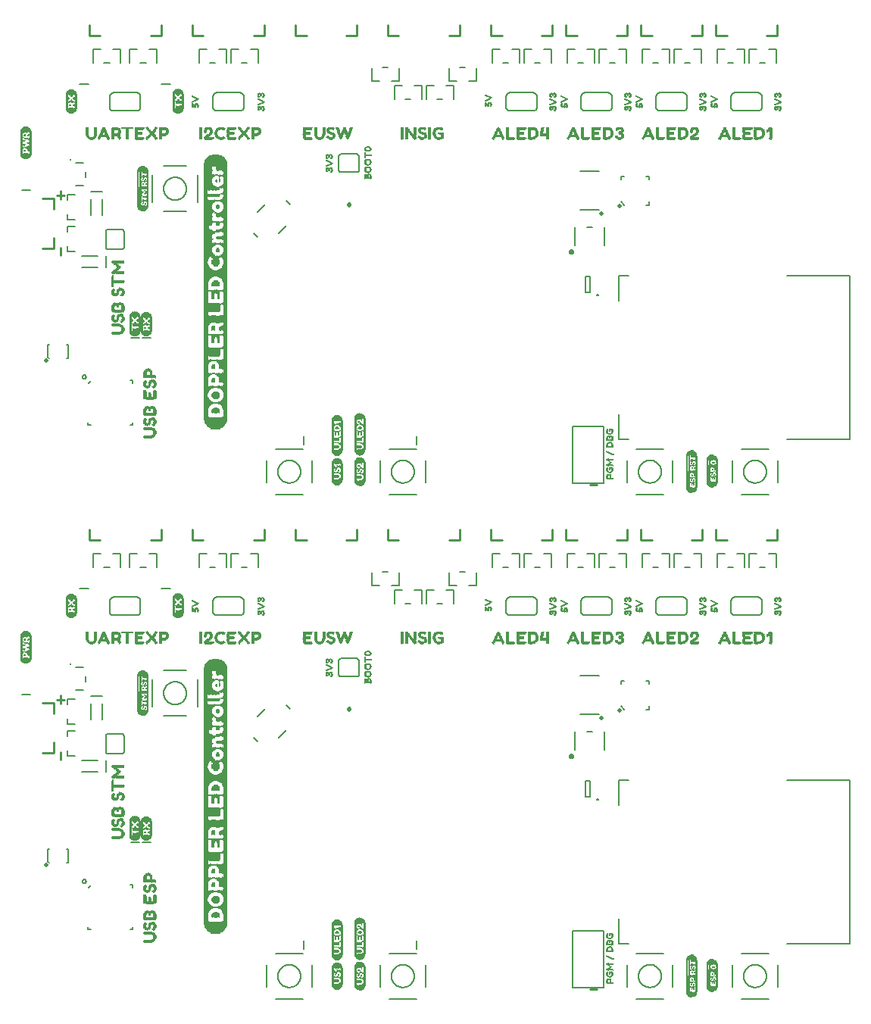
<source format=gto>
G75*
%MOIN*%
%OFA0B0*%
%FSLAX25Y25*%
%IPPOS*%
%LPD*%
%AMOC8*
5,1,8,0,0,1.08239X$1,22.5*
%
%ADD10C,0.00900*%
%ADD11C,0.02000*%
%ADD12C,0.00800*%
%ADD13C,0.01000*%
%ADD14C,0.00600*%
%ADD15C,0.01200*%
%ADD16C,0.01000*%
%ADD17C,0.00500*%
%ADD18R,0.00118X0.14055*%
%ADD19R,0.00118X0.15236*%
%ADD20R,0.00079X0.15945*%
%ADD21R,0.00157X0.16181*%
%ADD22R,0.00118X0.16654*%
%ADD23R,0.00118X0.16890*%
%ADD24R,0.00079X0.17126*%
%ADD25R,0.00118X0.02008*%
%ADD26R,0.00118X0.01417*%
%ADD27R,0.00118X0.00591*%
%ADD28R,0.00118X0.00472*%
%ADD29R,0.00118X0.02126*%
%ADD30R,0.00118X0.02598*%
%ADD31R,0.00157X0.02008*%
%ADD32R,0.00157X0.01181*%
%ADD33R,0.00157X0.00236*%
%ADD34R,0.00157X0.01654*%
%ADD35R,0.00157X0.01535*%
%ADD36R,0.00157X0.02598*%
%ADD37R,0.00118X0.01181*%
%ADD38R,0.00118X0.00236*%
%ADD39R,0.00118X0.01654*%
%ADD40R,0.00118X0.02362*%
%ADD41R,0.00118X0.00945*%
%ADD42R,0.00118X0.02244*%
%ADD43R,0.00118X0.00709*%
%ADD44R,0.00118X0.02480*%
%ADD45R,0.00157X0.02244*%
%ADD46R,0.00157X0.00591*%
%ADD47R,0.00157X0.02362*%
%ADD48R,0.00118X0.00354*%
%ADD49R,0.00118X0.01890*%
%ADD50R,0.00157X0.01890*%
%ADD51R,0.00157X0.00945*%
%ADD52R,0.00157X0.00709*%
%ADD53R,0.00118X0.00827*%
%ADD54R,0.00118X0.01063*%
%ADD55R,0.00118X0.00118*%
%ADD56R,0.00157X0.02480*%
%ADD57R,0.00157X0.00472*%
%ADD58R,0.00118X0.02717*%
%ADD59R,0.00157X0.00354*%
%ADD60R,0.00157X0.02717*%
%ADD61R,0.00118X0.02953*%
%ADD62R,0.00118X0.03071*%
%ADD63R,0.00157X0.02126*%
%ADD64R,0.00157X0.00827*%
%ADD65R,0.00157X0.00118*%
%ADD66R,0.00118X0.01299*%
%ADD67R,0.00118X0.02835*%
%ADD68R,0.00118X0.09803*%
%ADD69R,0.00118X0.16181*%
%ADD70R,0.00118X0.15945*%
%ADD71R,0.00118X0.13346*%
%ADD72R,0.00118X0.14528*%
%ADD73R,0.00079X0.15236*%
%ADD74R,0.00157X0.15472*%
%ADD75R,0.00079X0.16417*%
%ADD76R,0.00118X0.01535*%
%ADD77R,0.00157X0.01299*%
%ADD78R,0.00157X0.01772*%
%ADD79R,0.00157X0.01063*%
%ADD80R,0.00118X0.01772*%
%ADD81R,0.00118X0.12756*%
%ADD82R,0.00118X0.15472*%
%ADD83R,0.00118X0.07441*%
%ADD84R,0.00118X0.08622*%
%ADD85R,0.00079X0.09331*%
%ADD86R,0.00157X0.09567*%
%ADD87R,0.00118X0.10039*%
%ADD88R,0.00118X0.10276*%
%ADD89R,0.00079X0.10512*%
%ADD90R,0.00157X0.01417*%
%ADD91R,0.00118X0.04370*%
%ADD92R,0.00118X0.09567*%
%ADD93R,0.00118X0.09331*%
%ADD94R,0.00118X0.08386*%
%ADD95R,0.00079X0.10039*%
%ADD96R,0.00157X0.10276*%
%ADD97R,0.00118X0.10748*%
%ADD98R,0.00118X0.10984*%
%ADD99R,0.00079X0.11220*%
%ADD100R,0.00118X0.14291*%
%ADD101R,0.00079X0.16181*%
%ADD102R,0.00157X0.16417*%
%ADD103R,0.00118X0.08740*%
%ADD104R,0.00118X0.08858*%
%ADD105R,0.00079X0.08858*%
%ADD106R,0.00079X0.01654*%
%ADD107R,0.00118X0.08976*%
%ADD108R,0.00157X0.09213*%
%ADD109R,0.00118X0.09213*%
%ADD110R,0.00118X0.18071*%
%ADD111R,0.00118X0.18307*%
%ADD112R,0.00157X0.18307*%
%ADD113R,0.00118X0.05079*%
%ADD114R,0.00118X0.06969*%
%ADD115R,0.00118X0.05315*%
%ADD116R,0.00118X0.03189*%
%ADD117R,0.00157X0.03189*%
%ADD118R,0.00157X0.03071*%
%ADD119R,0.00157X0.02953*%
%ADD120R,0.00118X0.05669*%
%ADD121R,0.00118X0.04606*%
%ADD122R,0.00118X0.16417*%
%ADD123R,0.00118X0.10512*%
%ADD124R,0.00118X0.11220*%
%ADD125R,0.00079X0.11929*%
%ADD126R,0.00157X0.12165*%
%ADD127R,0.00079X0.09094*%
%ADD128R,0.00079X0.01772*%
%ADD129R,0.00118X0.13819*%
%ADD130R,0.00157X0.13819*%
%ADD131R,0.00118X0.04724*%
%ADD132R,0.00118X0.04843*%
%ADD133R,0.00118X0.12165*%
%ADD134R,0.00118X0.11929*%
%ADD135R,0.00079X0.00118*%
%ADD136R,0.00118X0.06496*%
%ADD137R,0.00118X0.07677*%
%ADD138R,0.00079X0.08386*%
%ADD139R,0.00157X0.08622*%
%ADD140R,0.00118X0.09094*%
%ADD141R,0.00079X0.09567*%
%ADD142R,0.00118X0.03307*%
%ADD143R,0.00118X0.03425*%
%ADD144R,0.00157X0.03425*%
%ADD145R,0.00157X0.02835*%
%ADD146R,0.00118X0.03543*%
%ADD147R,0.00157X0.03543*%
%ADD148R,0.00157X0.03307*%
%ADD149R,0.00118X0.06732*%
%ADD150R,0.00079X0.07913*%
%ADD151R,0.00157X0.08386*%
%ADD152R,0.00118X0.03780*%
%ADD153R,0.00118X0.07913*%
%ADD154R,0.00118X0.12638*%
%ADD155R,0.00118X0.12874*%
%ADD156R,0.00079X0.13110*%
%ADD157R,0.00118X0.10630*%
%ADD158R,0.00236X1.13346*%
%ADD159R,0.00276X1.14882*%
%ADD160R,0.00236X1.15945*%
%ADD161R,0.00276X1.16929*%
%ADD162R,0.00236X1.17441*%
%ADD163R,0.00276X1.17992*%
%ADD164R,0.00236X1.00079*%
%ADD165R,0.00236X0.01535*%
%ADD166R,0.00236X0.14843*%
%ADD167R,0.00276X0.13543*%
%ADD168R,0.00276X0.57598*%
%ADD169R,0.00276X0.27126*%
%ADD170R,0.00276X0.01024*%
%ADD171R,0.00276X0.14843*%
%ADD172R,0.00236X0.04882*%
%ADD173R,0.00236X0.04606*%
%ADD174R,0.00236X0.02795*%
%ADD175R,0.00236X0.02323*%
%ADD176R,0.00236X0.02047*%
%ADD177R,0.00236X0.04134*%
%ADD178R,0.00236X0.00787*%
%ADD179R,0.00236X0.04370*%
%ADD180R,0.00236X0.04094*%
%ADD181R,0.00236X0.00748*%
%ADD182R,0.00236X0.07165*%
%ADD183R,0.00236X0.26102*%
%ADD184R,0.00236X0.01024*%
%ADD185R,0.00236X0.15118*%
%ADD186R,0.00276X0.04606*%
%ADD187R,0.00276X0.03583*%
%ADD188R,0.00276X0.02283*%
%ADD189R,0.00276X0.01535*%
%ADD190R,0.00276X0.03858*%
%ADD191R,0.00276X0.00551*%
%ADD192R,0.00276X0.04134*%
%ADD193R,0.00276X0.03819*%
%ADD194R,0.00276X0.00748*%
%ADD195R,0.00276X0.06102*%
%ADD196R,0.00276X0.12795*%
%ADD197R,0.00276X0.11496*%
%ADD198R,0.00276X0.15118*%
%ADD199R,0.00236X0.04843*%
%ADD200R,0.00236X0.03071*%
%ADD201R,0.00236X0.01299*%
%ADD202R,0.00236X0.03858*%
%ADD203R,0.00236X0.00551*%
%ADD204R,0.00236X0.03583*%
%ADD205R,0.00236X0.03819*%
%ADD206R,0.00236X0.05394*%
%ADD207R,0.00236X0.12244*%
%ADD208R,0.00236X0.11496*%
%ADD209R,0.00236X0.15354*%
%ADD210R,0.00276X0.04843*%
%ADD211R,0.00276X0.02598*%
%ADD212R,0.00276X0.01772*%
%ADD213R,0.00276X0.03346*%
%ADD214R,0.00276X0.04882*%
%ADD215R,0.00276X0.12244*%
%ADD216R,0.00276X0.11260*%
%ADD217R,0.00276X0.15354*%
%ADD218R,0.00236X0.05118*%
%ADD219R,0.00236X0.03346*%
%ADD220R,0.00236X0.11260*%
%ADD221R,0.00236X0.15630*%
%ADD222R,0.00276X0.05118*%
%ADD223R,0.00276X0.01496*%
%ADD224R,0.00276X0.01260*%
%ADD225R,0.00276X0.00787*%
%ADD226R,0.00276X0.03071*%
%ADD227R,0.00276X0.15630*%
%ADD228R,0.00236X0.01575*%
%ADD229R,0.00236X0.01772*%
%ADD230R,0.00236X0.04331*%
%ADD231R,0.00236X0.01496*%
%ADD232R,0.00236X0.12520*%
%ADD233R,0.00276X0.05354*%
%ADD234R,0.00276X0.01811*%
%ADD235R,0.00276X0.00512*%
%ADD236R,0.00276X0.02047*%
%ADD237R,0.00276X0.04331*%
%ADD238R,0.00276X0.03307*%
%ADD239R,0.00276X0.02323*%
%ADD240R,0.00276X0.05394*%
%ADD241R,0.00236X0.05354*%
%ADD242R,0.00236X0.02559*%
%ADD243R,0.00236X0.00512*%
%ADD244R,0.00236X0.02283*%
%ADD245R,0.00236X0.03307*%
%ADD246R,0.00236X0.00276*%
%ADD247R,0.00236X0.01260*%
%ADD248R,0.00276X0.04055*%
%ADD249R,0.00276X0.02559*%
%ADD250R,0.00276X0.02795*%
%ADD251R,0.00276X0.00472*%
%ADD252R,0.00236X0.01811*%
%ADD253R,0.00236X0.00472*%
%ADD254R,0.00276X0.01575*%
%ADD255R,0.00276X0.05157*%
%ADD256R,0.00276X0.06890*%
%ADD257R,0.00276X0.01299*%
%ADD258R,0.00276X0.07165*%
%ADD259R,0.00236X0.03031*%
%ADD260R,0.00236X0.06929*%
%ADD261R,0.00276X0.00984*%
%ADD262R,0.00276X0.04094*%
%ADD263R,0.00276X0.06929*%
%ADD264R,0.00236X0.00984*%
%ADD265R,0.00276X0.00236*%
%ADD266R,0.00276X0.06654*%
%ADD267R,0.00236X0.02598*%
%ADD268R,0.00236X0.06654*%
%ADD269R,0.00276X0.02835*%
%ADD270R,0.00276X0.05630*%
%ADD271R,0.00276X0.06417*%
%ADD272R,0.00236X0.06378*%
%ADD273R,0.00236X0.06693*%
%ADD274R,0.00276X0.03031*%
%ADD275R,0.00276X0.07677*%
%ADD276R,0.00236X1.18504*%
%ADD277R,0.00079X0.17362*%
%ADD278R,0.00157X0.17598*%
%ADD279R,0.00118X0.09921*%
%ADD280R,0.00118X0.10157*%
%ADD281R,0.00118X0.19252*%
%ADD282R,0.00118X0.19488*%
%ADD283R,0.00157X0.19488*%
%ADD284R,0.00118X0.05433*%
%ADD285R,0.00118X0.17598*%
%ADD286R,0.00118X0.17362*%
%ADD287R,0.00236X0.00866*%
%ADD288R,0.00236X0.00827*%
%ADD289R,0.00236X0.01929*%
%ADD290R,0.00236X0.01732*%
%ADD291R,0.00236X0.04961*%
%ADD292R,0.00236X0.00669*%
%ADD293R,0.00197X0.01063*%
%ADD294R,0.00197X0.02598*%
%ADD295R,0.00197X0.03504*%
%ADD296R,0.00197X0.05197*%
%ADD297R,0.00197X0.01299*%
%ADD298R,0.00236X0.01063*%
%ADD299R,0.00236X0.03701*%
%ADD300R,0.00236X0.02992*%
%ADD301R,0.00236X0.05197*%
%ADD302R,0.00197X0.03228*%
%ADD303R,0.00197X0.03937*%
%ADD304R,0.00197X0.01496*%
%ADD305R,0.00197X0.01535*%
%ADD306R,0.00236X0.03465*%
%ADD307R,0.00236X0.03937*%
%ADD308R,0.00236X0.03228*%
%ADD309R,0.00236X0.01693*%
%ADD310R,0.00197X0.00906*%
%ADD311R,0.00197X0.01339*%
%ADD312R,0.00197X0.01732*%
%ADD313R,0.00197X0.00866*%
%ADD314R,0.00197X0.01693*%
%ADD315R,0.00197X0.01929*%
%ADD316R,0.00236X0.01102*%
%ADD317R,0.00236X0.00197*%
%ADD318R,0.00197X0.01102*%
%ADD319R,0.00197X0.02126*%
%ADD320R,0.00197X0.02165*%
%ADD321R,0.00236X0.02362*%
%ADD322R,0.00236X0.02402*%
%ADD323R,0.00197X0.02362*%
%ADD324R,0.00236X0.02126*%
%ADD325R,0.00236X0.02165*%
%ADD326R,0.00197X0.02795*%
%ADD327R,0.00197X0.01969*%
%ADD328R,0.00197X0.02559*%
%ADD329R,0.00236X0.01969*%
%ADD330R,0.00197X0.02835*%
%ADD331R,0.00197X0.02402*%
%ADD332R,0.00197X0.01772*%
%ADD333R,0.00197X0.00236*%
%ADD334R,0.00197X0.00197*%
%ADD335R,0.00236X0.00630*%
%ADD336R,0.00236X0.03898*%
%ADD337R,0.00197X0.03701*%
%ADD338R,0.00197X0.04134*%
%ADD339R,0.00197X0.03661*%
%ADD340R,0.00197X0.03071*%
%ADD341R,0.00236X0.03504*%
%ADD342R,0.00197X0.04291*%
%ADD343R,0.00236X0.04291*%
%ADD344R,0.00236X0.03661*%
%ADD345R,0.00197X0.00827*%
%ADD346R,0.00197X0.04094*%
%ADD347R,0.00197X0.03425*%
%ADD348R,0.00236X0.03425*%
%ADD349R,0.00197X0.03858*%
%ADD350R,0.00197X0.03031*%
%ADD351R,0.00630X0.00236*%
%ADD352R,0.00866X0.00236*%
%ADD353R,0.03898X0.00236*%
%ADD354R,0.02638X0.00236*%
%ADD355R,0.01102X0.00197*%
%ADD356R,0.04370X0.00197*%
%ADD357R,0.03268X0.00197*%
%ADD358R,0.01063X0.00197*%
%ADD359R,0.01102X0.00236*%
%ADD360R,0.01299X0.00236*%
%ADD361R,0.04370X0.00236*%
%ADD362R,0.03661X0.00236*%
%ADD363R,0.01535X0.00197*%
%ADD364R,0.01299X0.00197*%
%ADD365R,0.03898X0.00197*%
%ADD366R,0.01732X0.00197*%
%ADD367R,0.01535X0.00236*%
%ADD368R,0.04134X0.00236*%
%ADD369R,0.01969X0.00236*%
%ADD370R,0.01929X0.00197*%
%ADD371R,0.03701X0.00197*%
%ADD372R,0.04331X0.00197*%
%ADD373R,0.02205X0.00197*%
%ADD374R,0.01929X0.00236*%
%ADD375R,0.01693X0.00236*%
%ADD376R,0.02402X0.00236*%
%ADD377R,0.02362X0.00197*%
%ADD378R,0.01260X0.00197*%
%ADD379R,0.02598X0.00197*%
%ADD380R,0.02362X0.00236*%
%ADD381R,0.01260X0.00236*%
%ADD382R,0.02598X0.00236*%
%ADD383R,0.02835X0.00197*%
%ADD384R,0.03268X0.00236*%
%ADD385R,0.00669X0.00236*%
%ADD386R,0.01339X0.00197*%
%ADD387R,0.03504X0.00197*%
%ADD388R,0.01339X0.00236*%
%ADD389R,0.03504X0.00236*%
%ADD390R,0.01496X0.00197*%
%ADD391R,0.04094X0.00236*%
%ADD392R,0.04528X0.00197*%
%ADD393R,0.04528X0.00236*%
%ADD394R,0.01496X0.00236*%
%ADD395R,0.04961X0.00197*%
%ADD396R,0.03661X0.00197*%
%ADD397R,0.04134X0.00197*%
%ADD398R,0.03465X0.00197*%
%ADD399R,0.01063X0.00236*%
%ADD400R,0.03031X0.00236*%
%ADD401R,0.00433X0.00197*%
%ADD402R,0.00394X0.00197*%
%ADD403R,0.03031X0.00197*%
%ADD404R,0.00472X0.00197*%
%ADD405R,0.03465X0.00236*%
%ADD406R,0.02835X0.00236*%
%ADD407R,0.01732X0.00236*%
%ADD408R,0.02126X0.00236*%
%ADD409R,0.01772X0.00236*%
%ADD410R,0.01969X0.00197*%
%ADD411R,0.04724X0.00197*%
%ADD412R,0.03858X0.00197*%
%ADD413R,0.04094X0.00197*%
%ADD414R,0.03858X0.00236*%
%ADD415R,0.04331X0.00236*%
%ADD416R,0.03228X0.00197*%
%ADD417R,0.03071X0.00236*%
%ADD418R,0.00669X0.00197*%
%ADD419R,0.02165X0.00236*%
%ADD420R,0.03071X0.00197*%
%ADD421R,0.00433X0.00236*%
%ADD422R,0.00866X0.00197*%
%ADD423R,0.02126X0.00197*%
%ADD424R,0.04724X0.00236*%
%ADD425R,0.02638X0.00197*%
%ADD426R,0.00906X0.00197*%
%ADD427R,0.00472X0.00236*%
%ADD428R,0.02165X0.00197*%
%ADD429R,0.02402X0.00197*%
%ADD430R,0.03701X0.00236*%
%ADD431R,0.00827X0.00236*%
%ADD432R,0.05236X0.00236*%
%ADD433R,0.02992X0.00197*%
%ADD434R,0.05236X0.00197*%
%ADD435R,0.02795X0.00197*%
%ADD436R,0.03228X0.00236*%
%ADD437R,0.04291X0.00197*%
%ADD438R,0.04764X0.00197*%
%ADD439R,0.00906X0.00236*%
%ADD440R,0.02795X0.00236*%
%ADD441R,0.00236X0.00236*%
%ADD442R,0.02205X0.00236*%
%ADD443R,0.01772X0.00197*%
D10*
X0064317Y0134950D02*
X0064317Y0138350D01*
X0064400Y0159733D02*
X0064400Y0163133D01*
X0062700Y0161433D02*
X0066100Y0161433D01*
X0064317Y0356950D02*
X0064317Y0360350D01*
X0064400Y0381733D02*
X0064400Y0385133D01*
X0062700Y0383433D02*
X0066100Y0383433D01*
D11*
X0058000Y0310500D03*
X0058000Y0088500D03*
X0302250Y0153400D03*
X0310376Y0156526D03*
X0302250Y0375400D03*
X0310376Y0378526D03*
D12*
X0077589Y0060157D02*
X0076407Y0060157D01*
X0076407Y0061339D01*
X0076801Y0078661D02*
X0077589Y0079449D01*
X0074046Y0081417D02*
X0074048Y0081473D01*
X0074054Y0081528D01*
X0074064Y0081582D01*
X0074077Y0081636D01*
X0074095Y0081689D01*
X0074116Y0081740D01*
X0074140Y0081790D01*
X0074168Y0081838D01*
X0074200Y0081884D01*
X0074234Y0081928D01*
X0074272Y0081969D01*
X0074312Y0082007D01*
X0074355Y0082042D01*
X0074400Y0082074D01*
X0074448Y0082103D01*
X0074497Y0082129D01*
X0074548Y0082151D01*
X0074600Y0082169D01*
X0074654Y0082183D01*
X0074709Y0082194D01*
X0074764Y0082201D01*
X0074819Y0082204D01*
X0074875Y0082203D01*
X0074930Y0082198D01*
X0074985Y0082189D01*
X0075039Y0082177D01*
X0075092Y0082160D01*
X0075144Y0082140D01*
X0075194Y0082116D01*
X0075242Y0082089D01*
X0075289Y0082059D01*
X0075333Y0082025D01*
X0075375Y0081988D01*
X0075413Y0081948D01*
X0075450Y0081906D01*
X0075483Y0081861D01*
X0075512Y0081815D01*
X0075539Y0081766D01*
X0075561Y0081715D01*
X0075581Y0081663D01*
X0075596Y0081609D01*
X0075608Y0081555D01*
X0075616Y0081500D01*
X0075620Y0081445D01*
X0075620Y0081389D01*
X0075616Y0081334D01*
X0075608Y0081279D01*
X0075596Y0081225D01*
X0075581Y0081171D01*
X0075561Y0081119D01*
X0075539Y0081068D01*
X0075512Y0081019D01*
X0075483Y0080973D01*
X0075450Y0080928D01*
X0075413Y0080886D01*
X0075375Y0080846D01*
X0075333Y0080809D01*
X0075289Y0080775D01*
X0075242Y0080745D01*
X0075194Y0080718D01*
X0075144Y0080694D01*
X0075092Y0080674D01*
X0075039Y0080657D01*
X0074985Y0080645D01*
X0074930Y0080636D01*
X0074875Y0080631D01*
X0074819Y0080630D01*
X0074764Y0080633D01*
X0074709Y0080640D01*
X0074654Y0080651D01*
X0074600Y0080665D01*
X0074548Y0080683D01*
X0074497Y0080705D01*
X0074448Y0080731D01*
X0074400Y0080760D01*
X0074355Y0080792D01*
X0074312Y0080827D01*
X0074272Y0080865D01*
X0074234Y0080906D01*
X0074200Y0080950D01*
X0074168Y0080996D01*
X0074140Y0081044D01*
X0074116Y0081094D01*
X0074095Y0081145D01*
X0074077Y0081198D01*
X0074064Y0081252D01*
X0074054Y0081306D01*
X0074048Y0081361D01*
X0074046Y0081417D01*
X0067650Y0089550D02*
X0067100Y0089550D01*
X0067650Y0089550D02*
X0067650Y0095450D01*
X0067100Y0095450D01*
X0059400Y0095450D02*
X0058850Y0095450D01*
X0058850Y0090050D01*
X0059400Y0089550D01*
X0094911Y0079843D02*
X0096093Y0079843D01*
X0096093Y0078661D01*
X0096093Y0061339D02*
X0096093Y0060157D01*
X0094911Y0060157D01*
X0155000Y0044750D02*
X0155000Y0034868D01*
X0158937Y0029750D02*
X0171063Y0029750D01*
X0175000Y0034868D02*
X0175000Y0044632D01*
X0171063Y0049750D02*
X0158937Y0049750D01*
X0160000Y0039750D02*
X0160002Y0039891D01*
X0160008Y0040032D01*
X0160018Y0040172D01*
X0160032Y0040312D01*
X0160050Y0040452D01*
X0160071Y0040591D01*
X0160097Y0040730D01*
X0160126Y0040868D01*
X0160160Y0041004D01*
X0160197Y0041140D01*
X0160238Y0041275D01*
X0160283Y0041409D01*
X0160332Y0041541D01*
X0160384Y0041672D01*
X0160440Y0041801D01*
X0160500Y0041928D01*
X0160563Y0042054D01*
X0160629Y0042178D01*
X0160700Y0042301D01*
X0160773Y0042421D01*
X0160850Y0042539D01*
X0160930Y0042655D01*
X0161014Y0042768D01*
X0161100Y0042879D01*
X0161190Y0042988D01*
X0161283Y0043094D01*
X0161378Y0043197D01*
X0161477Y0043298D01*
X0161578Y0043396D01*
X0161682Y0043491D01*
X0161789Y0043583D01*
X0161898Y0043672D01*
X0162010Y0043757D01*
X0162124Y0043840D01*
X0162240Y0043920D01*
X0162359Y0043996D01*
X0162480Y0044068D01*
X0162602Y0044138D01*
X0162727Y0044203D01*
X0162853Y0044266D01*
X0162981Y0044324D01*
X0163111Y0044379D01*
X0163242Y0044431D01*
X0163375Y0044478D01*
X0163509Y0044522D01*
X0163644Y0044563D01*
X0163780Y0044599D01*
X0163917Y0044631D01*
X0164055Y0044660D01*
X0164193Y0044685D01*
X0164333Y0044705D01*
X0164473Y0044722D01*
X0164613Y0044735D01*
X0164754Y0044744D01*
X0164894Y0044749D01*
X0165035Y0044750D01*
X0165176Y0044747D01*
X0165317Y0044740D01*
X0165457Y0044729D01*
X0165597Y0044714D01*
X0165737Y0044695D01*
X0165876Y0044673D01*
X0166014Y0044646D01*
X0166152Y0044616D01*
X0166288Y0044581D01*
X0166424Y0044543D01*
X0166558Y0044501D01*
X0166692Y0044455D01*
X0166824Y0044406D01*
X0166954Y0044352D01*
X0167083Y0044295D01*
X0167210Y0044235D01*
X0167336Y0044171D01*
X0167459Y0044103D01*
X0167581Y0044032D01*
X0167701Y0043958D01*
X0167818Y0043880D01*
X0167933Y0043799D01*
X0168046Y0043715D01*
X0168157Y0043628D01*
X0168265Y0043537D01*
X0168370Y0043444D01*
X0168473Y0043347D01*
X0168573Y0043248D01*
X0168670Y0043146D01*
X0168764Y0043041D01*
X0168855Y0042934D01*
X0168943Y0042824D01*
X0169028Y0042712D01*
X0169110Y0042597D01*
X0169189Y0042480D01*
X0169264Y0042361D01*
X0169336Y0042240D01*
X0169404Y0042117D01*
X0169469Y0041992D01*
X0169531Y0041865D01*
X0169588Y0041736D01*
X0169643Y0041606D01*
X0169693Y0041475D01*
X0169740Y0041342D01*
X0169783Y0041208D01*
X0169822Y0041072D01*
X0169857Y0040936D01*
X0169889Y0040799D01*
X0169916Y0040661D01*
X0169940Y0040522D01*
X0169960Y0040382D01*
X0169976Y0040242D01*
X0169988Y0040102D01*
X0169996Y0039961D01*
X0170000Y0039820D01*
X0170000Y0039680D01*
X0169996Y0039539D01*
X0169988Y0039398D01*
X0169976Y0039258D01*
X0169960Y0039118D01*
X0169940Y0038978D01*
X0169916Y0038839D01*
X0169889Y0038701D01*
X0169857Y0038564D01*
X0169822Y0038428D01*
X0169783Y0038292D01*
X0169740Y0038158D01*
X0169693Y0038025D01*
X0169643Y0037894D01*
X0169588Y0037764D01*
X0169531Y0037635D01*
X0169469Y0037508D01*
X0169404Y0037383D01*
X0169336Y0037260D01*
X0169264Y0037139D01*
X0169189Y0037020D01*
X0169110Y0036903D01*
X0169028Y0036788D01*
X0168943Y0036676D01*
X0168855Y0036566D01*
X0168764Y0036459D01*
X0168670Y0036354D01*
X0168573Y0036252D01*
X0168473Y0036153D01*
X0168370Y0036056D01*
X0168265Y0035963D01*
X0168157Y0035872D01*
X0168046Y0035785D01*
X0167933Y0035701D01*
X0167818Y0035620D01*
X0167701Y0035542D01*
X0167581Y0035468D01*
X0167459Y0035397D01*
X0167336Y0035329D01*
X0167210Y0035265D01*
X0167083Y0035205D01*
X0166954Y0035148D01*
X0166824Y0035094D01*
X0166692Y0035045D01*
X0166558Y0034999D01*
X0166424Y0034957D01*
X0166288Y0034919D01*
X0166152Y0034884D01*
X0166014Y0034854D01*
X0165876Y0034827D01*
X0165737Y0034805D01*
X0165597Y0034786D01*
X0165457Y0034771D01*
X0165317Y0034760D01*
X0165176Y0034753D01*
X0165035Y0034750D01*
X0164894Y0034751D01*
X0164754Y0034756D01*
X0164613Y0034765D01*
X0164473Y0034778D01*
X0164333Y0034795D01*
X0164193Y0034815D01*
X0164055Y0034840D01*
X0163917Y0034869D01*
X0163780Y0034901D01*
X0163644Y0034937D01*
X0163509Y0034978D01*
X0163375Y0035022D01*
X0163242Y0035069D01*
X0163111Y0035121D01*
X0162981Y0035176D01*
X0162853Y0035234D01*
X0162727Y0035297D01*
X0162602Y0035362D01*
X0162480Y0035432D01*
X0162359Y0035504D01*
X0162240Y0035580D01*
X0162124Y0035660D01*
X0162010Y0035743D01*
X0161898Y0035828D01*
X0161789Y0035917D01*
X0161682Y0036009D01*
X0161578Y0036104D01*
X0161477Y0036202D01*
X0161378Y0036303D01*
X0161283Y0036406D01*
X0161190Y0036512D01*
X0161100Y0036621D01*
X0161014Y0036732D01*
X0160930Y0036845D01*
X0160850Y0036961D01*
X0160773Y0037079D01*
X0160700Y0037199D01*
X0160629Y0037322D01*
X0160563Y0037446D01*
X0160500Y0037572D01*
X0160440Y0037699D01*
X0160384Y0037828D01*
X0160332Y0037959D01*
X0160283Y0038091D01*
X0160238Y0038225D01*
X0160197Y0038360D01*
X0160160Y0038496D01*
X0160126Y0038632D01*
X0160097Y0038770D01*
X0160071Y0038909D01*
X0160050Y0039048D01*
X0160032Y0039188D01*
X0160018Y0039328D01*
X0160008Y0039468D01*
X0160002Y0039609D01*
X0160000Y0039750D01*
X0205000Y0034868D02*
X0205000Y0044750D01*
X0208937Y0049750D02*
X0221063Y0049750D01*
X0225000Y0044632D02*
X0225000Y0034868D01*
X0221063Y0029750D02*
X0208937Y0029750D01*
X0210000Y0039750D02*
X0210002Y0039891D01*
X0210008Y0040032D01*
X0210018Y0040172D01*
X0210032Y0040312D01*
X0210050Y0040452D01*
X0210071Y0040591D01*
X0210097Y0040730D01*
X0210126Y0040868D01*
X0210160Y0041004D01*
X0210197Y0041140D01*
X0210238Y0041275D01*
X0210283Y0041409D01*
X0210332Y0041541D01*
X0210384Y0041672D01*
X0210440Y0041801D01*
X0210500Y0041928D01*
X0210563Y0042054D01*
X0210629Y0042178D01*
X0210700Y0042301D01*
X0210773Y0042421D01*
X0210850Y0042539D01*
X0210930Y0042655D01*
X0211014Y0042768D01*
X0211100Y0042879D01*
X0211190Y0042988D01*
X0211283Y0043094D01*
X0211378Y0043197D01*
X0211477Y0043298D01*
X0211578Y0043396D01*
X0211682Y0043491D01*
X0211789Y0043583D01*
X0211898Y0043672D01*
X0212010Y0043757D01*
X0212124Y0043840D01*
X0212240Y0043920D01*
X0212359Y0043996D01*
X0212480Y0044068D01*
X0212602Y0044138D01*
X0212727Y0044203D01*
X0212853Y0044266D01*
X0212981Y0044324D01*
X0213111Y0044379D01*
X0213242Y0044431D01*
X0213375Y0044478D01*
X0213509Y0044522D01*
X0213644Y0044563D01*
X0213780Y0044599D01*
X0213917Y0044631D01*
X0214055Y0044660D01*
X0214193Y0044685D01*
X0214333Y0044705D01*
X0214473Y0044722D01*
X0214613Y0044735D01*
X0214754Y0044744D01*
X0214894Y0044749D01*
X0215035Y0044750D01*
X0215176Y0044747D01*
X0215317Y0044740D01*
X0215457Y0044729D01*
X0215597Y0044714D01*
X0215737Y0044695D01*
X0215876Y0044673D01*
X0216014Y0044646D01*
X0216152Y0044616D01*
X0216288Y0044581D01*
X0216424Y0044543D01*
X0216558Y0044501D01*
X0216692Y0044455D01*
X0216824Y0044406D01*
X0216954Y0044352D01*
X0217083Y0044295D01*
X0217210Y0044235D01*
X0217336Y0044171D01*
X0217459Y0044103D01*
X0217581Y0044032D01*
X0217701Y0043958D01*
X0217818Y0043880D01*
X0217933Y0043799D01*
X0218046Y0043715D01*
X0218157Y0043628D01*
X0218265Y0043537D01*
X0218370Y0043444D01*
X0218473Y0043347D01*
X0218573Y0043248D01*
X0218670Y0043146D01*
X0218764Y0043041D01*
X0218855Y0042934D01*
X0218943Y0042824D01*
X0219028Y0042712D01*
X0219110Y0042597D01*
X0219189Y0042480D01*
X0219264Y0042361D01*
X0219336Y0042240D01*
X0219404Y0042117D01*
X0219469Y0041992D01*
X0219531Y0041865D01*
X0219588Y0041736D01*
X0219643Y0041606D01*
X0219693Y0041475D01*
X0219740Y0041342D01*
X0219783Y0041208D01*
X0219822Y0041072D01*
X0219857Y0040936D01*
X0219889Y0040799D01*
X0219916Y0040661D01*
X0219940Y0040522D01*
X0219960Y0040382D01*
X0219976Y0040242D01*
X0219988Y0040102D01*
X0219996Y0039961D01*
X0220000Y0039820D01*
X0220000Y0039680D01*
X0219996Y0039539D01*
X0219988Y0039398D01*
X0219976Y0039258D01*
X0219960Y0039118D01*
X0219940Y0038978D01*
X0219916Y0038839D01*
X0219889Y0038701D01*
X0219857Y0038564D01*
X0219822Y0038428D01*
X0219783Y0038292D01*
X0219740Y0038158D01*
X0219693Y0038025D01*
X0219643Y0037894D01*
X0219588Y0037764D01*
X0219531Y0037635D01*
X0219469Y0037508D01*
X0219404Y0037383D01*
X0219336Y0037260D01*
X0219264Y0037139D01*
X0219189Y0037020D01*
X0219110Y0036903D01*
X0219028Y0036788D01*
X0218943Y0036676D01*
X0218855Y0036566D01*
X0218764Y0036459D01*
X0218670Y0036354D01*
X0218573Y0036252D01*
X0218473Y0036153D01*
X0218370Y0036056D01*
X0218265Y0035963D01*
X0218157Y0035872D01*
X0218046Y0035785D01*
X0217933Y0035701D01*
X0217818Y0035620D01*
X0217701Y0035542D01*
X0217581Y0035468D01*
X0217459Y0035397D01*
X0217336Y0035329D01*
X0217210Y0035265D01*
X0217083Y0035205D01*
X0216954Y0035148D01*
X0216824Y0035094D01*
X0216692Y0035045D01*
X0216558Y0034999D01*
X0216424Y0034957D01*
X0216288Y0034919D01*
X0216152Y0034884D01*
X0216014Y0034854D01*
X0215876Y0034827D01*
X0215737Y0034805D01*
X0215597Y0034786D01*
X0215457Y0034771D01*
X0215317Y0034760D01*
X0215176Y0034753D01*
X0215035Y0034750D01*
X0214894Y0034751D01*
X0214754Y0034756D01*
X0214613Y0034765D01*
X0214473Y0034778D01*
X0214333Y0034795D01*
X0214193Y0034815D01*
X0214055Y0034840D01*
X0213917Y0034869D01*
X0213780Y0034901D01*
X0213644Y0034937D01*
X0213509Y0034978D01*
X0213375Y0035022D01*
X0213242Y0035069D01*
X0213111Y0035121D01*
X0212981Y0035176D01*
X0212853Y0035234D01*
X0212727Y0035297D01*
X0212602Y0035362D01*
X0212480Y0035432D01*
X0212359Y0035504D01*
X0212240Y0035580D01*
X0212124Y0035660D01*
X0212010Y0035743D01*
X0211898Y0035828D01*
X0211789Y0035917D01*
X0211682Y0036009D01*
X0211578Y0036104D01*
X0211477Y0036202D01*
X0211378Y0036303D01*
X0211283Y0036406D01*
X0211190Y0036512D01*
X0211100Y0036621D01*
X0211014Y0036732D01*
X0210930Y0036845D01*
X0210850Y0036961D01*
X0210773Y0037079D01*
X0210700Y0037199D01*
X0210629Y0037322D01*
X0210563Y0037446D01*
X0210500Y0037572D01*
X0210440Y0037699D01*
X0210384Y0037828D01*
X0210332Y0037959D01*
X0210283Y0038091D01*
X0210238Y0038225D01*
X0210197Y0038360D01*
X0210160Y0038496D01*
X0210126Y0038632D01*
X0210097Y0038770D01*
X0210071Y0038909D01*
X0210050Y0039048D01*
X0210032Y0039188D01*
X0210018Y0039328D01*
X0210008Y0039468D01*
X0210002Y0039609D01*
X0210000Y0039750D01*
X0310199Y0054067D02*
X0314242Y0054067D01*
X0310199Y0054067D02*
X0310199Y0065000D01*
X0317687Y0049750D02*
X0329813Y0049750D01*
X0333750Y0044632D02*
X0333750Y0034868D01*
X0329813Y0029750D02*
X0317687Y0029750D01*
X0313750Y0034868D02*
X0313750Y0044750D01*
X0318750Y0039750D02*
X0318752Y0039891D01*
X0318758Y0040032D01*
X0318768Y0040172D01*
X0318782Y0040312D01*
X0318800Y0040452D01*
X0318821Y0040591D01*
X0318847Y0040730D01*
X0318876Y0040868D01*
X0318910Y0041004D01*
X0318947Y0041140D01*
X0318988Y0041275D01*
X0319033Y0041409D01*
X0319082Y0041541D01*
X0319134Y0041672D01*
X0319190Y0041801D01*
X0319250Y0041928D01*
X0319313Y0042054D01*
X0319379Y0042178D01*
X0319450Y0042301D01*
X0319523Y0042421D01*
X0319600Y0042539D01*
X0319680Y0042655D01*
X0319764Y0042768D01*
X0319850Y0042879D01*
X0319940Y0042988D01*
X0320033Y0043094D01*
X0320128Y0043197D01*
X0320227Y0043298D01*
X0320328Y0043396D01*
X0320432Y0043491D01*
X0320539Y0043583D01*
X0320648Y0043672D01*
X0320760Y0043757D01*
X0320874Y0043840D01*
X0320990Y0043920D01*
X0321109Y0043996D01*
X0321230Y0044068D01*
X0321352Y0044138D01*
X0321477Y0044203D01*
X0321603Y0044266D01*
X0321731Y0044324D01*
X0321861Y0044379D01*
X0321992Y0044431D01*
X0322125Y0044478D01*
X0322259Y0044522D01*
X0322394Y0044563D01*
X0322530Y0044599D01*
X0322667Y0044631D01*
X0322805Y0044660D01*
X0322943Y0044685D01*
X0323083Y0044705D01*
X0323223Y0044722D01*
X0323363Y0044735D01*
X0323504Y0044744D01*
X0323644Y0044749D01*
X0323785Y0044750D01*
X0323926Y0044747D01*
X0324067Y0044740D01*
X0324207Y0044729D01*
X0324347Y0044714D01*
X0324487Y0044695D01*
X0324626Y0044673D01*
X0324764Y0044646D01*
X0324902Y0044616D01*
X0325038Y0044581D01*
X0325174Y0044543D01*
X0325308Y0044501D01*
X0325442Y0044455D01*
X0325574Y0044406D01*
X0325704Y0044352D01*
X0325833Y0044295D01*
X0325960Y0044235D01*
X0326086Y0044171D01*
X0326209Y0044103D01*
X0326331Y0044032D01*
X0326451Y0043958D01*
X0326568Y0043880D01*
X0326683Y0043799D01*
X0326796Y0043715D01*
X0326907Y0043628D01*
X0327015Y0043537D01*
X0327120Y0043444D01*
X0327223Y0043347D01*
X0327323Y0043248D01*
X0327420Y0043146D01*
X0327514Y0043041D01*
X0327605Y0042934D01*
X0327693Y0042824D01*
X0327778Y0042712D01*
X0327860Y0042597D01*
X0327939Y0042480D01*
X0328014Y0042361D01*
X0328086Y0042240D01*
X0328154Y0042117D01*
X0328219Y0041992D01*
X0328281Y0041865D01*
X0328338Y0041736D01*
X0328393Y0041606D01*
X0328443Y0041475D01*
X0328490Y0041342D01*
X0328533Y0041208D01*
X0328572Y0041072D01*
X0328607Y0040936D01*
X0328639Y0040799D01*
X0328666Y0040661D01*
X0328690Y0040522D01*
X0328710Y0040382D01*
X0328726Y0040242D01*
X0328738Y0040102D01*
X0328746Y0039961D01*
X0328750Y0039820D01*
X0328750Y0039680D01*
X0328746Y0039539D01*
X0328738Y0039398D01*
X0328726Y0039258D01*
X0328710Y0039118D01*
X0328690Y0038978D01*
X0328666Y0038839D01*
X0328639Y0038701D01*
X0328607Y0038564D01*
X0328572Y0038428D01*
X0328533Y0038292D01*
X0328490Y0038158D01*
X0328443Y0038025D01*
X0328393Y0037894D01*
X0328338Y0037764D01*
X0328281Y0037635D01*
X0328219Y0037508D01*
X0328154Y0037383D01*
X0328086Y0037260D01*
X0328014Y0037139D01*
X0327939Y0037020D01*
X0327860Y0036903D01*
X0327778Y0036788D01*
X0327693Y0036676D01*
X0327605Y0036566D01*
X0327514Y0036459D01*
X0327420Y0036354D01*
X0327323Y0036252D01*
X0327223Y0036153D01*
X0327120Y0036056D01*
X0327015Y0035963D01*
X0326907Y0035872D01*
X0326796Y0035785D01*
X0326683Y0035701D01*
X0326568Y0035620D01*
X0326451Y0035542D01*
X0326331Y0035468D01*
X0326209Y0035397D01*
X0326086Y0035329D01*
X0325960Y0035265D01*
X0325833Y0035205D01*
X0325704Y0035148D01*
X0325574Y0035094D01*
X0325442Y0035045D01*
X0325308Y0034999D01*
X0325174Y0034957D01*
X0325038Y0034919D01*
X0324902Y0034884D01*
X0324764Y0034854D01*
X0324626Y0034827D01*
X0324487Y0034805D01*
X0324347Y0034786D01*
X0324207Y0034771D01*
X0324067Y0034760D01*
X0323926Y0034753D01*
X0323785Y0034750D01*
X0323644Y0034751D01*
X0323504Y0034756D01*
X0323363Y0034765D01*
X0323223Y0034778D01*
X0323083Y0034795D01*
X0322943Y0034815D01*
X0322805Y0034840D01*
X0322667Y0034869D01*
X0322530Y0034901D01*
X0322394Y0034937D01*
X0322259Y0034978D01*
X0322125Y0035022D01*
X0321992Y0035069D01*
X0321861Y0035121D01*
X0321731Y0035176D01*
X0321603Y0035234D01*
X0321477Y0035297D01*
X0321352Y0035362D01*
X0321230Y0035432D01*
X0321109Y0035504D01*
X0320990Y0035580D01*
X0320874Y0035660D01*
X0320760Y0035743D01*
X0320648Y0035828D01*
X0320539Y0035917D01*
X0320432Y0036009D01*
X0320328Y0036104D01*
X0320227Y0036202D01*
X0320128Y0036303D01*
X0320033Y0036406D01*
X0319940Y0036512D01*
X0319850Y0036621D01*
X0319764Y0036732D01*
X0319680Y0036845D01*
X0319600Y0036961D01*
X0319523Y0037079D01*
X0319450Y0037199D01*
X0319379Y0037322D01*
X0319313Y0037446D01*
X0319250Y0037572D01*
X0319190Y0037699D01*
X0319134Y0037828D01*
X0319082Y0037959D01*
X0319033Y0038091D01*
X0318988Y0038225D01*
X0318947Y0038360D01*
X0318910Y0038496D01*
X0318876Y0038632D01*
X0318847Y0038770D01*
X0318821Y0038909D01*
X0318800Y0039048D01*
X0318782Y0039188D01*
X0318768Y0039328D01*
X0318758Y0039468D01*
X0318752Y0039609D01*
X0318750Y0039750D01*
X0360000Y0034868D02*
X0360000Y0044750D01*
X0363937Y0049750D02*
X0376063Y0049750D01*
X0380000Y0044632D02*
X0380000Y0034868D01*
X0376063Y0029750D02*
X0363937Y0029750D01*
X0365000Y0039750D02*
X0365002Y0039891D01*
X0365008Y0040032D01*
X0365018Y0040172D01*
X0365032Y0040312D01*
X0365050Y0040452D01*
X0365071Y0040591D01*
X0365097Y0040730D01*
X0365126Y0040868D01*
X0365160Y0041004D01*
X0365197Y0041140D01*
X0365238Y0041275D01*
X0365283Y0041409D01*
X0365332Y0041541D01*
X0365384Y0041672D01*
X0365440Y0041801D01*
X0365500Y0041928D01*
X0365563Y0042054D01*
X0365629Y0042178D01*
X0365700Y0042301D01*
X0365773Y0042421D01*
X0365850Y0042539D01*
X0365930Y0042655D01*
X0366014Y0042768D01*
X0366100Y0042879D01*
X0366190Y0042988D01*
X0366283Y0043094D01*
X0366378Y0043197D01*
X0366477Y0043298D01*
X0366578Y0043396D01*
X0366682Y0043491D01*
X0366789Y0043583D01*
X0366898Y0043672D01*
X0367010Y0043757D01*
X0367124Y0043840D01*
X0367240Y0043920D01*
X0367359Y0043996D01*
X0367480Y0044068D01*
X0367602Y0044138D01*
X0367727Y0044203D01*
X0367853Y0044266D01*
X0367981Y0044324D01*
X0368111Y0044379D01*
X0368242Y0044431D01*
X0368375Y0044478D01*
X0368509Y0044522D01*
X0368644Y0044563D01*
X0368780Y0044599D01*
X0368917Y0044631D01*
X0369055Y0044660D01*
X0369193Y0044685D01*
X0369333Y0044705D01*
X0369473Y0044722D01*
X0369613Y0044735D01*
X0369754Y0044744D01*
X0369894Y0044749D01*
X0370035Y0044750D01*
X0370176Y0044747D01*
X0370317Y0044740D01*
X0370457Y0044729D01*
X0370597Y0044714D01*
X0370737Y0044695D01*
X0370876Y0044673D01*
X0371014Y0044646D01*
X0371152Y0044616D01*
X0371288Y0044581D01*
X0371424Y0044543D01*
X0371558Y0044501D01*
X0371692Y0044455D01*
X0371824Y0044406D01*
X0371954Y0044352D01*
X0372083Y0044295D01*
X0372210Y0044235D01*
X0372336Y0044171D01*
X0372459Y0044103D01*
X0372581Y0044032D01*
X0372701Y0043958D01*
X0372818Y0043880D01*
X0372933Y0043799D01*
X0373046Y0043715D01*
X0373157Y0043628D01*
X0373265Y0043537D01*
X0373370Y0043444D01*
X0373473Y0043347D01*
X0373573Y0043248D01*
X0373670Y0043146D01*
X0373764Y0043041D01*
X0373855Y0042934D01*
X0373943Y0042824D01*
X0374028Y0042712D01*
X0374110Y0042597D01*
X0374189Y0042480D01*
X0374264Y0042361D01*
X0374336Y0042240D01*
X0374404Y0042117D01*
X0374469Y0041992D01*
X0374531Y0041865D01*
X0374588Y0041736D01*
X0374643Y0041606D01*
X0374693Y0041475D01*
X0374740Y0041342D01*
X0374783Y0041208D01*
X0374822Y0041072D01*
X0374857Y0040936D01*
X0374889Y0040799D01*
X0374916Y0040661D01*
X0374940Y0040522D01*
X0374960Y0040382D01*
X0374976Y0040242D01*
X0374988Y0040102D01*
X0374996Y0039961D01*
X0375000Y0039820D01*
X0375000Y0039680D01*
X0374996Y0039539D01*
X0374988Y0039398D01*
X0374976Y0039258D01*
X0374960Y0039118D01*
X0374940Y0038978D01*
X0374916Y0038839D01*
X0374889Y0038701D01*
X0374857Y0038564D01*
X0374822Y0038428D01*
X0374783Y0038292D01*
X0374740Y0038158D01*
X0374693Y0038025D01*
X0374643Y0037894D01*
X0374588Y0037764D01*
X0374531Y0037635D01*
X0374469Y0037508D01*
X0374404Y0037383D01*
X0374336Y0037260D01*
X0374264Y0037139D01*
X0374189Y0037020D01*
X0374110Y0036903D01*
X0374028Y0036788D01*
X0373943Y0036676D01*
X0373855Y0036566D01*
X0373764Y0036459D01*
X0373670Y0036354D01*
X0373573Y0036252D01*
X0373473Y0036153D01*
X0373370Y0036056D01*
X0373265Y0035963D01*
X0373157Y0035872D01*
X0373046Y0035785D01*
X0372933Y0035701D01*
X0372818Y0035620D01*
X0372701Y0035542D01*
X0372581Y0035468D01*
X0372459Y0035397D01*
X0372336Y0035329D01*
X0372210Y0035265D01*
X0372083Y0035205D01*
X0371954Y0035148D01*
X0371824Y0035094D01*
X0371692Y0035045D01*
X0371558Y0034999D01*
X0371424Y0034957D01*
X0371288Y0034919D01*
X0371152Y0034884D01*
X0371014Y0034854D01*
X0370876Y0034827D01*
X0370737Y0034805D01*
X0370597Y0034786D01*
X0370457Y0034771D01*
X0370317Y0034760D01*
X0370176Y0034753D01*
X0370035Y0034750D01*
X0369894Y0034751D01*
X0369754Y0034756D01*
X0369613Y0034765D01*
X0369473Y0034778D01*
X0369333Y0034795D01*
X0369193Y0034815D01*
X0369055Y0034840D01*
X0368917Y0034869D01*
X0368780Y0034901D01*
X0368644Y0034937D01*
X0368509Y0034978D01*
X0368375Y0035022D01*
X0368242Y0035069D01*
X0368111Y0035121D01*
X0367981Y0035176D01*
X0367853Y0035234D01*
X0367727Y0035297D01*
X0367602Y0035362D01*
X0367480Y0035432D01*
X0367359Y0035504D01*
X0367240Y0035580D01*
X0367124Y0035660D01*
X0367010Y0035743D01*
X0366898Y0035828D01*
X0366789Y0035917D01*
X0366682Y0036009D01*
X0366578Y0036104D01*
X0366477Y0036202D01*
X0366378Y0036303D01*
X0366283Y0036406D01*
X0366190Y0036512D01*
X0366100Y0036621D01*
X0366014Y0036732D01*
X0365930Y0036845D01*
X0365850Y0036961D01*
X0365773Y0037079D01*
X0365700Y0037199D01*
X0365629Y0037322D01*
X0365563Y0037446D01*
X0365500Y0037572D01*
X0365440Y0037699D01*
X0365384Y0037828D01*
X0365332Y0037959D01*
X0365283Y0038091D01*
X0365238Y0038225D01*
X0365197Y0038360D01*
X0365160Y0038496D01*
X0365126Y0038632D01*
X0365097Y0038770D01*
X0365071Y0038909D01*
X0365050Y0039048D01*
X0365032Y0039188D01*
X0365018Y0039328D01*
X0365008Y0039468D01*
X0365002Y0039609D01*
X0365000Y0039750D01*
X0383970Y0054067D02*
X0411593Y0054067D01*
X0411593Y0125933D01*
X0383970Y0125933D01*
X0323549Y0157101D02*
X0322171Y0157101D01*
X0323549Y0157101D02*
X0323549Y0158479D01*
X0323549Y0168321D02*
X0323549Y0169699D01*
X0322171Y0169699D01*
X0312329Y0169699D02*
X0310951Y0169699D01*
X0310951Y0168321D01*
X0310951Y0158479D02*
X0312329Y0157101D01*
X0301285Y0154935D02*
X0293215Y0154935D01*
X0293215Y0171865D02*
X0301285Y0171865D01*
X0310199Y0125933D02*
X0314242Y0125933D01*
X0310199Y0125933D02*
X0310199Y0115000D01*
X0237262Y0203606D02*
X0237262Y0209506D01*
X0233900Y0209506D01*
X0235238Y0211494D02*
X0235238Y0217394D01*
X0240000Y0217500D02*
X0242500Y0217500D01*
X0247262Y0217394D02*
X0247262Y0211494D01*
X0243900Y0211494D01*
X0238600Y0211494D02*
X0235238Y0211494D01*
X0228600Y0209506D02*
X0225238Y0209506D01*
X0225238Y0203606D01*
X0223262Y0203606D02*
X0223262Y0209506D01*
X0219900Y0209506D01*
X0214600Y0209506D02*
X0211238Y0209506D01*
X0211238Y0203606D01*
X0216000Y0203500D02*
X0218500Y0203500D01*
X0213262Y0211494D02*
X0209900Y0211494D01*
X0213262Y0211494D02*
X0213262Y0217394D01*
X0208500Y0217500D02*
X0206000Y0217500D01*
X0201238Y0217394D02*
X0201238Y0211494D01*
X0204600Y0211494D01*
X0230000Y0203500D02*
X0232500Y0203500D01*
X0254238Y0219606D02*
X0254238Y0225506D01*
X0257600Y0225506D01*
X0262900Y0225506D02*
X0266262Y0225506D01*
X0266262Y0219606D01*
X0268238Y0219606D02*
X0268238Y0225506D01*
X0271600Y0225506D01*
X0276900Y0225506D02*
X0280262Y0225506D01*
X0280262Y0219606D01*
X0275500Y0219500D02*
X0273000Y0219500D01*
X0261500Y0219500D02*
X0259000Y0219500D01*
X0287238Y0219606D02*
X0287238Y0225506D01*
X0290600Y0225506D01*
X0295900Y0225506D02*
X0299262Y0225506D01*
X0299262Y0219606D01*
X0301238Y0219606D02*
X0301238Y0225506D01*
X0304600Y0225506D01*
X0309900Y0225506D02*
X0313262Y0225506D01*
X0313262Y0219606D01*
X0308500Y0219500D02*
X0306000Y0219500D01*
X0294500Y0219500D02*
X0292000Y0219500D01*
X0320238Y0219606D02*
X0320238Y0225506D01*
X0323600Y0225506D01*
X0328900Y0225506D02*
X0332262Y0225506D01*
X0332262Y0219606D01*
X0334238Y0219606D02*
X0334238Y0225506D01*
X0337600Y0225506D01*
X0342900Y0225506D02*
X0346262Y0225506D01*
X0346262Y0219606D01*
X0341500Y0219500D02*
X0339000Y0219500D01*
X0327500Y0219500D02*
X0325000Y0219500D01*
X0353238Y0219606D02*
X0353238Y0225506D01*
X0356600Y0225506D01*
X0361900Y0225506D02*
X0365262Y0225506D01*
X0365262Y0219606D01*
X0367238Y0219606D02*
X0367238Y0225506D01*
X0370600Y0225506D01*
X0375900Y0225506D02*
X0379262Y0225506D01*
X0379262Y0219606D01*
X0374500Y0219500D02*
X0372000Y0219500D01*
X0360500Y0219500D02*
X0358000Y0219500D01*
X0363937Y0251750D02*
X0376063Y0251750D01*
X0380000Y0256868D02*
X0380000Y0266632D01*
X0376063Y0271750D02*
X0363937Y0271750D01*
X0360000Y0266750D02*
X0360000Y0256868D01*
X0365000Y0261750D02*
X0365002Y0261891D01*
X0365008Y0262032D01*
X0365018Y0262172D01*
X0365032Y0262312D01*
X0365050Y0262452D01*
X0365071Y0262591D01*
X0365097Y0262730D01*
X0365126Y0262868D01*
X0365160Y0263004D01*
X0365197Y0263140D01*
X0365238Y0263275D01*
X0365283Y0263409D01*
X0365332Y0263541D01*
X0365384Y0263672D01*
X0365440Y0263801D01*
X0365500Y0263928D01*
X0365563Y0264054D01*
X0365629Y0264178D01*
X0365700Y0264301D01*
X0365773Y0264421D01*
X0365850Y0264539D01*
X0365930Y0264655D01*
X0366014Y0264768D01*
X0366100Y0264879D01*
X0366190Y0264988D01*
X0366283Y0265094D01*
X0366378Y0265197D01*
X0366477Y0265298D01*
X0366578Y0265396D01*
X0366682Y0265491D01*
X0366789Y0265583D01*
X0366898Y0265672D01*
X0367010Y0265757D01*
X0367124Y0265840D01*
X0367240Y0265920D01*
X0367359Y0265996D01*
X0367480Y0266068D01*
X0367602Y0266138D01*
X0367727Y0266203D01*
X0367853Y0266266D01*
X0367981Y0266324D01*
X0368111Y0266379D01*
X0368242Y0266431D01*
X0368375Y0266478D01*
X0368509Y0266522D01*
X0368644Y0266563D01*
X0368780Y0266599D01*
X0368917Y0266631D01*
X0369055Y0266660D01*
X0369193Y0266685D01*
X0369333Y0266705D01*
X0369473Y0266722D01*
X0369613Y0266735D01*
X0369754Y0266744D01*
X0369894Y0266749D01*
X0370035Y0266750D01*
X0370176Y0266747D01*
X0370317Y0266740D01*
X0370457Y0266729D01*
X0370597Y0266714D01*
X0370737Y0266695D01*
X0370876Y0266673D01*
X0371014Y0266646D01*
X0371152Y0266616D01*
X0371288Y0266581D01*
X0371424Y0266543D01*
X0371558Y0266501D01*
X0371692Y0266455D01*
X0371824Y0266406D01*
X0371954Y0266352D01*
X0372083Y0266295D01*
X0372210Y0266235D01*
X0372336Y0266171D01*
X0372459Y0266103D01*
X0372581Y0266032D01*
X0372701Y0265958D01*
X0372818Y0265880D01*
X0372933Y0265799D01*
X0373046Y0265715D01*
X0373157Y0265628D01*
X0373265Y0265537D01*
X0373370Y0265444D01*
X0373473Y0265347D01*
X0373573Y0265248D01*
X0373670Y0265146D01*
X0373764Y0265041D01*
X0373855Y0264934D01*
X0373943Y0264824D01*
X0374028Y0264712D01*
X0374110Y0264597D01*
X0374189Y0264480D01*
X0374264Y0264361D01*
X0374336Y0264240D01*
X0374404Y0264117D01*
X0374469Y0263992D01*
X0374531Y0263865D01*
X0374588Y0263736D01*
X0374643Y0263606D01*
X0374693Y0263475D01*
X0374740Y0263342D01*
X0374783Y0263208D01*
X0374822Y0263072D01*
X0374857Y0262936D01*
X0374889Y0262799D01*
X0374916Y0262661D01*
X0374940Y0262522D01*
X0374960Y0262382D01*
X0374976Y0262242D01*
X0374988Y0262102D01*
X0374996Y0261961D01*
X0375000Y0261820D01*
X0375000Y0261680D01*
X0374996Y0261539D01*
X0374988Y0261398D01*
X0374976Y0261258D01*
X0374960Y0261118D01*
X0374940Y0260978D01*
X0374916Y0260839D01*
X0374889Y0260701D01*
X0374857Y0260564D01*
X0374822Y0260428D01*
X0374783Y0260292D01*
X0374740Y0260158D01*
X0374693Y0260025D01*
X0374643Y0259894D01*
X0374588Y0259764D01*
X0374531Y0259635D01*
X0374469Y0259508D01*
X0374404Y0259383D01*
X0374336Y0259260D01*
X0374264Y0259139D01*
X0374189Y0259020D01*
X0374110Y0258903D01*
X0374028Y0258788D01*
X0373943Y0258676D01*
X0373855Y0258566D01*
X0373764Y0258459D01*
X0373670Y0258354D01*
X0373573Y0258252D01*
X0373473Y0258153D01*
X0373370Y0258056D01*
X0373265Y0257963D01*
X0373157Y0257872D01*
X0373046Y0257785D01*
X0372933Y0257701D01*
X0372818Y0257620D01*
X0372701Y0257542D01*
X0372581Y0257468D01*
X0372459Y0257397D01*
X0372336Y0257329D01*
X0372210Y0257265D01*
X0372083Y0257205D01*
X0371954Y0257148D01*
X0371824Y0257094D01*
X0371692Y0257045D01*
X0371558Y0256999D01*
X0371424Y0256957D01*
X0371288Y0256919D01*
X0371152Y0256884D01*
X0371014Y0256854D01*
X0370876Y0256827D01*
X0370737Y0256805D01*
X0370597Y0256786D01*
X0370457Y0256771D01*
X0370317Y0256760D01*
X0370176Y0256753D01*
X0370035Y0256750D01*
X0369894Y0256751D01*
X0369754Y0256756D01*
X0369613Y0256765D01*
X0369473Y0256778D01*
X0369333Y0256795D01*
X0369193Y0256815D01*
X0369055Y0256840D01*
X0368917Y0256869D01*
X0368780Y0256901D01*
X0368644Y0256937D01*
X0368509Y0256978D01*
X0368375Y0257022D01*
X0368242Y0257069D01*
X0368111Y0257121D01*
X0367981Y0257176D01*
X0367853Y0257234D01*
X0367727Y0257297D01*
X0367602Y0257362D01*
X0367480Y0257432D01*
X0367359Y0257504D01*
X0367240Y0257580D01*
X0367124Y0257660D01*
X0367010Y0257743D01*
X0366898Y0257828D01*
X0366789Y0257917D01*
X0366682Y0258009D01*
X0366578Y0258104D01*
X0366477Y0258202D01*
X0366378Y0258303D01*
X0366283Y0258406D01*
X0366190Y0258512D01*
X0366100Y0258621D01*
X0366014Y0258732D01*
X0365930Y0258845D01*
X0365850Y0258961D01*
X0365773Y0259079D01*
X0365700Y0259199D01*
X0365629Y0259322D01*
X0365563Y0259446D01*
X0365500Y0259572D01*
X0365440Y0259699D01*
X0365384Y0259828D01*
X0365332Y0259959D01*
X0365283Y0260091D01*
X0365238Y0260225D01*
X0365197Y0260360D01*
X0365160Y0260496D01*
X0365126Y0260632D01*
X0365097Y0260770D01*
X0365071Y0260909D01*
X0365050Y0261048D01*
X0365032Y0261188D01*
X0365018Y0261328D01*
X0365008Y0261468D01*
X0365002Y0261609D01*
X0365000Y0261750D01*
X0383970Y0276067D02*
X0411593Y0276067D01*
X0411593Y0347933D01*
X0383970Y0347933D01*
X0323549Y0379101D02*
X0322171Y0379101D01*
X0323549Y0379101D02*
X0323549Y0380479D01*
X0323549Y0390321D02*
X0323549Y0391699D01*
X0322171Y0391699D01*
X0312329Y0391699D02*
X0310951Y0391699D01*
X0310951Y0390321D01*
X0310951Y0380479D02*
X0312329Y0379101D01*
X0301285Y0376935D02*
X0293215Y0376935D01*
X0293215Y0393865D02*
X0301285Y0393865D01*
X0310199Y0347933D02*
X0314242Y0347933D01*
X0310199Y0347933D02*
X0310199Y0337000D01*
X0310199Y0287000D02*
X0310199Y0276067D01*
X0314242Y0276067D01*
X0317687Y0271750D02*
X0329813Y0271750D01*
X0333750Y0266632D02*
X0333750Y0256868D01*
X0329813Y0251750D02*
X0317687Y0251750D01*
X0313750Y0256868D02*
X0313750Y0266750D01*
X0318750Y0261750D02*
X0318752Y0261891D01*
X0318758Y0262032D01*
X0318768Y0262172D01*
X0318782Y0262312D01*
X0318800Y0262452D01*
X0318821Y0262591D01*
X0318847Y0262730D01*
X0318876Y0262868D01*
X0318910Y0263004D01*
X0318947Y0263140D01*
X0318988Y0263275D01*
X0319033Y0263409D01*
X0319082Y0263541D01*
X0319134Y0263672D01*
X0319190Y0263801D01*
X0319250Y0263928D01*
X0319313Y0264054D01*
X0319379Y0264178D01*
X0319450Y0264301D01*
X0319523Y0264421D01*
X0319600Y0264539D01*
X0319680Y0264655D01*
X0319764Y0264768D01*
X0319850Y0264879D01*
X0319940Y0264988D01*
X0320033Y0265094D01*
X0320128Y0265197D01*
X0320227Y0265298D01*
X0320328Y0265396D01*
X0320432Y0265491D01*
X0320539Y0265583D01*
X0320648Y0265672D01*
X0320760Y0265757D01*
X0320874Y0265840D01*
X0320990Y0265920D01*
X0321109Y0265996D01*
X0321230Y0266068D01*
X0321352Y0266138D01*
X0321477Y0266203D01*
X0321603Y0266266D01*
X0321731Y0266324D01*
X0321861Y0266379D01*
X0321992Y0266431D01*
X0322125Y0266478D01*
X0322259Y0266522D01*
X0322394Y0266563D01*
X0322530Y0266599D01*
X0322667Y0266631D01*
X0322805Y0266660D01*
X0322943Y0266685D01*
X0323083Y0266705D01*
X0323223Y0266722D01*
X0323363Y0266735D01*
X0323504Y0266744D01*
X0323644Y0266749D01*
X0323785Y0266750D01*
X0323926Y0266747D01*
X0324067Y0266740D01*
X0324207Y0266729D01*
X0324347Y0266714D01*
X0324487Y0266695D01*
X0324626Y0266673D01*
X0324764Y0266646D01*
X0324902Y0266616D01*
X0325038Y0266581D01*
X0325174Y0266543D01*
X0325308Y0266501D01*
X0325442Y0266455D01*
X0325574Y0266406D01*
X0325704Y0266352D01*
X0325833Y0266295D01*
X0325960Y0266235D01*
X0326086Y0266171D01*
X0326209Y0266103D01*
X0326331Y0266032D01*
X0326451Y0265958D01*
X0326568Y0265880D01*
X0326683Y0265799D01*
X0326796Y0265715D01*
X0326907Y0265628D01*
X0327015Y0265537D01*
X0327120Y0265444D01*
X0327223Y0265347D01*
X0327323Y0265248D01*
X0327420Y0265146D01*
X0327514Y0265041D01*
X0327605Y0264934D01*
X0327693Y0264824D01*
X0327778Y0264712D01*
X0327860Y0264597D01*
X0327939Y0264480D01*
X0328014Y0264361D01*
X0328086Y0264240D01*
X0328154Y0264117D01*
X0328219Y0263992D01*
X0328281Y0263865D01*
X0328338Y0263736D01*
X0328393Y0263606D01*
X0328443Y0263475D01*
X0328490Y0263342D01*
X0328533Y0263208D01*
X0328572Y0263072D01*
X0328607Y0262936D01*
X0328639Y0262799D01*
X0328666Y0262661D01*
X0328690Y0262522D01*
X0328710Y0262382D01*
X0328726Y0262242D01*
X0328738Y0262102D01*
X0328746Y0261961D01*
X0328750Y0261820D01*
X0328750Y0261680D01*
X0328746Y0261539D01*
X0328738Y0261398D01*
X0328726Y0261258D01*
X0328710Y0261118D01*
X0328690Y0260978D01*
X0328666Y0260839D01*
X0328639Y0260701D01*
X0328607Y0260564D01*
X0328572Y0260428D01*
X0328533Y0260292D01*
X0328490Y0260158D01*
X0328443Y0260025D01*
X0328393Y0259894D01*
X0328338Y0259764D01*
X0328281Y0259635D01*
X0328219Y0259508D01*
X0328154Y0259383D01*
X0328086Y0259260D01*
X0328014Y0259139D01*
X0327939Y0259020D01*
X0327860Y0258903D01*
X0327778Y0258788D01*
X0327693Y0258676D01*
X0327605Y0258566D01*
X0327514Y0258459D01*
X0327420Y0258354D01*
X0327323Y0258252D01*
X0327223Y0258153D01*
X0327120Y0258056D01*
X0327015Y0257963D01*
X0326907Y0257872D01*
X0326796Y0257785D01*
X0326683Y0257701D01*
X0326568Y0257620D01*
X0326451Y0257542D01*
X0326331Y0257468D01*
X0326209Y0257397D01*
X0326086Y0257329D01*
X0325960Y0257265D01*
X0325833Y0257205D01*
X0325704Y0257148D01*
X0325574Y0257094D01*
X0325442Y0257045D01*
X0325308Y0256999D01*
X0325174Y0256957D01*
X0325038Y0256919D01*
X0324902Y0256884D01*
X0324764Y0256854D01*
X0324626Y0256827D01*
X0324487Y0256805D01*
X0324347Y0256786D01*
X0324207Y0256771D01*
X0324067Y0256760D01*
X0323926Y0256753D01*
X0323785Y0256750D01*
X0323644Y0256751D01*
X0323504Y0256756D01*
X0323363Y0256765D01*
X0323223Y0256778D01*
X0323083Y0256795D01*
X0322943Y0256815D01*
X0322805Y0256840D01*
X0322667Y0256869D01*
X0322530Y0256901D01*
X0322394Y0256937D01*
X0322259Y0256978D01*
X0322125Y0257022D01*
X0321992Y0257069D01*
X0321861Y0257121D01*
X0321731Y0257176D01*
X0321603Y0257234D01*
X0321477Y0257297D01*
X0321352Y0257362D01*
X0321230Y0257432D01*
X0321109Y0257504D01*
X0320990Y0257580D01*
X0320874Y0257660D01*
X0320760Y0257743D01*
X0320648Y0257828D01*
X0320539Y0257917D01*
X0320432Y0258009D01*
X0320328Y0258104D01*
X0320227Y0258202D01*
X0320128Y0258303D01*
X0320033Y0258406D01*
X0319940Y0258512D01*
X0319850Y0258621D01*
X0319764Y0258732D01*
X0319680Y0258845D01*
X0319600Y0258961D01*
X0319523Y0259079D01*
X0319450Y0259199D01*
X0319379Y0259322D01*
X0319313Y0259446D01*
X0319250Y0259572D01*
X0319190Y0259699D01*
X0319134Y0259828D01*
X0319082Y0259959D01*
X0319033Y0260091D01*
X0318988Y0260225D01*
X0318947Y0260360D01*
X0318910Y0260496D01*
X0318876Y0260632D01*
X0318847Y0260770D01*
X0318821Y0260909D01*
X0318800Y0261048D01*
X0318782Y0261188D01*
X0318768Y0261328D01*
X0318758Y0261468D01*
X0318752Y0261609D01*
X0318750Y0261750D01*
X0225000Y0266632D02*
X0225000Y0256868D01*
X0221063Y0251750D02*
X0208937Y0251750D01*
X0205000Y0256868D02*
X0205000Y0266750D01*
X0208937Y0271750D02*
X0221063Y0271750D01*
X0210000Y0261750D02*
X0210002Y0261891D01*
X0210008Y0262032D01*
X0210018Y0262172D01*
X0210032Y0262312D01*
X0210050Y0262452D01*
X0210071Y0262591D01*
X0210097Y0262730D01*
X0210126Y0262868D01*
X0210160Y0263004D01*
X0210197Y0263140D01*
X0210238Y0263275D01*
X0210283Y0263409D01*
X0210332Y0263541D01*
X0210384Y0263672D01*
X0210440Y0263801D01*
X0210500Y0263928D01*
X0210563Y0264054D01*
X0210629Y0264178D01*
X0210700Y0264301D01*
X0210773Y0264421D01*
X0210850Y0264539D01*
X0210930Y0264655D01*
X0211014Y0264768D01*
X0211100Y0264879D01*
X0211190Y0264988D01*
X0211283Y0265094D01*
X0211378Y0265197D01*
X0211477Y0265298D01*
X0211578Y0265396D01*
X0211682Y0265491D01*
X0211789Y0265583D01*
X0211898Y0265672D01*
X0212010Y0265757D01*
X0212124Y0265840D01*
X0212240Y0265920D01*
X0212359Y0265996D01*
X0212480Y0266068D01*
X0212602Y0266138D01*
X0212727Y0266203D01*
X0212853Y0266266D01*
X0212981Y0266324D01*
X0213111Y0266379D01*
X0213242Y0266431D01*
X0213375Y0266478D01*
X0213509Y0266522D01*
X0213644Y0266563D01*
X0213780Y0266599D01*
X0213917Y0266631D01*
X0214055Y0266660D01*
X0214193Y0266685D01*
X0214333Y0266705D01*
X0214473Y0266722D01*
X0214613Y0266735D01*
X0214754Y0266744D01*
X0214894Y0266749D01*
X0215035Y0266750D01*
X0215176Y0266747D01*
X0215317Y0266740D01*
X0215457Y0266729D01*
X0215597Y0266714D01*
X0215737Y0266695D01*
X0215876Y0266673D01*
X0216014Y0266646D01*
X0216152Y0266616D01*
X0216288Y0266581D01*
X0216424Y0266543D01*
X0216558Y0266501D01*
X0216692Y0266455D01*
X0216824Y0266406D01*
X0216954Y0266352D01*
X0217083Y0266295D01*
X0217210Y0266235D01*
X0217336Y0266171D01*
X0217459Y0266103D01*
X0217581Y0266032D01*
X0217701Y0265958D01*
X0217818Y0265880D01*
X0217933Y0265799D01*
X0218046Y0265715D01*
X0218157Y0265628D01*
X0218265Y0265537D01*
X0218370Y0265444D01*
X0218473Y0265347D01*
X0218573Y0265248D01*
X0218670Y0265146D01*
X0218764Y0265041D01*
X0218855Y0264934D01*
X0218943Y0264824D01*
X0219028Y0264712D01*
X0219110Y0264597D01*
X0219189Y0264480D01*
X0219264Y0264361D01*
X0219336Y0264240D01*
X0219404Y0264117D01*
X0219469Y0263992D01*
X0219531Y0263865D01*
X0219588Y0263736D01*
X0219643Y0263606D01*
X0219693Y0263475D01*
X0219740Y0263342D01*
X0219783Y0263208D01*
X0219822Y0263072D01*
X0219857Y0262936D01*
X0219889Y0262799D01*
X0219916Y0262661D01*
X0219940Y0262522D01*
X0219960Y0262382D01*
X0219976Y0262242D01*
X0219988Y0262102D01*
X0219996Y0261961D01*
X0220000Y0261820D01*
X0220000Y0261680D01*
X0219996Y0261539D01*
X0219988Y0261398D01*
X0219976Y0261258D01*
X0219960Y0261118D01*
X0219940Y0260978D01*
X0219916Y0260839D01*
X0219889Y0260701D01*
X0219857Y0260564D01*
X0219822Y0260428D01*
X0219783Y0260292D01*
X0219740Y0260158D01*
X0219693Y0260025D01*
X0219643Y0259894D01*
X0219588Y0259764D01*
X0219531Y0259635D01*
X0219469Y0259508D01*
X0219404Y0259383D01*
X0219336Y0259260D01*
X0219264Y0259139D01*
X0219189Y0259020D01*
X0219110Y0258903D01*
X0219028Y0258788D01*
X0218943Y0258676D01*
X0218855Y0258566D01*
X0218764Y0258459D01*
X0218670Y0258354D01*
X0218573Y0258252D01*
X0218473Y0258153D01*
X0218370Y0258056D01*
X0218265Y0257963D01*
X0218157Y0257872D01*
X0218046Y0257785D01*
X0217933Y0257701D01*
X0217818Y0257620D01*
X0217701Y0257542D01*
X0217581Y0257468D01*
X0217459Y0257397D01*
X0217336Y0257329D01*
X0217210Y0257265D01*
X0217083Y0257205D01*
X0216954Y0257148D01*
X0216824Y0257094D01*
X0216692Y0257045D01*
X0216558Y0256999D01*
X0216424Y0256957D01*
X0216288Y0256919D01*
X0216152Y0256884D01*
X0216014Y0256854D01*
X0215876Y0256827D01*
X0215737Y0256805D01*
X0215597Y0256786D01*
X0215457Y0256771D01*
X0215317Y0256760D01*
X0215176Y0256753D01*
X0215035Y0256750D01*
X0214894Y0256751D01*
X0214754Y0256756D01*
X0214613Y0256765D01*
X0214473Y0256778D01*
X0214333Y0256795D01*
X0214193Y0256815D01*
X0214055Y0256840D01*
X0213917Y0256869D01*
X0213780Y0256901D01*
X0213644Y0256937D01*
X0213509Y0256978D01*
X0213375Y0257022D01*
X0213242Y0257069D01*
X0213111Y0257121D01*
X0212981Y0257176D01*
X0212853Y0257234D01*
X0212727Y0257297D01*
X0212602Y0257362D01*
X0212480Y0257432D01*
X0212359Y0257504D01*
X0212240Y0257580D01*
X0212124Y0257660D01*
X0212010Y0257743D01*
X0211898Y0257828D01*
X0211789Y0257917D01*
X0211682Y0258009D01*
X0211578Y0258104D01*
X0211477Y0258202D01*
X0211378Y0258303D01*
X0211283Y0258406D01*
X0211190Y0258512D01*
X0211100Y0258621D01*
X0211014Y0258732D01*
X0210930Y0258845D01*
X0210850Y0258961D01*
X0210773Y0259079D01*
X0210700Y0259199D01*
X0210629Y0259322D01*
X0210563Y0259446D01*
X0210500Y0259572D01*
X0210440Y0259699D01*
X0210384Y0259828D01*
X0210332Y0259959D01*
X0210283Y0260091D01*
X0210238Y0260225D01*
X0210197Y0260360D01*
X0210160Y0260496D01*
X0210126Y0260632D01*
X0210097Y0260770D01*
X0210071Y0260909D01*
X0210050Y0261048D01*
X0210032Y0261188D01*
X0210018Y0261328D01*
X0210008Y0261468D01*
X0210002Y0261609D01*
X0210000Y0261750D01*
X0175000Y0266632D02*
X0175000Y0256868D01*
X0171063Y0251750D02*
X0158937Y0251750D01*
X0155000Y0256868D02*
X0155000Y0266750D01*
X0158937Y0271750D02*
X0171063Y0271750D01*
X0160000Y0261750D02*
X0160002Y0261891D01*
X0160008Y0262032D01*
X0160018Y0262172D01*
X0160032Y0262312D01*
X0160050Y0262452D01*
X0160071Y0262591D01*
X0160097Y0262730D01*
X0160126Y0262868D01*
X0160160Y0263004D01*
X0160197Y0263140D01*
X0160238Y0263275D01*
X0160283Y0263409D01*
X0160332Y0263541D01*
X0160384Y0263672D01*
X0160440Y0263801D01*
X0160500Y0263928D01*
X0160563Y0264054D01*
X0160629Y0264178D01*
X0160700Y0264301D01*
X0160773Y0264421D01*
X0160850Y0264539D01*
X0160930Y0264655D01*
X0161014Y0264768D01*
X0161100Y0264879D01*
X0161190Y0264988D01*
X0161283Y0265094D01*
X0161378Y0265197D01*
X0161477Y0265298D01*
X0161578Y0265396D01*
X0161682Y0265491D01*
X0161789Y0265583D01*
X0161898Y0265672D01*
X0162010Y0265757D01*
X0162124Y0265840D01*
X0162240Y0265920D01*
X0162359Y0265996D01*
X0162480Y0266068D01*
X0162602Y0266138D01*
X0162727Y0266203D01*
X0162853Y0266266D01*
X0162981Y0266324D01*
X0163111Y0266379D01*
X0163242Y0266431D01*
X0163375Y0266478D01*
X0163509Y0266522D01*
X0163644Y0266563D01*
X0163780Y0266599D01*
X0163917Y0266631D01*
X0164055Y0266660D01*
X0164193Y0266685D01*
X0164333Y0266705D01*
X0164473Y0266722D01*
X0164613Y0266735D01*
X0164754Y0266744D01*
X0164894Y0266749D01*
X0165035Y0266750D01*
X0165176Y0266747D01*
X0165317Y0266740D01*
X0165457Y0266729D01*
X0165597Y0266714D01*
X0165737Y0266695D01*
X0165876Y0266673D01*
X0166014Y0266646D01*
X0166152Y0266616D01*
X0166288Y0266581D01*
X0166424Y0266543D01*
X0166558Y0266501D01*
X0166692Y0266455D01*
X0166824Y0266406D01*
X0166954Y0266352D01*
X0167083Y0266295D01*
X0167210Y0266235D01*
X0167336Y0266171D01*
X0167459Y0266103D01*
X0167581Y0266032D01*
X0167701Y0265958D01*
X0167818Y0265880D01*
X0167933Y0265799D01*
X0168046Y0265715D01*
X0168157Y0265628D01*
X0168265Y0265537D01*
X0168370Y0265444D01*
X0168473Y0265347D01*
X0168573Y0265248D01*
X0168670Y0265146D01*
X0168764Y0265041D01*
X0168855Y0264934D01*
X0168943Y0264824D01*
X0169028Y0264712D01*
X0169110Y0264597D01*
X0169189Y0264480D01*
X0169264Y0264361D01*
X0169336Y0264240D01*
X0169404Y0264117D01*
X0169469Y0263992D01*
X0169531Y0263865D01*
X0169588Y0263736D01*
X0169643Y0263606D01*
X0169693Y0263475D01*
X0169740Y0263342D01*
X0169783Y0263208D01*
X0169822Y0263072D01*
X0169857Y0262936D01*
X0169889Y0262799D01*
X0169916Y0262661D01*
X0169940Y0262522D01*
X0169960Y0262382D01*
X0169976Y0262242D01*
X0169988Y0262102D01*
X0169996Y0261961D01*
X0170000Y0261820D01*
X0170000Y0261680D01*
X0169996Y0261539D01*
X0169988Y0261398D01*
X0169976Y0261258D01*
X0169960Y0261118D01*
X0169940Y0260978D01*
X0169916Y0260839D01*
X0169889Y0260701D01*
X0169857Y0260564D01*
X0169822Y0260428D01*
X0169783Y0260292D01*
X0169740Y0260158D01*
X0169693Y0260025D01*
X0169643Y0259894D01*
X0169588Y0259764D01*
X0169531Y0259635D01*
X0169469Y0259508D01*
X0169404Y0259383D01*
X0169336Y0259260D01*
X0169264Y0259139D01*
X0169189Y0259020D01*
X0169110Y0258903D01*
X0169028Y0258788D01*
X0168943Y0258676D01*
X0168855Y0258566D01*
X0168764Y0258459D01*
X0168670Y0258354D01*
X0168573Y0258252D01*
X0168473Y0258153D01*
X0168370Y0258056D01*
X0168265Y0257963D01*
X0168157Y0257872D01*
X0168046Y0257785D01*
X0167933Y0257701D01*
X0167818Y0257620D01*
X0167701Y0257542D01*
X0167581Y0257468D01*
X0167459Y0257397D01*
X0167336Y0257329D01*
X0167210Y0257265D01*
X0167083Y0257205D01*
X0166954Y0257148D01*
X0166824Y0257094D01*
X0166692Y0257045D01*
X0166558Y0256999D01*
X0166424Y0256957D01*
X0166288Y0256919D01*
X0166152Y0256884D01*
X0166014Y0256854D01*
X0165876Y0256827D01*
X0165737Y0256805D01*
X0165597Y0256786D01*
X0165457Y0256771D01*
X0165317Y0256760D01*
X0165176Y0256753D01*
X0165035Y0256750D01*
X0164894Y0256751D01*
X0164754Y0256756D01*
X0164613Y0256765D01*
X0164473Y0256778D01*
X0164333Y0256795D01*
X0164193Y0256815D01*
X0164055Y0256840D01*
X0163917Y0256869D01*
X0163780Y0256901D01*
X0163644Y0256937D01*
X0163509Y0256978D01*
X0163375Y0257022D01*
X0163242Y0257069D01*
X0163111Y0257121D01*
X0162981Y0257176D01*
X0162853Y0257234D01*
X0162727Y0257297D01*
X0162602Y0257362D01*
X0162480Y0257432D01*
X0162359Y0257504D01*
X0162240Y0257580D01*
X0162124Y0257660D01*
X0162010Y0257743D01*
X0161898Y0257828D01*
X0161789Y0257917D01*
X0161682Y0258009D01*
X0161578Y0258104D01*
X0161477Y0258202D01*
X0161378Y0258303D01*
X0161283Y0258406D01*
X0161190Y0258512D01*
X0161100Y0258621D01*
X0161014Y0258732D01*
X0160930Y0258845D01*
X0160850Y0258961D01*
X0160773Y0259079D01*
X0160700Y0259199D01*
X0160629Y0259322D01*
X0160563Y0259446D01*
X0160500Y0259572D01*
X0160440Y0259699D01*
X0160384Y0259828D01*
X0160332Y0259959D01*
X0160283Y0260091D01*
X0160238Y0260225D01*
X0160197Y0260360D01*
X0160160Y0260496D01*
X0160126Y0260632D01*
X0160097Y0260770D01*
X0160071Y0260909D01*
X0160050Y0261048D01*
X0160032Y0261188D01*
X0160018Y0261328D01*
X0160008Y0261468D01*
X0160002Y0261609D01*
X0160000Y0261750D01*
X0151262Y0225506D02*
X0147900Y0225506D01*
X0151262Y0225506D02*
X0151262Y0219606D01*
X0146500Y0219500D02*
X0144000Y0219500D01*
X0139238Y0219606D02*
X0139238Y0225506D01*
X0142600Y0225506D01*
X0137262Y0225506D02*
X0137262Y0219606D01*
X0132500Y0219500D02*
X0130000Y0219500D01*
X0125238Y0219606D02*
X0125238Y0225506D01*
X0128600Y0225506D01*
X0133900Y0225506D02*
X0137262Y0225506D01*
X0106762Y0225506D02*
X0106762Y0219606D01*
X0102000Y0219500D02*
X0099500Y0219500D01*
X0094738Y0219606D02*
X0094738Y0225506D01*
X0098100Y0225506D01*
X0103400Y0225506D02*
X0106762Y0225506D01*
X0090762Y0225506D02*
X0090762Y0219606D01*
X0086000Y0219500D02*
X0083500Y0219500D01*
X0078738Y0219606D02*
X0078738Y0225506D01*
X0082100Y0225506D01*
X0087400Y0225506D02*
X0090762Y0225506D01*
X0074441Y0175500D02*
X0071059Y0175500D01*
X0075541Y0171557D02*
X0075541Y0169443D01*
X0074441Y0165500D02*
X0071059Y0165500D01*
X0070644Y0161512D02*
X0067494Y0161512D01*
X0067494Y0159150D01*
X0067494Y0152850D02*
X0067494Y0150488D01*
X0070644Y0150488D01*
X0070644Y0147512D02*
X0067494Y0147512D01*
X0067494Y0145150D01*
X0067494Y0138850D02*
X0067494Y0136488D01*
X0070644Y0136488D01*
X0073707Y0134461D02*
X0080793Y0134461D01*
X0084219Y0134461D02*
X0084219Y0129539D01*
X0080793Y0129539D02*
X0073707Y0129539D01*
X0077789Y0152457D02*
X0077789Y0159543D01*
X0077789Y0162969D02*
X0082711Y0162969D01*
X0082711Y0159543D02*
X0082711Y0152457D01*
X0104750Y0158187D02*
X0104750Y0170313D01*
X0109868Y0174250D02*
X0119750Y0174250D01*
X0124750Y0170313D02*
X0124750Y0158187D01*
X0119632Y0154250D02*
X0109868Y0154250D01*
X0109750Y0164250D02*
X0109752Y0164391D01*
X0109758Y0164532D01*
X0109768Y0164672D01*
X0109782Y0164812D01*
X0109800Y0164952D01*
X0109821Y0165091D01*
X0109847Y0165230D01*
X0109876Y0165368D01*
X0109910Y0165504D01*
X0109947Y0165640D01*
X0109988Y0165775D01*
X0110033Y0165909D01*
X0110082Y0166041D01*
X0110134Y0166172D01*
X0110190Y0166301D01*
X0110250Y0166428D01*
X0110313Y0166554D01*
X0110379Y0166678D01*
X0110450Y0166801D01*
X0110523Y0166921D01*
X0110600Y0167039D01*
X0110680Y0167155D01*
X0110764Y0167268D01*
X0110850Y0167379D01*
X0110940Y0167488D01*
X0111033Y0167594D01*
X0111128Y0167697D01*
X0111227Y0167798D01*
X0111328Y0167896D01*
X0111432Y0167991D01*
X0111539Y0168083D01*
X0111648Y0168172D01*
X0111760Y0168257D01*
X0111874Y0168340D01*
X0111990Y0168420D01*
X0112109Y0168496D01*
X0112230Y0168568D01*
X0112352Y0168638D01*
X0112477Y0168703D01*
X0112603Y0168766D01*
X0112731Y0168824D01*
X0112861Y0168879D01*
X0112992Y0168931D01*
X0113125Y0168978D01*
X0113259Y0169022D01*
X0113394Y0169063D01*
X0113530Y0169099D01*
X0113667Y0169131D01*
X0113805Y0169160D01*
X0113943Y0169185D01*
X0114083Y0169205D01*
X0114223Y0169222D01*
X0114363Y0169235D01*
X0114504Y0169244D01*
X0114644Y0169249D01*
X0114785Y0169250D01*
X0114926Y0169247D01*
X0115067Y0169240D01*
X0115207Y0169229D01*
X0115347Y0169214D01*
X0115487Y0169195D01*
X0115626Y0169173D01*
X0115764Y0169146D01*
X0115902Y0169116D01*
X0116038Y0169081D01*
X0116174Y0169043D01*
X0116308Y0169001D01*
X0116442Y0168955D01*
X0116574Y0168906D01*
X0116704Y0168852D01*
X0116833Y0168795D01*
X0116960Y0168735D01*
X0117086Y0168671D01*
X0117209Y0168603D01*
X0117331Y0168532D01*
X0117451Y0168458D01*
X0117568Y0168380D01*
X0117683Y0168299D01*
X0117796Y0168215D01*
X0117907Y0168128D01*
X0118015Y0168037D01*
X0118120Y0167944D01*
X0118223Y0167847D01*
X0118323Y0167748D01*
X0118420Y0167646D01*
X0118514Y0167541D01*
X0118605Y0167434D01*
X0118693Y0167324D01*
X0118778Y0167212D01*
X0118860Y0167097D01*
X0118939Y0166980D01*
X0119014Y0166861D01*
X0119086Y0166740D01*
X0119154Y0166617D01*
X0119219Y0166492D01*
X0119281Y0166365D01*
X0119338Y0166236D01*
X0119393Y0166106D01*
X0119443Y0165975D01*
X0119490Y0165842D01*
X0119533Y0165708D01*
X0119572Y0165572D01*
X0119607Y0165436D01*
X0119639Y0165299D01*
X0119666Y0165161D01*
X0119690Y0165022D01*
X0119710Y0164882D01*
X0119726Y0164742D01*
X0119738Y0164602D01*
X0119746Y0164461D01*
X0119750Y0164320D01*
X0119750Y0164180D01*
X0119746Y0164039D01*
X0119738Y0163898D01*
X0119726Y0163758D01*
X0119710Y0163618D01*
X0119690Y0163478D01*
X0119666Y0163339D01*
X0119639Y0163201D01*
X0119607Y0163064D01*
X0119572Y0162928D01*
X0119533Y0162792D01*
X0119490Y0162658D01*
X0119443Y0162525D01*
X0119393Y0162394D01*
X0119338Y0162264D01*
X0119281Y0162135D01*
X0119219Y0162008D01*
X0119154Y0161883D01*
X0119086Y0161760D01*
X0119014Y0161639D01*
X0118939Y0161520D01*
X0118860Y0161403D01*
X0118778Y0161288D01*
X0118693Y0161176D01*
X0118605Y0161066D01*
X0118514Y0160959D01*
X0118420Y0160854D01*
X0118323Y0160752D01*
X0118223Y0160653D01*
X0118120Y0160556D01*
X0118015Y0160463D01*
X0117907Y0160372D01*
X0117796Y0160285D01*
X0117683Y0160201D01*
X0117568Y0160120D01*
X0117451Y0160042D01*
X0117331Y0159968D01*
X0117209Y0159897D01*
X0117086Y0159829D01*
X0116960Y0159765D01*
X0116833Y0159705D01*
X0116704Y0159648D01*
X0116574Y0159594D01*
X0116442Y0159545D01*
X0116308Y0159499D01*
X0116174Y0159457D01*
X0116038Y0159419D01*
X0115902Y0159384D01*
X0115764Y0159354D01*
X0115626Y0159327D01*
X0115487Y0159305D01*
X0115347Y0159286D01*
X0115207Y0159271D01*
X0115067Y0159260D01*
X0114926Y0159253D01*
X0114785Y0159250D01*
X0114644Y0159251D01*
X0114504Y0159256D01*
X0114363Y0159265D01*
X0114223Y0159278D01*
X0114083Y0159295D01*
X0113943Y0159315D01*
X0113805Y0159340D01*
X0113667Y0159369D01*
X0113530Y0159401D01*
X0113394Y0159437D01*
X0113259Y0159478D01*
X0113125Y0159522D01*
X0112992Y0159569D01*
X0112861Y0159621D01*
X0112731Y0159676D01*
X0112603Y0159734D01*
X0112477Y0159797D01*
X0112352Y0159862D01*
X0112230Y0159932D01*
X0112109Y0160004D01*
X0111990Y0160080D01*
X0111874Y0160160D01*
X0111760Y0160243D01*
X0111648Y0160328D01*
X0111539Y0160417D01*
X0111432Y0160509D01*
X0111328Y0160604D01*
X0111227Y0160702D01*
X0111128Y0160803D01*
X0111033Y0160906D01*
X0110940Y0161012D01*
X0110850Y0161121D01*
X0110764Y0161232D01*
X0110680Y0161345D01*
X0110600Y0161461D01*
X0110523Y0161579D01*
X0110450Y0161699D01*
X0110379Y0161822D01*
X0110313Y0161946D01*
X0110250Y0162072D01*
X0110190Y0162199D01*
X0110134Y0162328D01*
X0110082Y0162459D01*
X0110033Y0162591D01*
X0109988Y0162725D01*
X0109947Y0162860D01*
X0109910Y0162996D01*
X0109876Y0163132D01*
X0109847Y0163270D01*
X0109821Y0163409D01*
X0109800Y0163548D01*
X0109782Y0163688D01*
X0109768Y0163828D01*
X0109758Y0163968D01*
X0109752Y0164109D01*
X0109750Y0164250D01*
X0150956Y0154101D02*
X0154297Y0157442D01*
X0163762Y0159112D02*
X0165432Y0157442D01*
X0163762Y0147977D02*
X0160421Y0144636D01*
X0150956Y0142966D02*
X0149286Y0144636D01*
X0096093Y0282157D02*
X0094911Y0282157D01*
X0096093Y0282157D02*
X0096093Y0283339D01*
X0096093Y0300661D02*
X0096093Y0301843D01*
X0094911Y0301843D01*
X0077589Y0301449D02*
X0076801Y0300661D01*
X0074046Y0303417D02*
X0074048Y0303473D01*
X0074054Y0303528D01*
X0074064Y0303582D01*
X0074077Y0303636D01*
X0074095Y0303689D01*
X0074116Y0303740D01*
X0074140Y0303790D01*
X0074168Y0303838D01*
X0074200Y0303884D01*
X0074234Y0303928D01*
X0074272Y0303969D01*
X0074312Y0304007D01*
X0074355Y0304042D01*
X0074400Y0304074D01*
X0074448Y0304103D01*
X0074497Y0304129D01*
X0074548Y0304151D01*
X0074600Y0304169D01*
X0074654Y0304183D01*
X0074709Y0304194D01*
X0074764Y0304201D01*
X0074819Y0304204D01*
X0074875Y0304203D01*
X0074930Y0304198D01*
X0074985Y0304189D01*
X0075039Y0304177D01*
X0075092Y0304160D01*
X0075144Y0304140D01*
X0075194Y0304116D01*
X0075242Y0304089D01*
X0075289Y0304059D01*
X0075333Y0304025D01*
X0075375Y0303988D01*
X0075413Y0303948D01*
X0075450Y0303906D01*
X0075483Y0303861D01*
X0075512Y0303815D01*
X0075539Y0303766D01*
X0075561Y0303715D01*
X0075581Y0303663D01*
X0075596Y0303609D01*
X0075608Y0303555D01*
X0075616Y0303500D01*
X0075620Y0303445D01*
X0075620Y0303389D01*
X0075616Y0303334D01*
X0075608Y0303279D01*
X0075596Y0303225D01*
X0075581Y0303171D01*
X0075561Y0303119D01*
X0075539Y0303068D01*
X0075512Y0303019D01*
X0075483Y0302973D01*
X0075450Y0302928D01*
X0075413Y0302886D01*
X0075375Y0302846D01*
X0075333Y0302809D01*
X0075289Y0302775D01*
X0075242Y0302745D01*
X0075194Y0302718D01*
X0075144Y0302694D01*
X0075092Y0302674D01*
X0075039Y0302657D01*
X0074985Y0302645D01*
X0074930Y0302636D01*
X0074875Y0302631D01*
X0074819Y0302630D01*
X0074764Y0302633D01*
X0074709Y0302640D01*
X0074654Y0302651D01*
X0074600Y0302665D01*
X0074548Y0302683D01*
X0074497Y0302705D01*
X0074448Y0302731D01*
X0074400Y0302760D01*
X0074355Y0302792D01*
X0074312Y0302827D01*
X0074272Y0302865D01*
X0074234Y0302906D01*
X0074200Y0302950D01*
X0074168Y0302996D01*
X0074140Y0303044D01*
X0074116Y0303094D01*
X0074095Y0303145D01*
X0074077Y0303198D01*
X0074064Y0303252D01*
X0074054Y0303306D01*
X0074048Y0303361D01*
X0074046Y0303417D01*
X0067650Y0311550D02*
X0067100Y0311550D01*
X0067650Y0311550D02*
X0067650Y0317450D01*
X0067100Y0317450D01*
X0059400Y0317450D02*
X0058850Y0317450D01*
X0058850Y0312050D01*
X0059400Y0311550D01*
X0076407Y0283339D02*
X0076407Y0282157D01*
X0077589Y0282157D01*
X0080793Y0351539D02*
X0073707Y0351539D01*
X0073707Y0356461D02*
X0080793Y0356461D01*
X0084219Y0356461D02*
X0084219Y0351539D01*
X0070644Y0358488D02*
X0067494Y0358488D01*
X0067494Y0360850D01*
X0067494Y0367150D02*
X0067494Y0369512D01*
X0070644Y0369512D01*
X0070644Y0372488D02*
X0067494Y0372488D01*
X0067494Y0374850D01*
X0067494Y0381150D02*
X0067494Y0383512D01*
X0070644Y0383512D01*
X0071059Y0387500D02*
X0074441Y0387500D01*
X0075541Y0391443D02*
X0075541Y0393557D01*
X0074441Y0397500D02*
X0071059Y0397500D01*
X0077789Y0384969D02*
X0082711Y0384969D01*
X0082711Y0381543D02*
X0082711Y0374457D01*
X0077789Y0374457D02*
X0077789Y0381543D01*
X0104750Y0380187D02*
X0104750Y0392313D01*
X0109868Y0396250D02*
X0119750Y0396250D01*
X0124750Y0392313D02*
X0124750Y0380187D01*
X0119632Y0376250D02*
X0109868Y0376250D01*
X0109750Y0386250D02*
X0109752Y0386391D01*
X0109758Y0386532D01*
X0109768Y0386672D01*
X0109782Y0386812D01*
X0109800Y0386952D01*
X0109821Y0387091D01*
X0109847Y0387230D01*
X0109876Y0387368D01*
X0109910Y0387504D01*
X0109947Y0387640D01*
X0109988Y0387775D01*
X0110033Y0387909D01*
X0110082Y0388041D01*
X0110134Y0388172D01*
X0110190Y0388301D01*
X0110250Y0388428D01*
X0110313Y0388554D01*
X0110379Y0388678D01*
X0110450Y0388801D01*
X0110523Y0388921D01*
X0110600Y0389039D01*
X0110680Y0389155D01*
X0110764Y0389268D01*
X0110850Y0389379D01*
X0110940Y0389488D01*
X0111033Y0389594D01*
X0111128Y0389697D01*
X0111227Y0389798D01*
X0111328Y0389896D01*
X0111432Y0389991D01*
X0111539Y0390083D01*
X0111648Y0390172D01*
X0111760Y0390257D01*
X0111874Y0390340D01*
X0111990Y0390420D01*
X0112109Y0390496D01*
X0112230Y0390568D01*
X0112352Y0390638D01*
X0112477Y0390703D01*
X0112603Y0390766D01*
X0112731Y0390824D01*
X0112861Y0390879D01*
X0112992Y0390931D01*
X0113125Y0390978D01*
X0113259Y0391022D01*
X0113394Y0391063D01*
X0113530Y0391099D01*
X0113667Y0391131D01*
X0113805Y0391160D01*
X0113943Y0391185D01*
X0114083Y0391205D01*
X0114223Y0391222D01*
X0114363Y0391235D01*
X0114504Y0391244D01*
X0114644Y0391249D01*
X0114785Y0391250D01*
X0114926Y0391247D01*
X0115067Y0391240D01*
X0115207Y0391229D01*
X0115347Y0391214D01*
X0115487Y0391195D01*
X0115626Y0391173D01*
X0115764Y0391146D01*
X0115902Y0391116D01*
X0116038Y0391081D01*
X0116174Y0391043D01*
X0116308Y0391001D01*
X0116442Y0390955D01*
X0116574Y0390906D01*
X0116704Y0390852D01*
X0116833Y0390795D01*
X0116960Y0390735D01*
X0117086Y0390671D01*
X0117209Y0390603D01*
X0117331Y0390532D01*
X0117451Y0390458D01*
X0117568Y0390380D01*
X0117683Y0390299D01*
X0117796Y0390215D01*
X0117907Y0390128D01*
X0118015Y0390037D01*
X0118120Y0389944D01*
X0118223Y0389847D01*
X0118323Y0389748D01*
X0118420Y0389646D01*
X0118514Y0389541D01*
X0118605Y0389434D01*
X0118693Y0389324D01*
X0118778Y0389212D01*
X0118860Y0389097D01*
X0118939Y0388980D01*
X0119014Y0388861D01*
X0119086Y0388740D01*
X0119154Y0388617D01*
X0119219Y0388492D01*
X0119281Y0388365D01*
X0119338Y0388236D01*
X0119393Y0388106D01*
X0119443Y0387975D01*
X0119490Y0387842D01*
X0119533Y0387708D01*
X0119572Y0387572D01*
X0119607Y0387436D01*
X0119639Y0387299D01*
X0119666Y0387161D01*
X0119690Y0387022D01*
X0119710Y0386882D01*
X0119726Y0386742D01*
X0119738Y0386602D01*
X0119746Y0386461D01*
X0119750Y0386320D01*
X0119750Y0386180D01*
X0119746Y0386039D01*
X0119738Y0385898D01*
X0119726Y0385758D01*
X0119710Y0385618D01*
X0119690Y0385478D01*
X0119666Y0385339D01*
X0119639Y0385201D01*
X0119607Y0385064D01*
X0119572Y0384928D01*
X0119533Y0384792D01*
X0119490Y0384658D01*
X0119443Y0384525D01*
X0119393Y0384394D01*
X0119338Y0384264D01*
X0119281Y0384135D01*
X0119219Y0384008D01*
X0119154Y0383883D01*
X0119086Y0383760D01*
X0119014Y0383639D01*
X0118939Y0383520D01*
X0118860Y0383403D01*
X0118778Y0383288D01*
X0118693Y0383176D01*
X0118605Y0383066D01*
X0118514Y0382959D01*
X0118420Y0382854D01*
X0118323Y0382752D01*
X0118223Y0382653D01*
X0118120Y0382556D01*
X0118015Y0382463D01*
X0117907Y0382372D01*
X0117796Y0382285D01*
X0117683Y0382201D01*
X0117568Y0382120D01*
X0117451Y0382042D01*
X0117331Y0381968D01*
X0117209Y0381897D01*
X0117086Y0381829D01*
X0116960Y0381765D01*
X0116833Y0381705D01*
X0116704Y0381648D01*
X0116574Y0381594D01*
X0116442Y0381545D01*
X0116308Y0381499D01*
X0116174Y0381457D01*
X0116038Y0381419D01*
X0115902Y0381384D01*
X0115764Y0381354D01*
X0115626Y0381327D01*
X0115487Y0381305D01*
X0115347Y0381286D01*
X0115207Y0381271D01*
X0115067Y0381260D01*
X0114926Y0381253D01*
X0114785Y0381250D01*
X0114644Y0381251D01*
X0114504Y0381256D01*
X0114363Y0381265D01*
X0114223Y0381278D01*
X0114083Y0381295D01*
X0113943Y0381315D01*
X0113805Y0381340D01*
X0113667Y0381369D01*
X0113530Y0381401D01*
X0113394Y0381437D01*
X0113259Y0381478D01*
X0113125Y0381522D01*
X0112992Y0381569D01*
X0112861Y0381621D01*
X0112731Y0381676D01*
X0112603Y0381734D01*
X0112477Y0381797D01*
X0112352Y0381862D01*
X0112230Y0381932D01*
X0112109Y0382004D01*
X0111990Y0382080D01*
X0111874Y0382160D01*
X0111760Y0382243D01*
X0111648Y0382328D01*
X0111539Y0382417D01*
X0111432Y0382509D01*
X0111328Y0382604D01*
X0111227Y0382702D01*
X0111128Y0382803D01*
X0111033Y0382906D01*
X0110940Y0383012D01*
X0110850Y0383121D01*
X0110764Y0383232D01*
X0110680Y0383345D01*
X0110600Y0383461D01*
X0110523Y0383579D01*
X0110450Y0383699D01*
X0110379Y0383822D01*
X0110313Y0383946D01*
X0110250Y0384072D01*
X0110190Y0384199D01*
X0110134Y0384328D01*
X0110082Y0384459D01*
X0110033Y0384591D01*
X0109988Y0384725D01*
X0109947Y0384860D01*
X0109910Y0384996D01*
X0109876Y0385132D01*
X0109847Y0385270D01*
X0109821Y0385409D01*
X0109800Y0385548D01*
X0109782Y0385688D01*
X0109768Y0385828D01*
X0109758Y0385968D01*
X0109752Y0386109D01*
X0109750Y0386250D01*
X0150956Y0376101D02*
X0154297Y0379442D01*
X0163762Y0381112D02*
X0165432Y0379442D01*
X0163762Y0369977D02*
X0160421Y0366636D01*
X0150956Y0364966D02*
X0149286Y0366636D01*
X0211238Y0425606D02*
X0211238Y0431506D01*
X0214600Y0431506D01*
X0213262Y0433494D02*
X0213262Y0439394D01*
X0208500Y0439500D02*
X0206000Y0439500D01*
X0201238Y0439394D02*
X0201238Y0433494D01*
X0204600Y0433494D01*
X0209900Y0433494D02*
X0213262Y0433494D01*
X0219900Y0431506D02*
X0223262Y0431506D01*
X0223262Y0425606D01*
X0225238Y0425606D02*
X0225238Y0431506D01*
X0228600Y0431506D01*
X0233900Y0431506D02*
X0237262Y0431506D01*
X0237262Y0425606D01*
X0232500Y0425500D02*
X0230000Y0425500D01*
X0235238Y0433494D02*
X0235238Y0439394D01*
X0240000Y0439500D02*
X0242500Y0439500D01*
X0247262Y0439394D02*
X0247262Y0433494D01*
X0243900Y0433494D01*
X0238600Y0433494D02*
X0235238Y0433494D01*
X0218500Y0425500D02*
X0216000Y0425500D01*
X0254238Y0441606D02*
X0254238Y0447506D01*
X0257600Y0447506D01*
X0262900Y0447506D02*
X0266262Y0447506D01*
X0266262Y0441606D01*
X0268238Y0441606D02*
X0268238Y0447506D01*
X0271600Y0447506D01*
X0276900Y0447506D02*
X0280262Y0447506D01*
X0280262Y0441606D01*
X0275500Y0441500D02*
X0273000Y0441500D01*
X0261500Y0441500D02*
X0259000Y0441500D01*
X0287238Y0441606D02*
X0287238Y0447506D01*
X0290600Y0447506D01*
X0295900Y0447506D02*
X0299262Y0447506D01*
X0299262Y0441606D01*
X0301238Y0441606D02*
X0301238Y0447506D01*
X0304600Y0447506D01*
X0309900Y0447506D02*
X0313262Y0447506D01*
X0313262Y0441606D01*
X0308500Y0441500D02*
X0306000Y0441500D01*
X0294500Y0441500D02*
X0292000Y0441500D01*
X0320238Y0441606D02*
X0320238Y0447506D01*
X0323600Y0447506D01*
X0328900Y0447506D02*
X0332262Y0447506D01*
X0332262Y0441606D01*
X0334238Y0441606D02*
X0334238Y0447506D01*
X0337600Y0447506D01*
X0342900Y0447506D02*
X0346262Y0447506D01*
X0346262Y0441606D01*
X0341500Y0441500D02*
X0339000Y0441500D01*
X0327500Y0441500D02*
X0325000Y0441500D01*
X0353238Y0441606D02*
X0353238Y0447506D01*
X0356600Y0447506D01*
X0361900Y0447506D02*
X0365262Y0447506D01*
X0365262Y0441606D01*
X0367238Y0441606D02*
X0367238Y0447506D01*
X0370600Y0447506D01*
X0375900Y0447506D02*
X0379262Y0447506D01*
X0379262Y0441606D01*
X0374500Y0441500D02*
X0372000Y0441500D01*
X0360500Y0441500D02*
X0358000Y0441500D01*
X0151262Y0441606D02*
X0151262Y0447506D01*
X0147900Y0447506D01*
X0142600Y0447506D02*
X0139238Y0447506D01*
X0139238Y0441606D01*
X0137262Y0441606D02*
X0137262Y0447506D01*
X0133900Y0447506D01*
X0128600Y0447506D02*
X0125238Y0447506D01*
X0125238Y0441606D01*
X0130000Y0441500D02*
X0132500Y0441500D01*
X0144000Y0441500D02*
X0146500Y0441500D01*
X0106762Y0441606D02*
X0106762Y0447506D01*
X0103400Y0447506D01*
X0098100Y0447506D02*
X0094738Y0447506D01*
X0094738Y0441606D01*
X0090762Y0441606D02*
X0090762Y0447506D01*
X0087400Y0447506D01*
X0082100Y0447506D02*
X0078738Y0447506D01*
X0078738Y0441606D01*
X0083500Y0441500D02*
X0086000Y0441500D01*
X0099500Y0441500D02*
X0102000Y0441500D01*
D13*
X0103911Y0453531D02*
X0108636Y0453531D01*
X0108636Y0458256D01*
X0122443Y0458256D02*
X0122443Y0453531D01*
X0127167Y0453531D01*
X0149411Y0453531D02*
X0154136Y0453531D01*
X0154136Y0458256D01*
X0167864Y0458256D02*
X0167864Y0453531D01*
X0172589Y0453531D01*
X0189911Y0453531D02*
X0194636Y0453531D01*
X0194636Y0458256D01*
X0208443Y0458256D02*
X0208443Y0453531D01*
X0213167Y0453531D01*
X0235411Y0453531D02*
X0240136Y0453531D01*
X0240136Y0458256D01*
X0253864Y0458256D02*
X0253864Y0453531D01*
X0258589Y0453531D01*
X0275911Y0453531D02*
X0280636Y0453531D01*
X0280636Y0458256D01*
X0286864Y0458256D02*
X0286864Y0453531D01*
X0291589Y0453531D01*
X0308911Y0453531D02*
X0313636Y0453531D01*
X0313636Y0458256D01*
X0319864Y0458256D02*
X0319864Y0453531D01*
X0324589Y0453531D01*
X0341911Y0453531D02*
X0346636Y0453531D01*
X0346636Y0458256D01*
X0352864Y0458256D02*
X0352864Y0453531D01*
X0357589Y0453531D01*
X0374911Y0453531D02*
X0379636Y0453531D01*
X0379636Y0458256D01*
X0190693Y0379308D02*
X0190695Y0379355D01*
X0190701Y0379401D01*
X0190710Y0379447D01*
X0190724Y0379491D01*
X0190741Y0379535D01*
X0190762Y0379576D01*
X0190786Y0379616D01*
X0190813Y0379654D01*
X0190844Y0379689D01*
X0190877Y0379722D01*
X0190913Y0379752D01*
X0190952Y0379778D01*
X0190992Y0379802D01*
X0191034Y0379821D01*
X0191078Y0379838D01*
X0191123Y0379850D01*
X0191169Y0379859D01*
X0191215Y0379864D01*
X0191262Y0379865D01*
X0191308Y0379862D01*
X0191354Y0379855D01*
X0191400Y0379844D01*
X0191444Y0379830D01*
X0191487Y0379812D01*
X0191528Y0379790D01*
X0191568Y0379765D01*
X0191605Y0379737D01*
X0191640Y0379706D01*
X0191672Y0379672D01*
X0191701Y0379635D01*
X0191726Y0379597D01*
X0191749Y0379556D01*
X0191768Y0379513D01*
X0191783Y0379469D01*
X0191795Y0379424D01*
X0191803Y0379378D01*
X0191807Y0379331D01*
X0191807Y0379285D01*
X0191803Y0379238D01*
X0191795Y0379192D01*
X0191783Y0379147D01*
X0191768Y0379103D01*
X0191749Y0379060D01*
X0191726Y0379019D01*
X0191701Y0378981D01*
X0191672Y0378944D01*
X0191640Y0378910D01*
X0191605Y0378879D01*
X0191568Y0378851D01*
X0191529Y0378826D01*
X0191487Y0378804D01*
X0191444Y0378786D01*
X0191400Y0378772D01*
X0191354Y0378761D01*
X0191308Y0378754D01*
X0191262Y0378751D01*
X0191215Y0378752D01*
X0191169Y0378757D01*
X0191123Y0378766D01*
X0191078Y0378778D01*
X0191034Y0378795D01*
X0190992Y0378814D01*
X0190952Y0378838D01*
X0190913Y0378864D01*
X0190877Y0378894D01*
X0190844Y0378927D01*
X0190813Y0378962D01*
X0190786Y0379000D01*
X0190762Y0379040D01*
X0190741Y0379081D01*
X0190724Y0379125D01*
X0190710Y0379169D01*
X0190701Y0379215D01*
X0190695Y0379261D01*
X0190693Y0379308D01*
X0081667Y0453531D02*
X0076943Y0453531D01*
X0076943Y0458256D01*
X0061219Y0381886D02*
X0056494Y0381886D01*
X0061219Y0381886D02*
X0061219Y0377161D01*
X0061219Y0364760D02*
X0061219Y0360035D01*
X0056494Y0360035D01*
X0076943Y0236256D02*
X0076943Y0231531D01*
X0081667Y0231531D01*
X0103911Y0231531D02*
X0108636Y0231531D01*
X0108636Y0236256D01*
X0122443Y0236256D02*
X0122443Y0231531D01*
X0127167Y0231531D01*
X0149411Y0231531D02*
X0154136Y0231531D01*
X0154136Y0236256D01*
X0167864Y0236256D02*
X0167864Y0231531D01*
X0172589Y0231531D01*
X0189911Y0231531D02*
X0194636Y0231531D01*
X0194636Y0236256D01*
X0208443Y0236256D02*
X0208443Y0231531D01*
X0213167Y0231531D01*
X0235411Y0231531D02*
X0240136Y0231531D01*
X0240136Y0236256D01*
X0253864Y0236256D02*
X0253864Y0231531D01*
X0258589Y0231531D01*
X0275911Y0231531D02*
X0280636Y0231531D01*
X0280636Y0236256D01*
X0286864Y0236256D02*
X0286864Y0231531D01*
X0291589Y0231531D01*
X0308911Y0231531D02*
X0313636Y0231531D01*
X0313636Y0236256D01*
X0319864Y0236256D02*
X0319864Y0231531D01*
X0324589Y0231531D01*
X0341911Y0231531D02*
X0346636Y0231531D01*
X0346636Y0236256D01*
X0352864Y0236256D02*
X0352864Y0231531D01*
X0357589Y0231531D01*
X0374911Y0231531D02*
X0379636Y0231531D01*
X0379636Y0236256D01*
X0300520Y0255852D02*
X0297520Y0255852D01*
X0190693Y0157308D02*
X0190695Y0157355D01*
X0190701Y0157401D01*
X0190710Y0157447D01*
X0190724Y0157491D01*
X0190741Y0157535D01*
X0190762Y0157576D01*
X0190786Y0157616D01*
X0190813Y0157654D01*
X0190844Y0157689D01*
X0190877Y0157722D01*
X0190913Y0157752D01*
X0190952Y0157778D01*
X0190992Y0157802D01*
X0191034Y0157821D01*
X0191078Y0157838D01*
X0191123Y0157850D01*
X0191169Y0157859D01*
X0191215Y0157864D01*
X0191262Y0157865D01*
X0191308Y0157862D01*
X0191354Y0157855D01*
X0191400Y0157844D01*
X0191444Y0157830D01*
X0191487Y0157812D01*
X0191528Y0157790D01*
X0191568Y0157765D01*
X0191605Y0157737D01*
X0191640Y0157706D01*
X0191672Y0157672D01*
X0191701Y0157635D01*
X0191726Y0157597D01*
X0191749Y0157556D01*
X0191768Y0157513D01*
X0191783Y0157469D01*
X0191795Y0157424D01*
X0191803Y0157378D01*
X0191807Y0157331D01*
X0191807Y0157285D01*
X0191803Y0157238D01*
X0191795Y0157192D01*
X0191783Y0157147D01*
X0191768Y0157103D01*
X0191749Y0157060D01*
X0191726Y0157019D01*
X0191701Y0156981D01*
X0191672Y0156944D01*
X0191640Y0156910D01*
X0191605Y0156879D01*
X0191568Y0156851D01*
X0191529Y0156826D01*
X0191487Y0156804D01*
X0191444Y0156786D01*
X0191400Y0156772D01*
X0191354Y0156761D01*
X0191308Y0156754D01*
X0191262Y0156751D01*
X0191215Y0156752D01*
X0191169Y0156757D01*
X0191123Y0156766D01*
X0191078Y0156778D01*
X0191034Y0156795D01*
X0190992Y0156814D01*
X0190952Y0156838D01*
X0190913Y0156864D01*
X0190877Y0156894D01*
X0190844Y0156927D01*
X0190813Y0156962D01*
X0190786Y0157000D01*
X0190762Y0157040D01*
X0190741Y0157081D01*
X0190724Y0157125D01*
X0190710Y0157169D01*
X0190701Y0157215D01*
X0190695Y0157261D01*
X0190693Y0157308D01*
X0061219Y0155161D02*
X0061219Y0159886D01*
X0056494Y0159886D01*
X0061219Y0142760D02*
X0061219Y0138035D01*
X0056494Y0138035D01*
X0297520Y0033852D02*
X0300520Y0033852D01*
D14*
X0303750Y0139400D02*
X0303750Y0147400D01*
X0298550Y0147400D02*
X0295950Y0147400D01*
X0290750Y0147400D02*
X0290750Y0139400D01*
X0295250Y0198500D02*
X0305250Y0198500D01*
X0305333Y0198502D01*
X0305416Y0198508D01*
X0305499Y0198517D01*
X0305581Y0198531D01*
X0305662Y0198548D01*
X0305743Y0198569D01*
X0305822Y0198593D01*
X0305900Y0198622D01*
X0305977Y0198653D01*
X0306052Y0198689D01*
X0306126Y0198727D01*
X0306198Y0198770D01*
X0306267Y0198815D01*
X0306335Y0198864D01*
X0306400Y0198915D01*
X0306463Y0198970D01*
X0306523Y0199027D01*
X0306580Y0199087D01*
X0306635Y0199150D01*
X0306686Y0199215D01*
X0306735Y0199283D01*
X0306780Y0199352D01*
X0306823Y0199424D01*
X0306861Y0199498D01*
X0306897Y0199573D01*
X0306928Y0199650D01*
X0306957Y0199728D01*
X0306981Y0199807D01*
X0307002Y0199888D01*
X0307019Y0199969D01*
X0307033Y0200051D01*
X0307042Y0200134D01*
X0307048Y0200217D01*
X0307050Y0200300D01*
X0307050Y0204700D01*
X0307048Y0204783D01*
X0307042Y0204866D01*
X0307033Y0204949D01*
X0307019Y0205031D01*
X0307002Y0205112D01*
X0306981Y0205193D01*
X0306957Y0205272D01*
X0306928Y0205350D01*
X0306897Y0205427D01*
X0306861Y0205502D01*
X0306823Y0205576D01*
X0306780Y0205648D01*
X0306735Y0205717D01*
X0306686Y0205785D01*
X0306635Y0205850D01*
X0306580Y0205913D01*
X0306523Y0205973D01*
X0306463Y0206030D01*
X0306400Y0206085D01*
X0306335Y0206136D01*
X0306267Y0206185D01*
X0306198Y0206230D01*
X0306126Y0206273D01*
X0306052Y0206311D01*
X0305977Y0206347D01*
X0305900Y0206378D01*
X0305822Y0206407D01*
X0305743Y0206431D01*
X0305662Y0206452D01*
X0305581Y0206469D01*
X0305499Y0206483D01*
X0305416Y0206492D01*
X0305333Y0206498D01*
X0305250Y0206500D01*
X0295250Y0206500D01*
X0295167Y0206498D01*
X0295084Y0206492D01*
X0295001Y0206483D01*
X0294919Y0206469D01*
X0294838Y0206452D01*
X0294757Y0206431D01*
X0294678Y0206407D01*
X0294600Y0206378D01*
X0294523Y0206347D01*
X0294448Y0206311D01*
X0294374Y0206273D01*
X0294302Y0206230D01*
X0294233Y0206185D01*
X0294165Y0206136D01*
X0294100Y0206085D01*
X0294037Y0206030D01*
X0293977Y0205973D01*
X0293920Y0205913D01*
X0293865Y0205850D01*
X0293814Y0205785D01*
X0293765Y0205717D01*
X0293720Y0205648D01*
X0293677Y0205576D01*
X0293639Y0205502D01*
X0293603Y0205427D01*
X0293572Y0205350D01*
X0293543Y0205272D01*
X0293519Y0205193D01*
X0293498Y0205112D01*
X0293481Y0205031D01*
X0293467Y0204949D01*
X0293458Y0204866D01*
X0293452Y0204783D01*
X0293450Y0204700D01*
X0293450Y0200300D01*
X0293452Y0200217D01*
X0293458Y0200134D01*
X0293467Y0200051D01*
X0293481Y0199969D01*
X0293498Y0199888D01*
X0293519Y0199807D01*
X0293543Y0199728D01*
X0293572Y0199650D01*
X0293603Y0199573D01*
X0293639Y0199498D01*
X0293677Y0199424D01*
X0293720Y0199352D01*
X0293765Y0199283D01*
X0293814Y0199215D01*
X0293865Y0199150D01*
X0293920Y0199087D01*
X0293977Y0199027D01*
X0294037Y0198970D01*
X0294100Y0198915D01*
X0294165Y0198864D01*
X0294233Y0198815D01*
X0294302Y0198770D01*
X0294374Y0198727D01*
X0294448Y0198689D01*
X0294523Y0198653D01*
X0294600Y0198622D01*
X0294678Y0198593D01*
X0294757Y0198569D01*
X0294838Y0198548D01*
X0294919Y0198531D01*
X0295001Y0198517D01*
X0295084Y0198508D01*
X0295167Y0198502D01*
X0295250Y0198500D01*
X0274050Y0200300D02*
X0274050Y0204700D01*
X0274048Y0204783D01*
X0274042Y0204866D01*
X0274033Y0204949D01*
X0274019Y0205031D01*
X0274002Y0205112D01*
X0273981Y0205193D01*
X0273957Y0205272D01*
X0273928Y0205350D01*
X0273897Y0205427D01*
X0273861Y0205502D01*
X0273823Y0205576D01*
X0273780Y0205648D01*
X0273735Y0205717D01*
X0273686Y0205785D01*
X0273635Y0205850D01*
X0273580Y0205913D01*
X0273523Y0205973D01*
X0273463Y0206030D01*
X0273400Y0206085D01*
X0273335Y0206136D01*
X0273267Y0206185D01*
X0273198Y0206230D01*
X0273126Y0206273D01*
X0273052Y0206311D01*
X0272977Y0206347D01*
X0272900Y0206378D01*
X0272822Y0206407D01*
X0272743Y0206431D01*
X0272662Y0206452D01*
X0272581Y0206469D01*
X0272499Y0206483D01*
X0272416Y0206492D01*
X0272333Y0206498D01*
X0272250Y0206500D01*
X0262250Y0206500D01*
X0262167Y0206498D01*
X0262084Y0206492D01*
X0262001Y0206483D01*
X0261919Y0206469D01*
X0261838Y0206452D01*
X0261757Y0206431D01*
X0261678Y0206407D01*
X0261600Y0206378D01*
X0261523Y0206347D01*
X0261448Y0206311D01*
X0261374Y0206273D01*
X0261302Y0206230D01*
X0261233Y0206185D01*
X0261165Y0206136D01*
X0261100Y0206085D01*
X0261037Y0206030D01*
X0260977Y0205973D01*
X0260920Y0205913D01*
X0260865Y0205850D01*
X0260814Y0205785D01*
X0260765Y0205717D01*
X0260720Y0205648D01*
X0260677Y0205576D01*
X0260639Y0205502D01*
X0260603Y0205427D01*
X0260572Y0205350D01*
X0260543Y0205272D01*
X0260519Y0205193D01*
X0260498Y0205112D01*
X0260481Y0205031D01*
X0260467Y0204949D01*
X0260458Y0204866D01*
X0260452Y0204783D01*
X0260450Y0204700D01*
X0260450Y0200300D01*
X0260452Y0200217D01*
X0260458Y0200134D01*
X0260467Y0200051D01*
X0260481Y0199969D01*
X0260498Y0199888D01*
X0260519Y0199807D01*
X0260543Y0199728D01*
X0260572Y0199650D01*
X0260603Y0199573D01*
X0260639Y0199498D01*
X0260677Y0199424D01*
X0260720Y0199352D01*
X0260765Y0199283D01*
X0260814Y0199215D01*
X0260865Y0199150D01*
X0260920Y0199087D01*
X0260977Y0199027D01*
X0261037Y0198970D01*
X0261100Y0198915D01*
X0261165Y0198864D01*
X0261233Y0198815D01*
X0261302Y0198770D01*
X0261374Y0198727D01*
X0261448Y0198689D01*
X0261523Y0198653D01*
X0261600Y0198622D01*
X0261678Y0198593D01*
X0261757Y0198569D01*
X0261838Y0198548D01*
X0261919Y0198531D01*
X0262001Y0198517D01*
X0262084Y0198508D01*
X0262167Y0198502D01*
X0262250Y0198500D01*
X0272250Y0198500D01*
X0272333Y0198502D01*
X0272416Y0198508D01*
X0272499Y0198517D01*
X0272581Y0198531D01*
X0272662Y0198548D01*
X0272743Y0198569D01*
X0272822Y0198593D01*
X0272900Y0198622D01*
X0272977Y0198653D01*
X0273052Y0198689D01*
X0273126Y0198727D01*
X0273198Y0198770D01*
X0273267Y0198815D01*
X0273335Y0198864D01*
X0273400Y0198915D01*
X0273463Y0198970D01*
X0273523Y0199027D01*
X0273580Y0199087D01*
X0273635Y0199150D01*
X0273686Y0199215D01*
X0273735Y0199283D01*
X0273780Y0199352D01*
X0273823Y0199424D01*
X0273861Y0199498D01*
X0273897Y0199573D01*
X0273928Y0199650D01*
X0273957Y0199728D01*
X0273981Y0199807D01*
X0274002Y0199888D01*
X0274019Y0199969D01*
X0274033Y0200051D01*
X0274042Y0200134D01*
X0274048Y0200217D01*
X0274050Y0200300D01*
X0326450Y0200300D02*
X0326450Y0204700D01*
X0326452Y0204783D01*
X0326458Y0204866D01*
X0326467Y0204949D01*
X0326481Y0205031D01*
X0326498Y0205112D01*
X0326519Y0205193D01*
X0326543Y0205272D01*
X0326572Y0205350D01*
X0326603Y0205427D01*
X0326639Y0205502D01*
X0326677Y0205576D01*
X0326720Y0205648D01*
X0326765Y0205717D01*
X0326814Y0205785D01*
X0326865Y0205850D01*
X0326920Y0205913D01*
X0326977Y0205973D01*
X0327037Y0206030D01*
X0327100Y0206085D01*
X0327165Y0206136D01*
X0327233Y0206185D01*
X0327302Y0206230D01*
X0327374Y0206273D01*
X0327448Y0206311D01*
X0327523Y0206347D01*
X0327600Y0206378D01*
X0327678Y0206407D01*
X0327757Y0206431D01*
X0327838Y0206452D01*
X0327919Y0206469D01*
X0328001Y0206483D01*
X0328084Y0206492D01*
X0328167Y0206498D01*
X0328250Y0206500D01*
X0338250Y0206500D01*
X0338333Y0206498D01*
X0338416Y0206492D01*
X0338499Y0206483D01*
X0338581Y0206469D01*
X0338662Y0206452D01*
X0338743Y0206431D01*
X0338822Y0206407D01*
X0338900Y0206378D01*
X0338977Y0206347D01*
X0339052Y0206311D01*
X0339126Y0206273D01*
X0339198Y0206230D01*
X0339267Y0206185D01*
X0339335Y0206136D01*
X0339400Y0206085D01*
X0339463Y0206030D01*
X0339523Y0205973D01*
X0339580Y0205913D01*
X0339635Y0205850D01*
X0339686Y0205785D01*
X0339735Y0205717D01*
X0339780Y0205648D01*
X0339823Y0205576D01*
X0339861Y0205502D01*
X0339897Y0205427D01*
X0339928Y0205350D01*
X0339957Y0205272D01*
X0339981Y0205193D01*
X0340002Y0205112D01*
X0340019Y0205031D01*
X0340033Y0204949D01*
X0340042Y0204866D01*
X0340048Y0204783D01*
X0340050Y0204700D01*
X0340050Y0200300D01*
X0340048Y0200217D01*
X0340042Y0200134D01*
X0340033Y0200051D01*
X0340019Y0199969D01*
X0340002Y0199888D01*
X0339981Y0199807D01*
X0339957Y0199728D01*
X0339928Y0199650D01*
X0339897Y0199573D01*
X0339861Y0199498D01*
X0339823Y0199424D01*
X0339780Y0199352D01*
X0339735Y0199283D01*
X0339686Y0199215D01*
X0339635Y0199150D01*
X0339580Y0199087D01*
X0339523Y0199027D01*
X0339463Y0198970D01*
X0339400Y0198915D01*
X0339335Y0198864D01*
X0339267Y0198815D01*
X0339198Y0198770D01*
X0339126Y0198727D01*
X0339052Y0198689D01*
X0338977Y0198653D01*
X0338900Y0198622D01*
X0338822Y0198593D01*
X0338743Y0198569D01*
X0338662Y0198548D01*
X0338581Y0198531D01*
X0338499Y0198517D01*
X0338416Y0198508D01*
X0338333Y0198502D01*
X0338250Y0198500D01*
X0328250Y0198500D01*
X0328167Y0198502D01*
X0328084Y0198508D01*
X0328001Y0198517D01*
X0327919Y0198531D01*
X0327838Y0198548D01*
X0327757Y0198569D01*
X0327678Y0198593D01*
X0327600Y0198622D01*
X0327523Y0198653D01*
X0327448Y0198689D01*
X0327374Y0198727D01*
X0327302Y0198770D01*
X0327233Y0198815D01*
X0327165Y0198864D01*
X0327100Y0198915D01*
X0327037Y0198970D01*
X0326977Y0199027D01*
X0326920Y0199087D01*
X0326865Y0199150D01*
X0326814Y0199215D01*
X0326765Y0199283D01*
X0326720Y0199352D01*
X0326677Y0199424D01*
X0326639Y0199498D01*
X0326603Y0199573D01*
X0326572Y0199650D01*
X0326543Y0199728D01*
X0326519Y0199807D01*
X0326498Y0199888D01*
X0326481Y0199969D01*
X0326467Y0200051D01*
X0326458Y0200134D01*
X0326452Y0200217D01*
X0326450Y0200300D01*
X0359450Y0200300D02*
X0359450Y0204700D01*
X0359452Y0204783D01*
X0359458Y0204866D01*
X0359467Y0204949D01*
X0359481Y0205031D01*
X0359498Y0205112D01*
X0359519Y0205193D01*
X0359543Y0205272D01*
X0359572Y0205350D01*
X0359603Y0205427D01*
X0359639Y0205502D01*
X0359677Y0205576D01*
X0359720Y0205648D01*
X0359765Y0205717D01*
X0359814Y0205785D01*
X0359865Y0205850D01*
X0359920Y0205913D01*
X0359977Y0205973D01*
X0360037Y0206030D01*
X0360100Y0206085D01*
X0360165Y0206136D01*
X0360233Y0206185D01*
X0360302Y0206230D01*
X0360374Y0206273D01*
X0360448Y0206311D01*
X0360523Y0206347D01*
X0360600Y0206378D01*
X0360678Y0206407D01*
X0360757Y0206431D01*
X0360838Y0206452D01*
X0360919Y0206469D01*
X0361001Y0206483D01*
X0361084Y0206492D01*
X0361167Y0206498D01*
X0361250Y0206500D01*
X0371250Y0206500D01*
X0371333Y0206498D01*
X0371416Y0206492D01*
X0371499Y0206483D01*
X0371581Y0206469D01*
X0371662Y0206452D01*
X0371743Y0206431D01*
X0371822Y0206407D01*
X0371900Y0206378D01*
X0371977Y0206347D01*
X0372052Y0206311D01*
X0372126Y0206273D01*
X0372198Y0206230D01*
X0372267Y0206185D01*
X0372335Y0206136D01*
X0372400Y0206085D01*
X0372463Y0206030D01*
X0372523Y0205973D01*
X0372580Y0205913D01*
X0372635Y0205850D01*
X0372686Y0205785D01*
X0372735Y0205717D01*
X0372780Y0205648D01*
X0372823Y0205576D01*
X0372861Y0205502D01*
X0372897Y0205427D01*
X0372928Y0205350D01*
X0372957Y0205272D01*
X0372981Y0205193D01*
X0373002Y0205112D01*
X0373019Y0205031D01*
X0373033Y0204949D01*
X0373042Y0204866D01*
X0373048Y0204783D01*
X0373050Y0204700D01*
X0373050Y0200300D01*
X0373048Y0200217D01*
X0373042Y0200134D01*
X0373033Y0200051D01*
X0373019Y0199969D01*
X0373002Y0199888D01*
X0372981Y0199807D01*
X0372957Y0199728D01*
X0372928Y0199650D01*
X0372897Y0199573D01*
X0372861Y0199498D01*
X0372823Y0199424D01*
X0372780Y0199352D01*
X0372735Y0199283D01*
X0372686Y0199215D01*
X0372635Y0199150D01*
X0372580Y0199087D01*
X0372523Y0199027D01*
X0372463Y0198970D01*
X0372400Y0198915D01*
X0372335Y0198864D01*
X0372267Y0198815D01*
X0372198Y0198770D01*
X0372126Y0198727D01*
X0372052Y0198689D01*
X0371977Y0198653D01*
X0371900Y0198622D01*
X0371822Y0198593D01*
X0371743Y0198569D01*
X0371662Y0198548D01*
X0371581Y0198531D01*
X0371499Y0198517D01*
X0371416Y0198508D01*
X0371333Y0198502D01*
X0371250Y0198500D01*
X0361250Y0198500D01*
X0361167Y0198502D01*
X0361084Y0198508D01*
X0361001Y0198517D01*
X0360919Y0198531D01*
X0360838Y0198548D01*
X0360757Y0198569D01*
X0360678Y0198593D01*
X0360600Y0198622D01*
X0360523Y0198653D01*
X0360448Y0198689D01*
X0360374Y0198727D01*
X0360302Y0198770D01*
X0360233Y0198815D01*
X0360165Y0198864D01*
X0360100Y0198915D01*
X0360037Y0198970D01*
X0359977Y0199027D01*
X0359920Y0199087D01*
X0359865Y0199150D01*
X0359814Y0199215D01*
X0359765Y0199283D01*
X0359720Y0199352D01*
X0359677Y0199424D01*
X0359639Y0199498D01*
X0359603Y0199573D01*
X0359572Y0199650D01*
X0359543Y0199728D01*
X0359519Y0199807D01*
X0359498Y0199888D01*
X0359481Y0199969D01*
X0359467Y0200051D01*
X0359458Y0200134D01*
X0359452Y0200217D01*
X0359450Y0200300D01*
X0195650Y0178500D02*
X0195650Y0172500D01*
X0195648Y0172440D01*
X0195643Y0172379D01*
X0195634Y0172320D01*
X0195621Y0172261D01*
X0195605Y0172202D01*
X0195585Y0172145D01*
X0195562Y0172090D01*
X0195535Y0172035D01*
X0195506Y0171983D01*
X0195473Y0171932D01*
X0195437Y0171883D01*
X0195399Y0171837D01*
X0195357Y0171793D01*
X0195313Y0171751D01*
X0195267Y0171713D01*
X0195218Y0171677D01*
X0195167Y0171644D01*
X0195115Y0171615D01*
X0195060Y0171588D01*
X0195005Y0171565D01*
X0194948Y0171545D01*
X0194889Y0171529D01*
X0194830Y0171516D01*
X0194771Y0171507D01*
X0194710Y0171502D01*
X0194650Y0171500D01*
X0187850Y0171500D01*
X0187790Y0171502D01*
X0187729Y0171507D01*
X0187670Y0171516D01*
X0187611Y0171529D01*
X0187552Y0171545D01*
X0187495Y0171565D01*
X0187440Y0171588D01*
X0187385Y0171615D01*
X0187333Y0171644D01*
X0187282Y0171677D01*
X0187233Y0171713D01*
X0187187Y0171751D01*
X0187143Y0171793D01*
X0187101Y0171837D01*
X0187063Y0171883D01*
X0187027Y0171932D01*
X0186994Y0171983D01*
X0186965Y0172035D01*
X0186938Y0172090D01*
X0186915Y0172145D01*
X0186895Y0172202D01*
X0186879Y0172261D01*
X0186866Y0172320D01*
X0186857Y0172379D01*
X0186852Y0172440D01*
X0186850Y0172500D01*
X0186850Y0178500D01*
X0186852Y0178560D01*
X0186857Y0178621D01*
X0186866Y0178680D01*
X0186879Y0178739D01*
X0186895Y0178798D01*
X0186915Y0178855D01*
X0186938Y0178910D01*
X0186965Y0178965D01*
X0186994Y0179017D01*
X0187027Y0179068D01*
X0187063Y0179117D01*
X0187101Y0179163D01*
X0187143Y0179207D01*
X0187187Y0179249D01*
X0187233Y0179287D01*
X0187282Y0179323D01*
X0187333Y0179356D01*
X0187385Y0179385D01*
X0187440Y0179412D01*
X0187495Y0179435D01*
X0187552Y0179455D01*
X0187611Y0179471D01*
X0187670Y0179484D01*
X0187729Y0179493D01*
X0187790Y0179498D01*
X0187850Y0179500D01*
X0194650Y0179500D01*
X0194710Y0179498D01*
X0194771Y0179493D01*
X0194830Y0179484D01*
X0194889Y0179471D01*
X0194948Y0179455D01*
X0195005Y0179435D01*
X0195060Y0179412D01*
X0195115Y0179385D01*
X0195167Y0179356D01*
X0195218Y0179323D01*
X0195267Y0179287D01*
X0195313Y0179249D01*
X0195357Y0179207D01*
X0195399Y0179163D01*
X0195437Y0179117D01*
X0195473Y0179068D01*
X0195506Y0179017D01*
X0195535Y0178965D01*
X0195562Y0178910D01*
X0195585Y0178855D01*
X0195605Y0178798D01*
X0195621Y0178739D01*
X0195634Y0178680D01*
X0195643Y0178621D01*
X0195648Y0178560D01*
X0195650Y0178500D01*
X0145050Y0200300D02*
X0145050Y0204700D01*
X0145048Y0204783D01*
X0145042Y0204866D01*
X0145033Y0204949D01*
X0145019Y0205031D01*
X0145002Y0205112D01*
X0144981Y0205193D01*
X0144957Y0205272D01*
X0144928Y0205350D01*
X0144897Y0205427D01*
X0144861Y0205502D01*
X0144823Y0205576D01*
X0144780Y0205648D01*
X0144735Y0205717D01*
X0144686Y0205785D01*
X0144635Y0205850D01*
X0144580Y0205913D01*
X0144523Y0205973D01*
X0144463Y0206030D01*
X0144400Y0206085D01*
X0144335Y0206136D01*
X0144267Y0206185D01*
X0144198Y0206230D01*
X0144126Y0206273D01*
X0144052Y0206311D01*
X0143977Y0206347D01*
X0143900Y0206378D01*
X0143822Y0206407D01*
X0143743Y0206431D01*
X0143662Y0206452D01*
X0143581Y0206469D01*
X0143499Y0206483D01*
X0143416Y0206492D01*
X0143333Y0206498D01*
X0143250Y0206500D01*
X0133250Y0206500D01*
X0133167Y0206498D01*
X0133084Y0206492D01*
X0133001Y0206483D01*
X0132919Y0206469D01*
X0132838Y0206452D01*
X0132757Y0206431D01*
X0132678Y0206407D01*
X0132600Y0206378D01*
X0132523Y0206347D01*
X0132448Y0206311D01*
X0132374Y0206273D01*
X0132302Y0206230D01*
X0132233Y0206185D01*
X0132165Y0206136D01*
X0132100Y0206085D01*
X0132037Y0206030D01*
X0131977Y0205973D01*
X0131920Y0205913D01*
X0131865Y0205850D01*
X0131814Y0205785D01*
X0131765Y0205717D01*
X0131720Y0205648D01*
X0131677Y0205576D01*
X0131639Y0205502D01*
X0131603Y0205427D01*
X0131572Y0205350D01*
X0131543Y0205272D01*
X0131519Y0205193D01*
X0131498Y0205112D01*
X0131481Y0205031D01*
X0131467Y0204949D01*
X0131458Y0204866D01*
X0131452Y0204783D01*
X0131450Y0204700D01*
X0131450Y0200300D01*
X0131452Y0200217D01*
X0131458Y0200134D01*
X0131467Y0200051D01*
X0131481Y0199969D01*
X0131498Y0199888D01*
X0131519Y0199807D01*
X0131543Y0199728D01*
X0131572Y0199650D01*
X0131603Y0199573D01*
X0131639Y0199498D01*
X0131677Y0199424D01*
X0131720Y0199352D01*
X0131765Y0199283D01*
X0131814Y0199215D01*
X0131865Y0199150D01*
X0131920Y0199087D01*
X0131977Y0199027D01*
X0132037Y0198970D01*
X0132100Y0198915D01*
X0132165Y0198864D01*
X0132233Y0198815D01*
X0132302Y0198770D01*
X0132374Y0198727D01*
X0132448Y0198689D01*
X0132523Y0198653D01*
X0132600Y0198622D01*
X0132678Y0198593D01*
X0132757Y0198569D01*
X0132838Y0198548D01*
X0132919Y0198531D01*
X0133001Y0198517D01*
X0133084Y0198508D01*
X0133167Y0198502D01*
X0133250Y0198500D01*
X0143250Y0198500D01*
X0143333Y0198502D01*
X0143416Y0198508D01*
X0143499Y0198517D01*
X0143581Y0198531D01*
X0143662Y0198548D01*
X0143743Y0198569D01*
X0143822Y0198593D01*
X0143900Y0198622D01*
X0143977Y0198653D01*
X0144052Y0198689D01*
X0144126Y0198727D01*
X0144198Y0198770D01*
X0144267Y0198815D01*
X0144335Y0198864D01*
X0144400Y0198915D01*
X0144463Y0198970D01*
X0144523Y0199027D01*
X0144580Y0199087D01*
X0144635Y0199150D01*
X0144686Y0199215D01*
X0144735Y0199283D01*
X0144780Y0199352D01*
X0144823Y0199424D01*
X0144861Y0199498D01*
X0144897Y0199573D01*
X0144928Y0199650D01*
X0144957Y0199728D01*
X0144981Y0199807D01*
X0145002Y0199888D01*
X0145019Y0199969D01*
X0145033Y0200051D01*
X0145042Y0200134D01*
X0145048Y0200217D01*
X0145050Y0200300D01*
X0099550Y0200300D02*
X0099550Y0204700D01*
X0099548Y0204783D01*
X0099542Y0204866D01*
X0099533Y0204949D01*
X0099519Y0205031D01*
X0099502Y0205112D01*
X0099481Y0205193D01*
X0099457Y0205272D01*
X0099428Y0205350D01*
X0099397Y0205427D01*
X0099361Y0205502D01*
X0099323Y0205576D01*
X0099280Y0205648D01*
X0099235Y0205717D01*
X0099186Y0205785D01*
X0099135Y0205850D01*
X0099080Y0205913D01*
X0099023Y0205973D01*
X0098963Y0206030D01*
X0098900Y0206085D01*
X0098835Y0206136D01*
X0098767Y0206185D01*
X0098698Y0206230D01*
X0098626Y0206273D01*
X0098552Y0206311D01*
X0098477Y0206347D01*
X0098400Y0206378D01*
X0098322Y0206407D01*
X0098243Y0206431D01*
X0098162Y0206452D01*
X0098081Y0206469D01*
X0097999Y0206483D01*
X0097916Y0206492D01*
X0097833Y0206498D01*
X0097750Y0206500D01*
X0087750Y0206500D01*
X0087667Y0206498D01*
X0087584Y0206492D01*
X0087501Y0206483D01*
X0087419Y0206469D01*
X0087338Y0206452D01*
X0087257Y0206431D01*
X0087178Y0206407D01*
X0087100Y0206378D01*
X0087023Y0206347D01*
X0086948Y0206311D01*
X0086874Y0206273D01*
X0086802Y0206230D01*
X0086733Y0206185D01*
X0086665Y0206136D01*
X0086600Y0206085D01*
X0086537Y0206030D01*
X0086477Y0205973D01*
X0086420Y0205913D01*
X0086365Y0205850D01*
X0086314Y0205785D01*
X0086265Y0205717D01*
X0086220Y0205648D01*
X0086177Y0205576D01*
X0086139Y0205502D01*
X0086103Y0205427D01*
X0086072Y0205350D01*
X0086043Y0205272D01*
X0086019Y0205193D01*
X0085998Y0205112D01*
X0085981Y0205031D01*
X0085967Y0204949D01*
X0085958Y0204866D01*
X0085952Y0204783D01*
X0085950Y0204700D01*
X0085950Y0200300D01*
X0085952Y0200217D01*
X0085958Y0200134D01*
X0085967Y0200051D01*
X0085981Y0199969D01*
X0085998Y0199888D01*
X0086019Y0199807D01*
X0086043Y0199728D01*
X0086072Y0199650D01*
X0086103Y0199573D01*
X0086139Y0199498D01*
X0086177Y0199424D01*
X0086220Y0199352D01*
X0086265Y0199283D01*
X0086314Y0199215D01*
X0086365Y0199150D01*
X0086420Y0199087D01*
X0086477Y0199027D01*
X0086537Y0198970D01*
X0086600Y0198915D01*
X0086665Y0198864D01*
X0086733Y0198815D01*
X0086802Y0198770D01*
X0086874Y0198727D01*
X0086948Y0198689D01*
X0087023Y0198653D01*
X0087100Y0198622D01*
X0087178Y0198593D01*
X0087257Y0198569D01*
X0087338Y0198548D01*
X0087419Y0198531D01*
X0087501Y0198517D01*
X0087584Y0198508D01*
X0087667Y0198502D01*
X0087750Y0198500D01*
X0097750Y0198500D01*
X0097833Y0198502D01*
X0097916Y0198508D01*
X0097999Y0198517D01*
X0098081Y0198531D01*
X0098162Y0198548D01*
X0098243Y0198569D01*
X0098322Y0198593D01*
X0098400Y0198622D01*
X0098477Y0198653D01*
X0098552Y0198689D01*
X0098626Y0198727D01*
X0098698Y0198770D01*
X0098767Y0198815D01*
X0098835Y0198864D01*
X0098900Y0198915D01*
X0098963Y0198970D01*
X0099023Y0199027D01*
X0099080Y0199087D01*
X0099135Y0199150D01*
X0099186Y0199215D01*
X0099235Y0199283D01*
X0099280Y0199352D01*
X0099323Y0199424D01*
X0099361Y0199498D01*
X0099397Y0199573D01*
X0099428Y0199650D01*
X0099457Y0199728D01*
X0099481Y0199807D01*
X0099502Y0199888D01*
X0099519Y0199969D01*
X0099533Y0200051D01*
X0099542Y0200134D01*
X0099548Y0200217D01*
X0099550Y0200300D01*
X0091250Y0146400D02*
X0085250Y0146400D01*
X0085190Y0146398D01*
X0085129Y0146393D01*
X0085070Y0146384D01*
X0085011Y0146371D01*
X0084952Y0146355D01*
X0084895Y0146335D01*
X0084840Y0146312D01*
X0084785Y0146285D01*
X0084733Y0146256D01*
X0084682Y0146223D01*
X0084633Y0146187D01*
X0084587Y0146149D01*
X0084543Y0146107D01*
X0084501Y0146063D01*
X0084463Y0146017D01*
X0084427Y0145968D01*
X0084394Y0145917D01*
X0084365Y0145865D01*
X0084338Y0145810D01*
X0084315Y0145755D01*
X0084295Y0145698D01*
X0084279Y0145639D01*
X0084266Y0145580D01*
X0084257Y0145521D01*
X0084252Y0145460D01*
X0084250Y0145400D01*
X0084250Y0138600D01*
X0084252Y0138540D01*
X0084257Y0138479D01*
X0084266Y0138420D01*
X0084279Y0138361D01*
X0084295Y0138302D01*
X0084315Y0138245D01*
X0084338Y0138190D01*
X0084365Y0138135D01*
X0084394Y0138083D01*
X0084427Y0138032D01*
X0084463Y0137983D01*
X0084501Y0137937D01*
X0084543Y0137893D01*
X0084587Y0137851D01*
X0084633Y0137813D01*
X0084682Y0137777D01*
X0084733Y0137744D01*
X0084785Y0137715D01*
X0084840Y0137688D01*
X0084895Y0137665D01*
X0084952Y0137645D01*
X0085011Y0137629D01*
X0085070Y0137616D01*
X0085129Y0137607D01*
X0085190Y0137602D01*
X0085250Y0137600D01*
X0091250Y0137600D01*
X0091310Y0137602D01*
X0091371Y0137607D01*
X0091430Y0137616D01*
X0091489Y0137629D01*
X0091548Y0137645D01*
X0091605Y0137665D01*
X0091660Y0137688D01*
X0091715Y0137715D01*
X0091767Y0137744D01*
X0091818Y0137777D01*
X0091867Y0137813D01*
X0091913Y0137851D01*
X0091957Y0137893D01*
X0091999Y0137937D01*
X0092037Y0137983D01*
X0092073Y0138032D01*
X0092106Y0138083D01*
X0092135Y0138135D01*
X0092162Y0138190D01*
X0092185Y0138245D01*
X0092205Y0138302D01*
X0092221Y0138361D01*
X0092234Y0138420D01*
X0092243Y0138479D01*
X0092248Y0138540D01*
X0092250Y0138600D01*
X0092250Y0145400D01*
X0092248Y0145460D01*
X0092243Y0145521D01*
X0092234Y0145580D01*
X0092221Y0145639D01*
X0092205Y0145698D01*
X0092185Y0145755D01*
X0092162Y0145810D01*
X0092135Y0145865D01*
X0092106Y0145917D01*
X0092073Y0145968D01*
X0092037Y0146017D01*
X0091999Y0146063D01*
X0091957Y0146107D01*
X0091913Y0146149D01*
X0091867Y0146187D01*
X0091818Y0146223D01*
X0091767Y0146256D01*
X0091715Y0146285D01*
X0091660Y0146312D01*
X0091605Y0146335D01*
X0091548Y0146355D01*
X0091489Y0146371D01*
X0091430Y0146384D01*
X0091371Y0146393D01*
X0091310Y0146398D01*
X0091250Y0146400D01*
X0091250Y0359600D02*
X0085250Y0359600D01*
X0085190Y0359602D01*
X0085129Y0359607D01*
X0085070Y0359616D01*
X0085011Y0359629D01*
X0084952Y0359645D01*
X0084895Y0359665D01*
X0084840Y0359688D01*
X0084785Y0359715D01*
X0084733Y0359744D01*
X0084682Y0359777D01*
X0084633Y0359813D01*
X0084587Y0359851D01*
X0084543Y0359893D01*
X0084501Y0359937D01*
X0084463Y0359983D01*
X0084427Y0360032D01*
X0084394Y0360083D01*
X0084365Y0360135D01*
X0084338Y0360190D01*
X0084315Y0360245D01*
X0084295Y0360302D01*
X0084279Y0360361D01*
X0084266Y0360420D01*
X0084257Y0360479D01*
X0084252Y0360540D01*
X0084250Y0360600D01*
X0084250Y0367400D01*
X0084252Y0367460D01*
X0084257Y0367521D01*
X0084266Y0367580D01*
X0084279Y0367639D01*
X0084295Y0367698D01*
X0084315Y0367755D01*
X0084338Y0367810D01*
X0084365Y0367865D01*
X0084394Y0367917D01*
X0084427Y0367968D01*
X0084463Y0368017D01*
X0084501Y0368063D01*
X0084543Y0368107D01*
X0084587Y0368149D01*
X0084633Y0368187D01*
X0084682Y0368223D01*
X0084733Y0368256D01*
X0084785Y0368285D01*
X0084840Y0368312D01*
X0084895Y0368335D01*
X0084952Y0368355D01*
X0085011Y0368371D01*
X0085070Y0368384D01*
X0085129Y0368393D01*
X0085190Y0368398D01*
X0085250Y0368400D01*
X0091250Y0368400D01*
X0091310Y0368398D01*
X0091371Y0368393D01*
X0091430Y0368384D01*
X0091489Y0368371D01*
X0091548Y0368355D01*
X0091605Y0368335D01*
X0091660Y0368312D01*
X0091715Y0368285D01*
X0091767Y0368256D01*
X0091818Y0368223D01*
X0091867Y0368187D01*
X0091913Y0368149D01*
X0091957Y0368107D01*
X0091999Y0368063D01*
X0092037Y0368017D01*
X0092073Y0367968D01*
X0092106Y0367917D01*
X0092135Y0367865D01*
X0092162Y0367810D01*
X0092185Y0367755D01*
X0092205Y0367698D01*
X0092221Y0367639D01*
X0092234Y0367580D01*
X0092243Y0367521D01*
X0092248Y0367460D01*
X0092250Y0367400D01*
X0092250Y0360600D01*
X0092248Y0360540D01*
X0092243Y0360479D01*
X0092234Y0360420D01*
X0092221Y0360361D01*
X0092205Y0360302D01*
X0092185Y0360245D01*
X0092162Y0360190D01*
X0092135Y0360135D01*
X0092106Y0360083D01*
X0092073Y0360032D01*
X0092037Y0359983D01*
X0091999Y0359937D01*
X0091957Y0359893D01*
X0091913Y0359851D01*
X0091867Y0359813D01*
X0091818Y0359777D01*
X0091767Y0359744D01*
X0091715Y0359715D01*
X0091660Y0359688D01*
X0091605Y0359665D01*
X0091548Y0359645D01*
X0091489Y0359629D01*
X0091430Y0359616D01*
X0091371Y0359607D01*
X0091310Y0359602D01*
X0091250Y0359600D01*
X0087750Y0420500D02*
X0097750Y0420500D01*
X0097833Y0420502D01*
X0097916Y0420508D01*
X0097999Y0420517D01*
X0098081Y0420531D01*
X0098162Y0420548D01*
X0098243Y0420569D01*
X0098322Y0420593D01*
X0098400Y0420622D01*
X0098477Y0420653D01*
X0098552Y0420689D01*
X0098626Y0420727D01*
X0098698Y0420770D01*
X0098767Y0420815D01*
X0098835Y0420864D01*
X0098900Y0420915D01*
X0098963Y0420970D01*
X0099023Y0421027D01*
X0099080Y0421087D01*
X0099135Y0421150D01*
X0099186Y0421215D01*
X0099235Y0421283D01*
X0099280Y0421352D01*
X0099323Y0421424D01*
X0099361Y0421498D01*
X0099397Y0421573D01*
X0099428Y0421650D01*
X0099457Y0421728D01*
X0099481Y0421807D01*
X0099502Y0421888D01*
X0099519Y0421969D01*
X0099533Y0422051D01*
X0099542Y0422134D01*
X0099548Y0422217D01*
X0099550Y0422300D01*
X0099550Y0426700D01*
X0099548Y0426783D01*
X0099542Y0426866D01*
X0099533Y0426949D01*
X0099519Y0427031D01*
X0099502Y0427112D01*
X0099481Y0427193D01*
X0099457Y0427272D01*
X0099428Y0427350D01*
X0099397Y0427427D01*
X0099361Y0427502D01*
X0099323Y0427576D01*
X0099280Y0427648D01*
X0099235Y0427717D01*
X0099186Y0427785D01*
X0099135Y0427850D01*
X0099080Y0427913D01*
X0099023Y0427973D01*
X0098963Y0428030D01*
X0098900Y0428085D01*
X0098835Y0428136D01*
X0098767Y0428185D01*
X0098698Y0428230D01*
X0098626Y0428273D01*
X0098552Y0428311D01*
X0098477Y0428347D01*
X0098400Y0428378D01*
X0098322Y0428407D01*
X0098243Y0428431D01*
X0098162Y0428452D01*
X0098081Y0428469D01*
X0097999Y0428483D01*
X0097916Y0428492D01*
X0097833Y0428498D01*
X0097750Y0428500D01*
X0087750Y0428500D01*
X0087667Y0428498D01*
X0087584Y0428492D01*
X0087501Y0428483D01*
X0087419Y0428469D01*
X0087338Y0428452D01*
X0087257Y0428431D01*
X0087178Y0428407D01*
X0087100Y0428378D01*
X0087023Y0428347D01*
X0086948Y0428311D01*
X0086874Y0428273D01*
X0086802Y0428230D01*
X0086733Y0428185D01*
X0086665Y0428136D01*
X0086600Y0428085D01*
X0086537Y0428030D01*
X0086477Y0427973D01*
X0086420Y0427913D01*
X0086365Y0427850D01*
X0086314Y0427785D01*
X0086265Y0427717D01*
X0086220Y0427648D01*
X0086177Y0427576D01*
X0086139Y0427502D01*
X0086103Y0427427D01*
X0086072Y0427350D01*
X0086043Y0427272D01*
X0086019Y0427193D01*
X0085998Y0427112D01*
X0085981Y0427031D01*
X0085967Y0426949D01*
X0085958Y0426866D01*
X0085952Y0426783D01*
X0085950Y0426700D01*
X0085950Y0422300D01*
X0085952Y0422217D01*
X0085958Y0422134D01*
X0085967Y0422051D01*
X0085981Y0421969D01*
X0085998Y0421888D01*
X0086019Y0421807D01*
X0086043Y0421728D01*
X0086072Y0421650D01*
X0086103Y0421573D01*
X0086139Y0421498D01*
X0086177Y0421424D01*
X0086220Y0421352D01*
X0086265Y0421283D01*
X0086314Y0421215D01*
X0086365Y0421150D01*
X0086420Y0421087D01*
X0086477Y0421027D01*
X0086537Y0420970D01*
X0086600Y0420915D01*
X0086665Y0420864D01*
X0086733Y0420815D01*
X0086802Y0420770D01*
X0086874Y0420727D01*
X0086948Y0420689D01*
X0087023Y0420653D01*
X0087100Y0420622D01*
X0087178Y0420593D01*
X0087257Y0420569D01*
X0087338Y0420548D01*
X0087419Y0420531D01*
X0087501Y0420517D01*
X0087584Y0420508D01*
X0087667Y0420502D01*
X0087750Y0420500D01*
X0131450Y0422300D02*
X0131450Y0426700D01*
X0131452Y0426783D01*
X0131458Y0426866D01*
X0131467Y0426949D01*
X0131481Y0427031D01*
X0131498Y0427112D01*
X0131519Y0427193D01*
X0131543Y0427272D01*
X0131572Y0427350D01*
X0131603Y0427427D01*
X0131639Y0427502D01*
X0131677Y0427576D01*
X0131720Y0427648D01*
X0131765Y0427717D01*
X0131814Y0427785D01*
X0131865Y0427850D01*
X0131920Y0427913D01*
X0131977Y0427973D01*
X0132037Y0428030D01*
X0132100Y0428085D01*
X0132165Y0428136D01*
X0132233Y0428185D01*
X0132302Y0428230D01*
X0132374Y0428273D01*
X0132448Y0428311D01*
X0132523Y0428347D01*
X0132600Y0428378D01*
X0132678Y0428407D01*
X0132757Y0428431D01*
X0132838Y0428452D01*
X0132919Y0428469D01*
X0133001Y0428483D01*
X0133084Y0428492D01*
X0133167Y0428498D01*
X0133250Y0428500D01*
X0143250Y0428500D01*
X0143333Y0428498D01*
X0143416Y0428492D01*
X0143499Y0428483D01*
X0143581Y0428469D01*
X0143662Y0428452D01*
X0143743Y0428431D01*
X0143822Y0428407D01*
X0143900Y0428378D01*
X0143977Y0428347D01*
X0144052Y0428311D01*
X0144126Y0428273D01*
X0144198Y0428230D01*
X0144267Y0428185D01*
X0144335Y0428136D01*
X0144400Y0428085D01*
X0144463Y0428030D01*
X0144523Y0427973D01*
X0144580Y0427913D01*
X0144635Y0427850D01*
X0144686Y0427785D01*
X0144735Y0427717D01*
X0144780Y0427648D01*
X0144823Y0427576D01*
X0144861Y0427502D01*
X0144897Y0427427D01*
X0144928Y0427350D01*
X0144957Y0427272D01*
X0144981Y0427193D01*
X0145002Y0427112D01*
X0145019Y0427031D01*
X0145033Y0426949D01*
X0145042Y0426866D01*
X0145048Y0426783D01*
X0145050Y0426700D01*
X0145050Y0422300D01*
X0145048Y0422217D01*
X0145042Y0422134D01*
X0145033Y0422051D01*
X0145019Y0421969D01*
X0145002Y0421888D01*
X0144981Y0421807D01*
X0144957Y0421728D01*
X0144928Y0421650D01*
X0144897Y0421573D01*
X0144861Y0421498D01*
X0144823Y0421424D01*
X0144780Y0421352D01*
X0144735Y0421283D01*
X0144686Y0421215D01*
X0144635Y0421150D01*
X0144580Y0421087D01*
X0144523Y0421027D01*
X0144463Y0420970D01*
X0144400Y0420915D01*
X0144335Y0420864D01*
X0144267Y0420815D01*
X0144198Y0420770D01*
X0144126Y0420727D01*
X0144052Y0420689D01*
X0143977Y0420653D01*
X0143900Y0420622D01*
X0143822Y0420593D01*
X0143743Y0420569D01*
X0143662Y0420548D01*
X0143581Y0420531D01*
X0143499Y0420517D01*
X0143416Y0420508D01*
X0143333Y0420502D01*
X0143250Y0420500D01*
X0133250Y0420500D01*
X0133167Y0420502D01*
X0133084Y0420508D01*
X0133001Y0420517D01*
X0132919Y0420531D01*
X0132838Y0420548D01*
X0132757Y0420569D01*
X0132678Y0420593D01*
X0132600Y0420622D01*
X0132523Y0420653D01*
X0132448Y0420689D01*
X0132374Y0420727D01*
X0132302Y0420770D01*
X0132233Y0420815D01*
X0132165Y0420864D01*
X0132100Y0420915D01*
X0132037Y0420970D01*
X0131977Y0421027D01*
X0131920Y0421087D01*
X0131865Y0421150D01*
X0131814Y0421215D01*
X0131765Y0421283D01*
X0131720Y0421352D01*
X0131677Y0421424D01*
X0131639Y0421498D01*
X0131603Y0421573D01*
X0131572Y0421650D01*
X0131543Y0421728D01*
X0131519Y0421807D01*
X0131498Y0421888D01*
X0131481Y0421969D01*
X0131467Y0422051D01*
X0131458Y0422134D01*
X0131452Y0422217D01*
X0131450Y0422300D01*
X0186850Y0400500D02*
X0186850Y0394500D01*
X0186852Y0394440D01*
X0186857Y0394379D01*
X0186866Y0394320D01*
X0186879Y0394261D01*
X0186895Y0394202D01*
X0186915Y0394145D01*
X0186938Y0394090D01*
X0186965Y0394035D01*
X0186994Y0393983D01*
X0187027Y0393932D01*
X0187063Y0393883D01*
X0187101Y0393837D01*
X0187143Y0393793D01*
X0187187Y0393751D01*
X0187233Y0393713D01*
X0187282Y0393677D01*
X0187333Y0393644D01*
X0187385Y0393615D01*
X0187440Y0393588D01*
X0187495Y0393565D01*
X0187552Y0393545D01*
X0187611Y0393529D01*
X0187670Y0393516D01*
X0187729Y0393507D01*
X0187790Y0393502D01*
X0187850Y0393500D01*
X0194650Y0393500D01*
X0194710Y0393502D01*
X0194771Y0393507D01*
X0194830Y0393516D01*
X0194889Y0393529D01*
X0194948Y0393545D01*
X0195005Y0393565D01*
X0195060Y0393588D01*
X0195115Y0393615D01*
X0195167Y0393644D01*
X0195218Y0393677D01*
X0195267Y0393713D01*
X0195313Y0393751D01*
X0195357Y0393793D01*
X0195399Y0393837D01*
X0195437Y0393883D01*
X0195473Y0393932D01*
X0195506Y0393983D01*
X0195535Y0394035D01*
X0195562Y0394090D01*
X0195585Y0394145D01*
X0195605Y0394202D01*
X0195621Y0394261D01*
X0195634Y0394320D01*
X0195643Y0394379D01*
X0195648Y0394440D01*
X0195650Y0394500D01*
X0195650Y0400500D01*
X0195648Y0400560D01*
X0195643Y0400621D01*
X0195634Y0400680D01*
X0195621Y0400739D01*
X0195605Y0400798D01*
X0195585Y0400855D01*
X0195562Y0400910D01*
X0195535Y0400965D01*
X0195506Y0401017D01*
X0195473Y0401068D01*
X0195437Y0401117D01*
X0195399Y0401163D01*
X0195357Y0401207D01*
X0195313Y0401249D01*
X0195267Y0401287D01*
X0195218Y0401323D01*
X0195167Y0401356D01*
X0195115Y0401385D01*
X0195060Y0401412D01*
X0195005Y0401435D01*
X0194948Y0401455D01*
X0194889Y0401471D01*
X0194830Y0401484D01*
X0194771Y0401493D01*
X0194710Y0401498D01*
X0194650Y0401500D01*
X0187850Y0401500D01*
X0187790Y0401498D01*
X0187729Y0401493D01*
X0187670Y0401484D01*
X0187611Y0401471D01*
X0187552Y0401455D01*
X0187495Y0401435D01*
X0187440Y0401412D01*
X0187385Y0401385D01*
X0187333Y0401356D01*
X0187282Y0401323D01*
X0187233Y0401287D01*
X0187187Y0401249D01*
X0187143Y0401207D01*
X0187101Y0401163D01*
X0187063Y0401117D01*
X0187027Y0401068D01*
X0186994Y0401017D01*
X0186965Y0400965D01*
X0186938Y0400910D01*
X0186915Y0400855D01*
X0186895Y0400798D01*
X0186879Y0400739D01*
X0186866Y0400680D01*
X0186857Y0400621D01*
X0186852Y0400560D01*
X0186850Y0400500D01*
X0260450Y0422300D02*
X0260450Y0426700D01*
X0260452Y0426783D01*
X0260458Y0426866D01*
X0260467Y0426949D01*
X0260481Y0427031D01*
X0260498Y0427112D01*
X0260519Y0427193D01*
X0260543Y0427272D01*
X0260572Y0427350D01*
X0260603Y0427427D01*
X0260639Y0427502D01*
X0260677Y0427576D01*
X0260720Y0427648D01*
X0260765Y0427717D01*
X0260814Y0427785D01*
X0260865Y0427850D01*
X0260920Y0427913D01*
X0260977Y0427973D01*
X0261037Y0428030D01*
X0261100Y0428085D01*
X0261165Y0428136D01*
X0261233Y0428185D01*
X0261302Y0428230D01*
X0261374Y0428273D01*
X0261448Y0428311D01*
X0261523Y0428347D01*
X0261600Y0428378D01*
X0261678Y0428407D01*
X0261757Y0428431D01*
X0261838Y0428452D01*
X0261919Y0428469D01*
X0262001Y0428483D01*
X0262084Y0428492D01*
X0262167Y0428498D01*
X0262250Y0428500D01*
X0272250Y0428500D01*
X0272333Y0428498D01*
X0272416Y0428492D01*
X0272499Y0428483D01*
X0272581Y0428469D01*
X0272662Y0428452D01*
X0272743Y0428431D01*
X0272822Y0428407D01*
X0272900Y0428378D01*
X0272977Y0428347D01*
X0273052Y0428311D01*
X0273126Y0428273D01*
X0273198Y0428230D01*
X0273267Y0428185D01*
X0273335Y0428136D01*
X0273400Y0428085D01*
X0273463Y0428030D01*
X0273523Y0427973D01*
X0273580Y0427913D01*
X0273635Y0427850D01*
X0273686Y0427785D01*
X0273735Y0427717D01*
X0273780Y0427648D01*
X0273823Y0427576D01*
X0273861Y0427502D01*
X0273897Y0427427D01*
X0273928Y0427350D01*
X0273957Y0427272D01*
X0273981Y0427193D01*
X0274002Y0427112D01*
X0274019Y0427031D01*
X0274033Y0426949D01*
X0274042Y0426866D01*
X0274048Y0426783D01*
X0274050Y0426700D01*
X0274050Y0422300D01*
X0274048Y0422217D01*
X0274042Y0422134D01*
X0274033Y0422051D01*
X0274019Y0421969D01*
X0274002Y0421888D01*
X0273981Y0421807D01*
X0273957Y0421728D01*
X0273928Y0421650D01*
X0273897Y0421573D01*
X0273861Y0421498D01*
X0273823Y0421424D01*
X0273780Y0421352D01*
X0273735Y0421283D01*
X0273686Y0421215D01*
X0273635Y0421150D01*
X0273580Y0421087D01*
X0273523Y0421027D01*
X0273463Y0420970D01*
X0273400Y0420915D01*
X0273335Y0420864D01*
X0273267Y0420815D01*
X0273198Y0420770D01*
X0273126Y0420727D01*
X0273052Y0420689D01*
X0272977Y0420653D01*
X0272900Y0420622D01*
X0272822Y0420593D01*
X0272743Y0420569D01*
X0272662Y0420548D01*
X0272581Y0420531D01*
X0272499Y0420517D01*
X0272416Y0420508D01*
X0272333Y0420502D01*
X0272250Y0420500D01*
X0262250Y0420500D01*
X0262167Y0420502D01*
X0262084Y0420508D01*
X0262001Y0420517D01*
X0261919Y0420531D01*
X0261838Y0420548D01*
X0261757Y0420569D01*
X0261678Y0420593D01*
X0261600Y0420622D01*
X0261523Y0420653D01*
X0261448Y0420689D01*
X0261374Y0420727D01*
X0261302Y0420770D01*
X0261233Y0420815D01*
X0261165Y0420864D01*
X0261100Y0420915D01*
X0261037Y0420970D01*
X0260977Y0421027D01*
X0260920Y0421087D01*
X0260865Y0421150D01*
X0260814Y0421215D01*
X0260765Y0421283D01*
X0260720Y0421352D01*
X0260677Y0421424D01*
X0260639Y0421498D01*
X0260603Y0421573D01*
X0260572Y0421650D01*
X0260543Y0421728D01*
X0260519Y0421807D01*
X0260498Y0421888D01*
X0260481Y0421969D01*
X0260467Y0422051D01*
X0260458Y0422134D01*
X0260452Y0422217D01*
X0260450Y0422300D01*
X0293450Y0422300D02*
X0293450Y0426700D01*
X0293452Y0426783D01*
X0293458Y0426866D01*
X0293467Y0426949D01*
X0293481Y0427031D01*
X0293498Y0427112D01*
X0293519Y0427193D01*
X0293543Y0427272D01*
X0293572Y0427350D01*
X0293603Y0427427D01*
X0293639Y0427502D01*
X0293677Y0427576D01*
X0293720Y0427648D01*
X0293765Y0427717D01*
X0293814Y0427785D01*
X0293865Y0427850D01*
X0293920Y0427913D01*
X0293977Y0427973D01*
X0294037Y0428030D01*
X0294100Y0428085D01*
X0294165Y0428136D01*
X0294233Y0428185D01*
X0294302Y0428230D01*
X0294374Y0428273D01*
X0294448Y0428311D01*
X0294523Y0428347D01*
X0294600Y0428378D01*
X0294678Y0428407D01*
X0294757Y0428431D01*
X0294838Y0428452D01*
X0294919Y0428469D01*
X0295001Y0428483D01*
X0295084Y0428492D01*
X0295167Y0428498D01*
X0295250Y0428500D01*
X0305250Y0428500D01*
X0305333Y0428498D01*
X0305416Y0428492D01*
X0305499Y0428483D01*
X0305581Y0428469D01*
X0305662Y0428452D01*
X0305743Y0428431D01*
X0305822Y0428407D01*
X0305900Y0428378D01*
X0305977Y0428347D01*
X0306052Y0428311D01*
X0306126Y0428273D01*
X0306198Y0428230D01*
X0306267Y0428185D01*
X0306335Y0428136D01*
X0306400Y0428085D01*
X0306463Y0428030D01*
X0306523Y0427973D01*
X0306580Y0427913D01*
X0306635Y0427850D01*
X0306686Y0427785D01*
X0306735Y0427717D01*
X0306780Y0427648D01*
X0306823Y0427576D01*
X0306861Y0427502D01*
X0306897Y0427427D01*
X0306928Y0427350D01*
X0306957Y0427272D01*
X0306981Y0427193D01*
X0307002Y0427112D01*
X0307019Y0427031D01*
X0307033Y0426949D01*
X0307042Y0426866D01*
X0307048Y0426783D01*
X0307050Y0426700D01*
X0307050Y0422300D01*
X0307048Y0422217D01*
X0307042Y0422134D01*
X0307033Y0422051D01*
X0307019Y0421969D01*
X0307002Y0421888D01*
X0306981Y0421807D01*
X0306957Y0421728D01*
X0306928Y0421650D01*
X0306897Y0421573D01*
X0306861Y0421498D01*
X0306823Y0421424D01*
X0306780Y0421352D01*
X0306735Y0421283D01*
X0306686Y0421215D01*
X0306635Y0421150D01*
X0306580Y0421087D01*
X0306523Y0421027D01*
X0306463Y0420970D01*
X0306400Y0420915D01*
X0306335Y0420864D01*
X0306267Y0420815D01*
X0306198Y0420770D01*
X0306126Y0420727D01*
X0306052Y0420689D01*
X0305977Y0420653D01*
X0305900Y0420622D01*
X0305822Y0420593D01*
X0305743Y0420569D01*
X0305662Y0420548D01*
X0305581Y0420531D01*
X0305499Y0420517D01*
X0305416Y0420508D01*
X0305333Y0420502D01*
X0305250Y0420500D01*
X0295250Y0420500D01*
X0295167Y0420502D01*
X0295084Y0420508D01*
X0295001Y0420517D01*
X0294919Y0420531D01*
X0294838Y0420548D01*
X0294757Y0420569D01*
X0294678Y0420593D01*
X0294600Y0420622D01*
X0294523Y0420653D01*
X0294448Y0420689D01*
X0294374Y0420727D01*
X0294302Y0420770D01*
X0294233Y0420815D01*
X0294165Y0420864D01*
X0294100Y0420915D01*
X0294037Y0420970D01*
X0293977Y0421027D01*
X0293920Y0421087D01*
X0293865Y0421150D01*
X0293814Y0421215D01*
X0293765Y0421283D01*
X0293720Y0421352D01*
X0293677Y0421424D01*
X0293639Y0421498D01*
X0293603Y0421573D01*
X0293572Y0421650D01*
X0293543Y0421728D01*
X0293519Y0421807D01*
X0293498Y0421888D01*
X0293481Y0421969D01*
X0293467Y0422051D01*
X0293458Y0422134D01*
X0293452Y0422217D01*
X0293450Y0422300D01*
X0326450Y0422300D02*
X0326450Y0426700D01*
X0326452Y0426783D01*
X0326458Y0426866D01*
X0326467Y0426949D01*
X0326481Y0427031D01*
X0326498Y0427112D01*
X0326519Y0427193D01*
X0326543Y0427272D01*
X0326572Y0427350D01*
X0326603Y0427427D01*
X0326639Y0427502D01*
X0326677Y0427576D01*
X0326720Y0427648D01*
X0326765Y0427717D01*
X0326814Y0427785D01*
X0326865Y0427850D01*
X0326920Y0427913D01*
X0326977Y0427973D01*
X0327037Y0428030D01*
X0327100Y0428085D01*
X0327165Y0428136D01*
X0327233Y0428185D01*
X0327302Y0428230D01*
X0327374Y0428273D01*
X0327448Y0428311D01*
X0327523Y0428347D01*
X0327600Y0428378D01*
X0327678Y0428407D01*
X0327757Y0428431D01*
X0327838Y0428452D01*
X0327919Y0428469D01*
X0328001Y0428483D01*
X0328084Y0428492D01*
X0328167Y0428498D01*
X0328250Y0428500D01*
X0338250Y0428500D01*
X0338333Y0428498D01*
X0338416Y0428492D01*
X0338499Y0428483D01*
X0338581Y0428469D01*
X0338662Y0428452D01*
X0338743Y0428431D01*
X0338822Y0428407D01*
X0338900Y0428378D01*
X0338977Y0428347D01*
X0339052Y0428311D01*
X0339126Y0428273D01*
X0339198Y0428230D01*
X0339267Y0428185D01*
X0339335Y0428136D01*
X0339400Y0428085D01*
X0339463Y0428030D01*
X0339523Y0427973D01*
X0339580Y0427913D01*
X0339635Y0427850D01*
X0339686Y0427785D01*
X0339735Y0427717D01*
X0339780Y0427648D01*
X0339823Y0427576D01*
X0339861Y0427502D01*
X0339897Y0427427D01*
X0339928Y0427350D01*
X0339957Y0427272D01*
X0339981Y0427193D01*
X0340002Y0427112D01*
X0340019Y0427031D01*
X0340033Y0426949D01*
X0340042Y0426866D01*
X0340048Y0426783D01*
X0340050Y0426700D01*
X0340050Y0422300D01*
X0340048Y0422217D01*
X0340042Y0422134D01*
X0340033Y0422051D01*
X0340019Y0421969D01*
X0340002Y0421888D01*
X0339981Y0421807D01*
X0339957Y0421728D01*
X0339928Y0421650D01*
X0339897Y0421573D01*
X0339861Y0421498D01*
X0339823Y0421424D01*
X0339780Y0421352D01*
X0339735Y0421283D01*
X0339686Y0421215D01*
X0339635Y0421150D01*
X0339580Y0421087D01*
X0339523Y0421027D01*
X0339463Y0420970D01*
X0339400Y0420915D01*
X0339335Y0420864D01*
X0339267Y0420815D01*
X0339198Y0420770D01*
X0339126Y0420727D01*
X0339052Y0420689D01*
X0338977Y0420653D01*
X0338900Y0420622D01*
X0338822Y0420593D01*
X0338743Y0420569D01*
X0338662Y0420548D01*
X0338581Y0420531D01*
X0338499Y0420517D01*
X0338416Y0420508D01*
X0338333Y0420502D01*
X0338250Y0420500D01*
X0328250Y0420500D01*
X0328167Y0420502D01*
X0328084Y0420508D01*
X0328001Y0420517D01*
X0327919Y0420531D01*
X0327838Y0420548D01*
X0327757Y0420569D01*
X0327678Y0420593D01*
X0327600Y0420622D01*
X0327523Y0420653D01*
X0327448Y0420689D01*
X0327374Y0420727D01*
X0327302Y0420770D01*
X0327233Y0420815D01*
X0327165Y0420864D01*
X0327100Y0420915D01*
X0327037Y0420970D01*
X0326977Y0421027D01*
X0326920Y0421087D01*
X0326865Y0421150D01*
X0326814Y0421215D01*
X0326765Y0421283D01*
X0326720Y0421352D01*
X0326677Y0421424D01*
X0326639Y0421498D01*
X0326603Y0421573D01*
X0326572Y0421650D01*
X0326543Y0421728D01*
X0326519Y0421807D01*
X0326498Y0421888D01*
X0326481Y0421969D01*
X0326467Y0422051D01*
X0326458Y0422134D01*
X0326452Y0422217D01*
X0326450Y0422300D01*
X0359450Y0422300D02*
X0359450Y0426700D01*
X0359452Y0426783D01*
X0359458Y0426866D01*
X0359467Y0426949D01*
X0359481Y0427031D01*
X0359498Y0427112D01*
X0359519Y0427193D01*
X0359543Y0427272D01*
X0359572Y0427350D01*
X0359603Y0427427D01*
X0359639Y0427502D01*
X0359677Y0427576D01*
X0359720Y0427648D01*
X0359765Y0427717D01*
X0359814Y0427785D01*
X0359865Y0427850D01*
X0359920Y0427913D01*
X0359977Y0427973D01*
X0360037Y0428030D01*
X0360100Y0428085D01*
X0360165Y0428136D01*
X0360233Y0428185D01*
X0360302Y0428230D01*
X0360374Y0428273D01*
X0360448Y0428311D01*
X0360523Y0428347D01*
X0360600Y0428378D01*
X0360678Y0428407D01*
X0360757Y0428431D01*
X0360838Y0428452D01*
X0360919Y0428469D01*
X0361001Y0428483D01*
X0361084Y0428492D01*
X0361167Y0428498D01*
X0361250Y0428500D01*
X0371250Y0428500D01*
X0371333Y0428498D01*
X0371416Y0428492D01*
X0371499Y0428483D01*
X0371581Y0428469D01*
X0371662Y0428452D01*
X0371743Y0428431D01*
X0371822Y0428407D01*
X0371900Y0428378D01*
X0371977Y0428347D01*
X0372052Y0428311D01*
X0372126Y0428273D01*
X0372198Y0428230D01*
X0372267Y0428185D01*
X0372335Y0428136D01*
X0372400Y0428085D01*
X0372463Y0428030D01*
X0372523Y0427973D01*
X0372580Y0427913D01*
X0372635Y0427850D01*
X0372686Y0427785D01*
X0372735Y0427717D01*
X0372780Y0427648D01*
X0372823Y0427576D01*
X0372861Y0427502D01*
X0372897Y0427427D01*
X0372928Y0427350D01*
X0372957Y0427272D01*
X0372981Y0427193D01*
X0373002Y0427112D01*
X0373019Y0427031D01*
X0373033Y0426949D01*
X0373042Y0426866D01*
X0373048Y0426783D01*
X0373050Y0426700D01*
X0373050Y0422300D01*
X0373048Y0422217D01*
X0373042Y0422134D01*
X0373033Y0422051D01*
X0373019Y0421969D01*
X0373002Y0421888D01*
X0372981Y0421807D01*
X0372957Y0421728D01*
X0372928Y0421650D01*
X0372897Y0421573D01*
X0372861Y0421498D01*
X0372823Y0421424D01*
X0372780Y0421352D01*
X0372735Y0421283D01*
X0372686Y0421215D01*
X0372635Y0421150D01*
X0372580Y0421087D01*
X0372523Y0421027D01*
X0372463Y0420970D01*
X0372400Y0420915D01*
X0372335Y0420864D01*
X0372267Y0420815D01*
X0372198Y0420770D01*
X0372126Y0420727D01*
X0372052Y0420689D01*
X0371977Y0420653D01*
X0371900Y0420622D01*
X0371822Y0420593D01*
X0371743Y0420569D01*
X0371662Y0420548D01*
X0371581Y0420531D01*
X0371499Y0420517D01*
X0371416Y0420508D01*
X0371333Y0420502D01*
X0371250Y0420500D01*
X0361250Y0420500D01*
X0361167Y0420502D01*
X0361084Y0420508D01*
X0361001Y0420517D01*
X0360919Y0420531D01*
X0360838Y0420548D01*
X0360757Y0420569D01*
X0360678Y0420593D01*
X0360600Y0420622D01*
X0360523Y0420653D01*
X0360448Y0420689D01*
X0360374Y0420727D01*
X0360302Y0420770D01*
X0360233Y0420815D01*
X0360165Y0420864D01*
X0360100Y0420915D01*
X0360037Y0420970D01*
X0359977Y0421027D01*
X0359920Y0421087D01*
X0359865Y0421150D01*
X0359814Y0421215D01*
X0359765Y0421283D01*
X0359720Y0421352D01*
X0359677Y0421424D01*
X0359639Y0421498D01*
X0359603Y0421573D01*
X0359572Y0421650D01*
X0359543Y0421728D01*
X0359519Y0421807D01*
X0359498Y0421888D01*
X0359481Y0421969D01*
X0359467Y0422051D01*
X0359458Y0422134D01*
X0359452Y0422217D01*
X0359450Y0422300D01*
X0303750Y0369400D02*
X0303750Y0361400D01*
X0298550Y0369400D02*
X0295950Y0369400D01*
X0290750Y0369400D02*
X0290750Y0361400D01*
D15*
X0288750Y0358400D02*
X0288752Y0358444D01*
X0288758Y0358488D01*
X0288768Y0358531D01*
X0288781Y0358573D01*
X0288798Y0358614D01*
X0288819Y0358653D01*
X0288843Y0358690D01*
X0288870Y0358725D01*
X0288900Y0358757D01*
X0288933Y0358787D01*
X0288969Y0358813D01*
X0289006Y0358837D01*
X0289046Y0358856D01*
X0289087Y0358873D01*
X0289130Y0358885D01*
X0289173Y0358894D01*
X0289217Y0358899D01*
X0289261Y0358900D01*
X0289305Y0358897D01*
X0289349Y0358890D01*
X0289392Y0358879D01*
X0289434Y0358865D01*
X0289474Y0358847D01*
X0289513Y0358825D01*
X0289549Y0358801D01*
X0289583Y0358773D01*
X0289615Y0358742D01*
X0289644Y0358708D01*
X0289670Y0358672D01*
X0289692Y0358634D01*
X0289711Y0358594D01*
X0289726Y0358552D01*
X0289738Y0358510D01*
X0289746Y0358466D01*
X0289750Y0358422D01*
X0289750Y0358378D01*
X0289746Y0358334D01*
X0289738Y0358290D01*
X0289726Y0358248D01*
X0289711Y0358206D01*
X0289692Y0358166D01*
X0289670Y0358128D01*
X0289644Y0358092D01*
X0289615Y0358058D01*
X0289583Y0358027D01*
X0289549Y0357999D01*
X0289513Y0357975D01*
X0289474Y0357953D01*
X0289434Y0357935D01*
X0289392Y0357921D01*
X0289349Y0357910D01*
X0289305Y0357903D01*
X0289261Y0357900D01*
X0289217Y0357901D01*
X0289173Y0357906D01*
X0289130Y0357915D01*
X0289087Y0357927D01*
X0289046Y0357944D01*
X0289006Y0357963D01*
X0288969Y0357987D01*
X0288933Y0358013D01*
X0288900Y0358043D01*
X0288870Y0358075D01*
X0288843Y0358110D01*
X0288819Y0358147D01*
X0288798Y0358186D01*
X0288781Y0358227D01*
X0288768Y0358269D01*
X0288758Y0358312D01*
X0288752Y0358356D01*
X0288750Y0358400D01*
X0288750Y0136400D02*
X0288752Y0136444D01*
X0288758Y0136488D01*
X0288768Y0136531D01*
X0288781Y0136573D01*
X0288798Y0136614D01*
X0288819Y0136653D01*
X0288843Y0136690D01*
X0288870Y0136725D01*
X0288900Y0136757D01*
X0288933Y0136787D01*
X0288969Y0136813D01*
X0289006Y0136837D01*
X0289046Y0136856D01*
X0289087Y0136873D01*
X0289130Y0136885D01*
X0289173Y0136894D01*
X0289217Y0136899D01*
X0289261Y0136900D01*
X0289305Y0136897D01*
X0289349Y0136890D01*
X0289392Y0136879D01*
X0289434Y0136865D01*
X0289474Y0136847D01*
X0289513Y0136825D01*
X0289549Y0136801D01*
X0289583Y0136773D01*
X0289615Y0136742D01*
X0289644Y0136708D01*
X0289670Y0136672D01*
X0289692Y0136634D01*
X0289711Y0136594D01*
X0289726Y0136552D01*
X0289738Y0136510D01*
X0289746Y0136466D01*
X0289750Y0136422D01*
X0289750Y0136378D01*
X0289746Y0136334D01*
X0289738Y0136290D01*
X0289726Y0136248D01*
X0289711Y0136206D01*
X0289692Y0136166D01*
X0289670Y0136128D01*
X0289644Y0136092D01*
X0289615Y0136058D01*
X0289583Y0136027D01*
X0289549Y0135999D01*
X0289513Y0135975D01*
X0289474Y0135953D01*
X0289434Y0135935D01*
X0289392Y0135921D01*
X0289349Y0135910D01*
X0289305Y0135903D01*
X0289261Y0135900D01*
X0289217Y0135901D01*
X0289173Y0135906D01*
X0289130Y0135915D01*
X0289087Y0135927D01*
X0289046Y0135944D01*
X0289006Y0135963D01*
X0288969Y0135987D01*
X0288933Y0136013D01*
X0288900Y0136043D01*
X0288870Y0136075D01*
X0288843Y0136110D01*
X0288819Y0136147D01*
X0288798Y0136186D01*
X0288781Y0136227D01*
X0288768Y0136269D01*
X0288758Y0136312D01*
X0288752Y0136356D01*
X0288750Y0136400D01*
D16*
X0068750Y0176800D03*
X0068750Y0398800D03*
D17*
X0051125Y0385750D02*
X0047375Y0385750D01*
X0072875Y0432250D02*
X0076625Y0432250D01*
X0108875Y0432250D02*
X0112625Y0432250D01*
X0104125Y0320750D02*
X0100375Y0320750D01*
X0099125Y0320750D02*
X0095375Y0320750D01*
X0171500Y0277375D02*
X0171500Y0273625D01*
X0221000Y0273625D02*
X0221000Y0277375D01*
X0289748Y0281750D02*
X0289748Y0256750D01*
X0303252Y0256750D01*
X0303252Y0281750D01*
X0289748Y0281750D01*
X0300478Y0339500D02*
X0300480Y0339533D01*
X0300486Y0339565D01*
X0300496Y0339596D01*
X0300509Y0339626D01*
X0300526Y0339655D01*
X0300546Y0339680D01*
X0300570Y0339704D01*
X0300595Y0339724D01*
X0300624Y0339741D01*
X0300654Y0339754D01*
X0300685Y0339764D01*
X0300717Y0339770D01*
X0300750Y0339772D01*
X0300783Y0339770D01*
X0300815Y0339764D01*
X0300846Y0339754D01*
X0300876Y0339741D01*
X0300905Y0339724D01*
X0300930Y0339704D01*
X0300954Y0339680D01*
X0300974Y0339655D01*
X0300991Y0339626D01*
X0301004Y0339596D01*
X0301014Y0339565D01*
X0301020Y0339533D01*
X0301022Y0339500D01*
X0301020Y0339467D01*
X0301014Y0339435D01*
X0301004Y0339404D01*
X0300991Y0339374D01*
X0300974Y0339345D01*
X0300954Y0339320D01*
X0300930Y0339296D01*
X0300905Y0339276D01*
X0300876Y0339259D01*
X0300846Y0339246D01*
X0300815Y0339236D01*
X0300783Y0339230D01*
X0300750Y0339228D01*
X0300717Y0339230D01*
X0300685Y0339236D01*
X0300654Y0339246D01*
X0300624Y0339259D01*
X0300595Y0339276D01*
X0300570Y0339296D01*
X0300546Y0339320D01*
X0300526Y0339345D01*
X0300509Y0339374D01*
X0300496Y0339404D01*
X0300486Y0339435D01*
X0300480Y0339467D01*
X0300478Y0339500D01*
X0297250Y0340500D02*
X0297250Y0347500D01*
X0295250Y0347500D01*
X0295250Y0340500D01*
X0297250Y0340500D01*
X0112625Y0210250D02*
X0108875Y0210250D01*
X0076625Y0210250D02*
X0072875Y0210250D01*
X0051125Y0163750D02*
X0047375Y0163750D01*
X0095375Y0098750D02*
X0099125Y0098750D01*
X0100375Y0098750D02*
X0104125Y0098750D01*
X0171500Y0055375D02*
X0171500Y0051625D01*
X0221000Y0051625D02*
X0221000Y0055375D01*
X0289748Y0059750D02*
X0289748Y0034750D01*
X0303252Y0034750D01*
X0303252Y0059750D01*
X0289748Y0059750D01*
X0300478Y0117500D02*
X0300480Y0117533D01*
X0300486Y0117565D01*
X0300496Y0117596D01*
X0300509Y0117626D01*
X0300526Y0117655D01*
X0300546Y0117680D01*
X0300570Y0117704D01*
X0300595Y0117724D01*
X0300624Y0117741D01*
X0300654Y0117754D01*
X0300685Y0117764D01*
X0300717Y0117770D01*
X0300750Y0117772D01*
X0300783Y0117770D01*
X0300815Y0117764D01*
X0300846Y0117754D01*
X0300876Y0117741D01*
X0300905Y0117724D01*
X0300930Y0117704D01*
X0300954Y0117680D01*
X0300974Y0117655D01*
X0300991Y0117626D01*
X0301004Y0117596D01*
X0301014Y0117565D01*
X0301020Y0117533D01*
X0301022Y0117500D01*
X0301020Y0117467D01*
X0301014Y0117435D01*
X0301004Y0117404D01*
X0300991Y0117374D01*
X0300974Y0117345D01*
X0300954Y0117320D01*
X0300930Y0117296D01*
X0300905Y0117276D01*
X0300876Y0117259D01*
X0300846Y0117246D01*
X0300815Y0117236D01*
X0300783Y0117230D01*
X0300750Y0117228D01*
X0300717Y0117230D01*
X0300685Y0117236D01*
X0300654Y0117246D01*
X0300624Y0117259D01*
X0300595Y0117276D01*
X0300570Y0117296D01*
X0300546Y0117320D01*
X0300526Y0117345D01*
X0300509Y0117374D01*
X0300496Y0117404D01*
X0300486Y0117435D01*
X0300480Y0117467D01*
X0300478Y0117500D01*
X0297250Y0118500D02*
X0295250Y0118500D01*
X0295250Y0125500D01*
X0297250Y0125500D01*
X0297250Y0118500D01*
D18*
X0198593Y0056126D03*
X0193907Y0056126D03*
X0193907Y0278126D03*
X0198593Y0278126D03*
D19*
X0198474Y0278126D03*
X0194026Y0278126D03*
X0188356Y0277654D03*
X0194026Y0056126D03*
X0198474Y0056126D03*
X0188356Y0055654D03*
D20*
X0194124Y0056126D03*
X0194124Y0278126D03*
D21*
X0194242Y0278126D03*
X0194242Y0056126D03*
D22*
X0194380Y0056126D03*
X0198159Y0056126D03*
X0102974Y0164189D03*
X0098526Y0164189D03*
X0194380Y0278126D03*
X0198159Y0278126D03*
X0102974Y0386189D03*
X0098526Y0386189D03*
D23*
X0194498Y0278126D03*
X0198041Y0278126D03*
X0198041Y0056126D03*
X0194498Y0056126D03*
D24*
X0194596Y0056126D03*
X0194596Y0278126D03*
D25*
X0194695Y0276118D03*
X0194695Y0270449D03*
X0194970Y0270331D03*
X0197411Y0266634D03*
X0197923Y0266280D03*
X0197923Y0260610D03*
X0194970Y0256831D03*
X0195049Y0256713D03*
X0194695Y0256949D03*
X0187923Y0260992D03*
X0184970Y0257213D03*
X0184970Y0266189D03*
X0187530Y0266189D03*
X0187805Y0266071D03*
X0184695Y0276000D03*
X0184970Y0285094D03*
X0187530Y0285094D03*
X0187805Y0284976D03*
X0197411Y0286039D03*
X0153833Y0205362D03*
X0153833Y0199457D03*
X0117923Y0206508D03*
X0117805Y0206626D03*
X0117411Y0206862D03*
X0115049Y0206862D03*
X0114695Y0206626D03*
X0116112Y0202610D03*
X0116388Y0202610D03*
X0115049Y0198594D03*
X0099470Y0172693D03*
X0102541Y0156039D03*
X0102423Y0155921D03*
X0102305Y0155803D03*
X0102030Y0155685D03*
X0070805Y0198949D03*
X0067695Y0198949D03*
X0067695Y0206272D03*
X0067970Y0206508D03*
X0068049Y0206508D03*
X0070411Y0206508D03*
X0070530Y0206508D03*
X0050530Y0190169D03*
X0096049Y0108862D03*
X0095695Y0108626D03*
X0098411Y0108862D03*
X0098805Y0108626D03*
X0098923Y0108508D03*
X0100695Y0108272D03*
X0100970Y0108508D03*
X0101049Y0108508D03*
X0103411Y0108508D03*
X0103530Y0108508D03*
X0097388Y0104610D03*
X0097112Y0104610D03*
X0096049Y0100594D03*
X0100695Y0100949D03*
X0103805Y0100949D03*
X0184970Y0063094D03*
X0187530Y0063094D03*
X0187805Y0062976D03*
X0184695Y0054000D03*
X0184970Y0044189D03*
X0187530Y0044189D03*
X0187805Y0044071D03*
X0187923Y0038992D03*
X0184970Y0035213D03*
X0194695Y0034949D03*
X0194970Y0034831D03*
X0195049Y0034713D03*
X0197923Y0038610D03*
X0197923Y0044280D03*
X0197411Y0044634D03*
X0194970Y0048331D03*
X0194695Y0048449D03*
X0194695Y0054118D03*
X0197411Y0064039D03*
X0305167Y0057417D03*
X0305049Y0054228D03*
X0307530Y0054228D03*
X0307411Y0051276D03*
X0307411Y0040646D03*
X0306585Y0037457D03*
X0306467Y0037457D03*
X0305167Y0037457D03*
X0343411Y0031685D03*
X0352530Y0034185D03*
X0352805Y0034303D03*
X0349970Y0045760D03*
X0198549Y0169457D03*
X0183833Y0172457D03*
X0183833Y0178362D03*
X0282333Y0199457D03*
X0282333Y0205362D03*
X0315333Y0205362D03*
X0315333Y0199457D03*
X0348333Y0199457D03*
X0348333Y0205362D03*
X0381333Y0205362D03*
X0381333Y0199457D03*
X0343411Y0253685D03*
X0352530Y0256185D03*
X0352805Y0256303D03*
X0349970Y0267760D03*
X0307411Y0262646D03*
X0306585Y0259457D03*
X0306467Y0259457D03*
X0305167Y0259457D03*
X0307411Y0273276D03*
X0307530Y0276228D03*
X0305049Y0276228D03*
X0305167Y0279417D03*
X0198549Y0391457D03*
X0183833Y0394457D03*
X0183833Y0400362D03*
X0153833Y0421457D03*
X0153833Y0427362D03*
X0117923Y0428508D03*
X0117805Y0428626D03*
X0117411Y0428862D03*
X0115049Y0428862D03*
X0114695Y0428626D03*
X0116112Y0424610D03*
X0116388Y0424610D03*
X0115049Y0420594D03*
X0099470Y0394693D03*
X0102541Y0378039D03*
X0102423Y0377921D03*
X0102305Y0377803D03*
X0102030Y0377685D03*
X0098411Y0330862D03*
X0098805Y0330626D03*
X0098923Y0330508D03*
X0100695Y0330272D03*
X0100970Y0330508D03*
X0101049Y0330508D03*
X0103411Y0330508D03*
X0103530Y0330508D03*
X0097388Y0326610D03*
X0097112Y0326610D03*
X0096049Y0322594D03*
X0100695Y0322949D03*
X0103805Y0322949D03*
X0096049Y0330862D03*
X0095695Y0330626D03*
X0050530Y0412169D03*
X0067695Y0420949D03*
X0070805Y0420949D03*
X0070530Y0428508D03*
X0070411Y0428508D03*
X0068049Y0428508D03*
X0067970Y0428508D03*
X0067695Y0428272D03*
X0282333Y0427362D03*
X0282333Y0421457D03*
X0315333Y0421457D03*
X0315333Y0427362D03*
X0348333Y0427362D03*
X0348333Y0421457D03*
X0381333Y0421457D03*
X0381333Y0427362D03*
D26*
X0352978Y0425614D03*
X0352860Y0425614D03*
X0319978Y0425614D03*
X0319860Y0425614D03*
X0286978Y0425614D03*
X0286860Y0425614D03*
X0253478Y0426114D03*
X0253360Y0426114D03*
X0198470Y0403681D03*
X0201305Y0391280D03*
X0124478Y0425614D03*
X0124360Y0425614D03*
X0117805Y0424197D03*
X0116978Y0424315D03*
X0115522Y0424315D03*
X0100967Y0391445D03*
X0102030Y0384594D03*
X0102305Y0384594D03*
X0102423Y0384594D03*
X0100967Y0380697D03*
X0049978Y0404197D03*
X0096522Y0326315D03*
X0097978Y0326315D03*
X0098805Y0326197D03*
X0185640Y0262823D03*
X0187805Y0263650D03*
X0197923Y0262795D03*
X0194695Y0272752D03*
X0187530Y0282437D03*
X0124478Y0203614D03*
X0124360Y0203614D03*
X0117805Y0202197D03*
X0116978Y0202315D03*
X0115522Y0202315D03*
X0100967Y0169445D03*
X0102030Y0162594D03*
X0102305Y0162594D03*
X0102423Y0162594D03*
X0100967Y0158697D03*
X0049978Y0182197D03*
X0096522Y0104315D03*
X0097978Y0104315D03*
X0098805Y0104197D03*
X0185640Y0040823D03*
X0187805Y0041650D03*
X0197923Y0040795D03*
X0194695Y0050752D03*
X0187530Y0060437D03*
X0201305Y0169280D03*
X0198470Y0181681D03*
X0253360Y0204114D03*
X0253478Y0204114D03*
X0286860Y0203614D03*
X0286978Y0203614D03*
X0319860Y0203614D03*
X0319978Y0203614D03*
X0352860Y0203614D03*
X0352978Y0203614D03*
X0341640Y0261539D03*
X0342467Y0266382D03*
X0340380Y0269453D03*
X0305915Y0266720D03*
X0305915Y0264831D03*
X0340380Y0047453D03*
X0342467Y0044382D03*
X0341640Y0039539D03*
X0305915Y0042831D03*
X0305915Y0044720D03*
D27*
X0307411Y0047260D03*
X0307805Y0047142D03*
X0306978Y0047496D03*
X0306467Y0047732D03*
X0306033Y0047969D03*
X0305522Y0048205D03*
X0304970Y0048441D03*
X0305522Y0050567D03*
X0305640Y0050567D03*
X0305915Y0050567D03*
X0306033Y0050567D03*
X0306112Y0050567D03*
X0306388Y0050567D03*
X0306467Y0050567D03*
X0306585Y0050567D03*
X0306860Y0050567D03*
X0306978Y0050567D03*
X0307057Y0050567D03*
X0306585Y0052457D03*
X0306860Y0055291D03*
X0306388Y0056236D03*
X0306112Y0056236D03*
X0305640Y0055173D03*
X0305522Y0055173D03*
X0307805Y0057417D03*
X0307057Y0058244D03*
X0306978Y0058244D03*
X0306860Y0058244D03*
X0306585Y0058244D03*
X0305443Y0041236D03*
X0305640Y0038402D03*
X0305915Y0038402D03*
X0306033Y0038402D03*
X0306033Y0036748D03*
X0306112Y0036748D03*
X0305915Y0036748D03*
X0305640Y0036748D03*
X0305522Y0036748D03*
X0306978Y0036748D03*
X0307057Y0036748D03*
X0307333Y0036748D03*
X0307411Y0036748D03*
X0307530Y0036748D03*
X0341522Y0035110D03*
X0342467Y0034756D03*
X0342585Y0034756D03*
X0344041Y0035110D03*
X0342585Y0038063D03*
X0342585Y0041252D03*
X0342467Y0041252D03*
X0342388Y0041252D03*
X0343805Y0041252D03*
X0343923Y0041252D03*
X0350522Y0039382D03*
X0351585Y0040563D03*
X0352333Y0038437D03*
X0353041Y0037610D03*
X0351585Y0037256D03*
X0351467Y0037256D03*
X0350522Y0037610D03*
X0351467Y0043752D03*
X0351585Y0043752D03*
X0351860Y0043752D03*
X0351978Y0043752D03*
X0352057Y0043752D03*
X0197411Y0052110D03*
X0197333Y0052110D03*
X0194695Y0052228D03*
X0186978Y0050693D03*
X0184695Y0052228D03*
X0186033Y0057189D03*
X0186112Y0057189D03*
X0186388Y0057189D03*
X0186467Y0057189D03*
X0186585Y0057189D03*
X0186978Y0058724D03*
X0185443Y0060378D03*
X0195915Y0061677D03*
X0196033Y0061677D03*
X0196860Y0060614D03*
X0197411Y0060260D03*
X0195640Y0042390D03*
X0196033Y0042272D03*
X0196112Y0040972D03*
X0195167Y0041091D03*
X0195049Y0041091D03*
X0196467Y0038965D03*
X0196978Y0037193D03*
X0187530Y0038992D03*
X0187411Y0038992D03*
X0186978Y0037693D03*
X0186978Y0040291D03*
X0185443Y0041472D03*
X0103057Y0102957D03*
X0102112Y0102957D03*
X0102978Y0104492D03*
X0101911Y0162181D03*
X0101911Y0163008D03*
X0100612Y0162654D03*
X0100888Y0166197D03*
X0100967Y0166197D03*
X0101085Y0166197D03*
X0102305Y0166197D03*
X0102541Y0167496D03*
X0100140Y0167260D03*
X0070057Y0200957D03*
X0069112Y0200957D03*
X0069978Y0202492D03*
X0050057Y0187689D03*
X0049112Y0187689D03*
X0048522Y0187689D03*
X0049388Y0186272D03*
X0049467Y0186272D03*
X0049467Y0182374D03*
X0049112Y0180957D03*
X0122470Y0204854D03*
X0151470Y0201228D03*
X0153360Y0198630D03*
X0153360Y0204535D03*
X0183360Y0177535D03*
X0181470Y0174228D03*
X0183360Y0171630D03*
X0199612Y0171465D03*
X0199533Y0180913D03*
X0199967Y0180913D03*
X0200085Y0180913D03*
X0251470Y0205354D03*
X0279970Y0201228D03*
X0281860Y0198630D03*
X0281860Y0204535D03*
X0284970Y0204854D03*
X0312970Y0201228D03*
X0314860Y0198630D03*
X0314860Y0204535D03*
X0317970Y0204854D03*
X0345970Y0201228D03*
X0347860Y0198630D03*
X0347860Y0204535D03*
X0350970Y0204854D03*
X0378970Y0201228D03*
X0380860Y0198630D03*
X0380860Y0204535D03*
X0351585Y0259256D03*
X0351467Y0259256D03*
X0350522Y0259610D03*
X0350522Y0261382D03*
X0351585Y0262563D03*
X0352333Y0260437D03*
X0353041Y0259610D03*
X0352057Y0265752D03*
X0351978Y0265752D03*
X0351860Y0265752D03*
X0351585Y0265752D03*
X0351467Y0265752D03*
X0343923Y0263252D03*
X0343805Y0263252D03*
X0342585Y0263252D03*
X0342467Y0263252D03*
X0342388Y0263252D03*
X0342585Y0260063D03*
X0341522Y0257110D03*
X0342467Y0256756D03*
X0342585Y0256756D03*
X0344041Y0257110D03*
X0307530Y0258748D03*
X0307411Y0258748D03*
X0307333Y0258748D03*
X0307057Y0258748D03*
X0306978Y0258748D03*
X0306112Y0258748D03*
X0306033Y0258748D03*
X0305915Y0258748D03*
X0305640Y0258748D03*
X0305522Y0258748D03*
X0305640Y0260402D03*
X0305915Y0260402D03*
X0306033Y0260402D03*
X0305443Y0263236D03*
X0307411Y0269260D03*
X0307805Y0269142D03*
X0306978Y0269496D03*
X0306467Y0269732D03*
X0306033Y0269969D03*
X0305522Y0270205D03*
X0304970Y0270441D03*
X0305522Y0272567D03*
X0305640Y0272567D03*
X0305915Y0272567D03*
X0306033Y0272567D03*
X0306112Y0272567D03*
X0306388Y0272567D03*
X0306467Y0272567D03*
X0306585Y0272567D03*
X0306860Y0272567D03*
X0306978Y0272567D03*
X0307057Y0272567D03*
X0306585Y0274457D03*
X0306860Y0277291D03*
X0306388Y0278236D03*
X0306112Y0278236D03*
X0305640Y0277173D03*
X0305522Y0277173D03*
X0307805Y0279417D03*
X0307057Y0280244D03*
X0306978Y0280244D03*
X0306860Y0280244D03*
X0306585Y0280244D03*
X0197411Y0282260D03*
X0196860Y0282614D03*
X0196033Y0283677D03*
X0195915Y0283677D03*
X0186978Y0280724D03*
X0186585Y0279189D03*
X0186467Y0279189D03*
X0186388Y0279189D03*
X0186112Y0279189D03*
X0186033Y0279189D03*
X0185443Y0282378D03*
X0184695Y0274228D03*
X0186978Y0272693D03*
X0194695Y0274228D03*
X0197333Y0274110D03*
X0197411Y0274110D03*
X0195640Y0264390D03*
X0196033Y0264272D03*
X0196112Y0262972D03*
X0195167Y0263091D03*
X0195049Y0263091D03*
X0196467Y0260965D03*
X0196978Y0259193D03*
X0187530Y0260992D03*
X0187411Y0260992D03*
X0186978Y0259693D03*
X0186978Y0262291D03*
X0185443Y0263472D03*
X0103057Y0324957D03*
X0102112Y0324957D03*
X0102978Y0326492D03*
X0101911Y0384181D03*
X0101911Y0385008D03*
X0100612Y0384654D03*
X0100888Y0388197D03*
X0100967Y0388197D03*
X0101085Y0388197D03*
X0102305Y0388197D03*
X0102541Y0389496D03*
X0100140Y0389260D03*
X0070057Y0422957D03*
X0069112Y0422957D03*
X0069978Y0424492D03*
X0050057Y0409689D03*
X0049112Y0409689D03*
X0048522Y0409689D03*
X0049388Y0408272D03*
X0049467Y0408272D03*
X0049467Y0404374D03*
X0049112Y0402957D03*
X0122470Y0426854D03*
X0151470Y0423228D03*
X0153360Y0420630D03*
X0153360Y0426535D03*
X0183360Y0399535D03*
X0181470Y0396228D03*
X0183360Y0393630D03*
X0199612Y0393465D03*
X0199533Y0402913D03*
X0199967Y0402913D03*
X0200085Y0402913D03*
X0251470Y0427354D03*
X0279970Y0423228D03*
X0281860Y0420630D03*
X0281860Y0426535D03*
X0284970Y0426854D03*
X0312970Y0423228D03*
X0314860Y0420630D03*
X0314860Y0426535D03*
X0317970Y0426854D03*
X0345970Y0423228D03*
X0347860Y0420630D03*
X0347860Y0426535D03*
X0350970Y0426854D03*
X0378970Y0423228D03*
X0380860Y0420630D03*
X0380860Y0426535D03*
D28*
X0379640Y0426713D03*
X0379640Y0420807D03*
X0353057Y0422189D03*
X0352585Y0422307D03*
X0346640Y0420807D03*
X0346640Y0426713D03*
X0320057Y0422189D03*
X0319585Y0422307D03*
X0313640Y0420807D03*
X0313640Y0426713D03*
X0287057Y0422189D03*
X0286585Y0422307D03*
X0280640Y0420807D03*
X0280640Y0426713D03*
X0253557Y0422689D03*
X0253085Y0422807D03*
X0201305Y0400846D03*
X0182140Y0399713D03*
X0182140Y0393807D03*
X0152140Y0420807D03*
X0152140Y0426713D03*
X0124557Y0422189D03*
X0124085Y0422307D03*
X0101833Y0390264D03*
X0101360Y0389437D03*
X0101911Y0388138D03*
X0102030Y0388138D03*
X0101833Y0384122D03*
X0101833Y0379634D03*
X0068522Y0422898D03*
X0068049Y0424197D03*
X0067970Y0424197D03*
X0068640Y0424551D03*
X0070057Y0424433D03*
X0068443Y0425969D03*
X0049112Y0408331D03*
X0049033Y0408331D03*
X0048640Y0407150D03*
X0048522Y0407150D03*
X0048443Y0407150D03*
X0047695Y0408449D03*
X0048443Y0405496D03*
X0048522Y0405496D03*
X0049388Y0404433D03*
X0048522Y0402898D03*
X0049978Y0406323D03*
X0050057Y0406323D03*
X0101443Y0327969D03*
X0101640Y0326551D03*
X0101049Y0326197D03*
X0100970Y0326197D03*
X0101522Y0324898D03*
X0103057Y0326433D03*
X0184695Y0279484D03*
X0187333Y0274051D03*
X0187411Y0274051D03*
X0194695Y0279484D03*
X0195522Y0280665D03*
X0197057Y0282437D03*
X0196978Y0282555D03*
X0197333Y0282319D03*
X0196112Y0283618D03*
X0195640Y0283736D03*
X0196112Y0264213D03*
X0196860Y0263268D03*
X0195522Y0262913D03*
X0195443Y0263031D03*
X0195522Y0261850D03*
X0197057Y0261850D03*
X0197411Y0260551D03*
X0187057Y0262350D03*
X0186388Y0261287D03*
X0185522Y0262350D03*
X0185522Y0263413D03*
X0152140Y0204713D03*
X0152140Y0198807D03*
X0124557Y0200189D03*
X0124085Y0200307D03*
X0101833Y0168264D03*
X0101360Y0167437D03*
X0101911Y0166138D03*
X0102030Y0166138D03*
X0101833Y0162122D03*
X0101833Y0157634D03*
X0068522Y0200898D03*
X0068049Y0202197D03*
X0067970Y0202197D03*
X0068640Y0202551D03*
X0070057Y0202433D03*
X0068443Y0203969D03*
X0049112Y0186331D03*
X0049033Y0186331D03*
X0048640Y0185150D03*
X0048522Y0185150D03*
X0048443Y0185150D03*
X0047695Y0186449D03*
X0048443Y0183496D03*
X0048522Y0183496D03*
X0049388Y0182433D03*
X0048522Y0180898D03*
X0049978Y0184323D03*
X0050057Y0184323D03*
X0101443Y0105969D03*
X0101640Y0104551D03*
X0101049Y0104197D03*
X0100970Y0104197D03*
X0101522Y0102898D03*
X0103057Y0104433D03*
X0184695Y0057484D03*
X0187333Y0052051D03*
X0187411Y0052051D03*
X0194695Y0057484D03*
X0195522Y0058665D03*
X0197057Y0060437D03*
X0196978Y0060555D03*
X0197333Y0060319D03*
X0196112Y0061618D03*
X0195640Y0061736D03*
X0196112Y0042213D03*
X0196860Y0041268D03*
X0195522Y0040913D03*
X0195443Y0041031D03*
X0195522Y0039850D03*
X0197057Y0039850D03*
X0197411Y0038551D03*
X0187057Y0040350D03*
X0186388Y0039287D03*
X0185522Y0040350D03*
X0185522Y0041413D03*
X0304695Y0048500D03*
X0306860Y0043776D03*
X0341522Y0036823D03*
X0342112Y0036823D03*
X0342585Y0036823D03*
X0343333Y0035878D03*
X0343411Y0041193D03*
X0343530Y0041193D03*
X0344041Y0042492D03*
X0343333Y0043319D03*
X0342860Y0042492D03*
X0350640Y0037551D03*
X0351585Y0039323D03*
X0351388Y0043693D03*
X0352333Y0043693D03*
X0201305Y0178846D03*
X0182140Y0177713D03*
X0182140Y0171807D03*
X0253085Y0200807D03*
X0253557Y0200689D03*
X0280640Y0198807D03*
X0286585Y0200307D03*
X0287057Y0200189D03*
X0280640Y0204713D03*
X0313640Y0204713D03*
X0313640Y0198807D03*
X0319585Y0200307D03*
X0320057Y0200189D03*
X0346640Y0198807D03*
X0352585Y0200307D03*
X0353057Y0200189D03*
X0346640Y0204713D03*
X0379640Y0204713D03*
X0379640Y0198807D03*
X0343333Y0257878D03*
X0342585Y0258823D03*
X0342112Y0258823D03*
X0341522Y0258823D03*
X0343411Y0263193D03*
X0343530Y0263193D03*
X0344041Y0264492D03*
X0343333Y0265319D03*
X0342860Y0264492D03*
X0350640Y0259551D03*
X0351585Y0261323D03*
X0351388Y0265693D03*
X0352333Y0265693D03*
X0306860Y0265776D03*
X0304695Y0270500D03*
D29*
X0305167Y0273335D03*
X0307333Y0273335D03*
X0307411Y0276287D03*
X0305167Y0276287D03*
X0307411Y0279476D03*
X0307333Y0262587D03*
X0305167Y0262587D03*
X0306388Y0259516D03*
X0343057Y0253626D03*
X0343333Y0253626D03*
X0352333Y0256126D03*
X0352411Y0256126D03*
X0350522Y0264157D03*
X0353041Y0267346D03*
X0352923Y0267465D03*
X0352805Y0267583D03*
X0352530Y0267701D03*
X0197333Y0266693D03*
X0195049Y0270272D03*
X0187411Y0266248D03*
X0185049Y0266248D03*
X0184695Y0266012D03*
X0185049Y0270154D03*
X0184970Y0270272D03*
X0184695Y0270390D03*
X0194695Y0282201D03*
X0197333Y0286098D03*
X0197923Y0285626D03*
X0187411Y0285154D03*
X0185049Y0285154D03*
X0184695Y0284917D03*
X0184695Y0257390D03*
X0185049Y0257154D03*
X0195167Y0256654D03*
X0195443Y0256654D03*
X0115167Y0206921D03*
X0115167Y0198535D03*
X0070530Y0198772D03*
X0070411Y0198772D03*
X0068049Y0198772D03*
X0067970Y0198772D03*
X0068167Y0206567D03*
X0070333Y0206567D03*
X0070923Y0206213D03*
X0050805Y0189992D03*
X0050805Y0178772D03*
X0050530Y0178654D03*
X0047970Y0178654D03*
X0101911Y0155626D03*
X0096167Y0108921D03*
X0101167Y0108567D03*
X0103333Y0108567D03*
X0103923Y0108213D03*
X0103530Y0100772D03*
X0103411Y0100772D03*
X0101049Y0100772D03*
X0100970Y0100772D03*
X0096167Y0100535D03*
X0184695Y0062917D03*
X0185049Y0063154D03*
X0187411Y0063154D03*
X0194695Y0060201D03*
X0197333Y0064098D03*
X0197923Y0063626D03*
X0195049Y0048272D03*
X0197333Y0044693D03*
X0187411Y0044248D03*
X0185049Y0044248D03*
X0184695Y0044012D03*
X0185049Y0048154D03*
X0184970Y0048272D03*
X0184695Y0048390D03*
X0184695Y0035390D03*
X0185049Y0035154D03*
X0195167Y0034654D03*
X0195443Y0034654D03*
X0305167Y0040587D03*
X0307333Y0040587D03*
X0306388Y0037516D03*
X0307333Y0051335D03*
X0305167Y0051335D03*
X0305167Y0054287D03*
X0307411Y0054287D03*
X0307411Y0057476D03*
X0343057Y0031626D03*
X0343333Y0031626D03*
X0352333Y0034126D03*
X0352411Y0034126D03*
X0350522Y0042157D03*
X0353041Y0045346D03*
X0352923Y0045465D03*
X0352805Y0045583D03*
X0352530Y0045701D03*
X0201030Y0169516D03*
X0200911Y0169516D03*
X0198667Y0169516D03*
X0198667Y0172587D03*
X0200911Y0172587D03*
X0200911Y0175894D03*
X0198667Y0175894D03*
X0103530Y0322772D03*
X0103411Y0322772D03*
X0101049Y0322772D03*
X0100970Y0322772D03*
X0096167Y0322535D03*
X0096167Y0330921D03*
X0101167Y0330567D03*
X0103333Y0330567D03*
X0103923Y0330213D03*
X0101911Y0377626D03*
X0115167Y0420535D03*
X0115167Y0428921D03*
X0070923Y0428213D03*
X0070333Y0428567D03*
X0068167Y0428567D03*
X0068049Y0420772D03*
X0067970Y0420772D03*
X0070411Y0420772D03*
X0070530Y0420772D03*
X0050805Y0411992D03*
X0050805Y0400772D03*
X0050530Y0400654D03*
X0047970Y0400654D03*
X0198667Y0397894D03*
X0200911Y0397894D03*
X0200911Y0394587D03*
X0198667Y0394587D03*
X0198667Y0391516D03*
X0200911Y0391516D03*
X0201030Y0391516D03*
D30*
X0116978Y0428803D03*
X0115522Y0428803D03*
X0102423Y0394161D03*
X0102541Y0394043D03*
X0100140Y0377626D03*
X0097978Y0330803D03*
X0096522Y0330803D03*
X0101522Y0330449D03*
X0101640Y0330449D03*
X0102978Y0330449D03*
X0049860Y0412110D03*
X0049467Y0412228D03*
X0049388Y0412228D03*
X0068522Y0428449D03*
X0068640Y0428449D03*
X0069978Y0428449D03*
X0194695Y0285508D03*
X0196388Y0286098D03*
X0196467Y0285980D03*
X0197805Y0270744D03*
X0196388Y0266693D03*
X0196467Y0266575D03*
X0196585Y0266575D03*
X0194695Y0266102D03*
X0187333Y0270272D03*
X0187333Y0257272D03*
X0197805Y0257244D03*
X0116978Y0206803D03*
X0115522Y0206803D03*
X0102423Y0172161D03*
X0102541Y0172043D03*
X0100140Y0155626D03*
X0049860Y0190110D03*
X0049467Y0190228D03*
X0049388Y0190228D03*
X0068522Y0206449D03*
X0068640Y0206449D03*
X0069978Y0206449D03*
X0096522Y0108803D03*
X0097978Y0108803D03*
X0101522Y0108449D03*
X0101640Y0108449D03*
X0102978Y0108449D03*
X0187333Y0048272D03*
X0194695Y0044102D03*
X0196388Y0044693D03*
X0196467Y0044575D03*
X0196585Y0044575D03*
X0197805Y0048744D03*
X0197805Y0035244D03*
X0187333Y0035272D03*
X0194695Y0063508D03*
X0196388Y0064098D03*
X0196467Y0063980D03*
X0343805Y0047217D03*
X0343923Y0047098D03*
X0350640Y0045701D03*
X0350915Y0045819D03*
X0352805Y0041567D03*
X0352805Y0263567D03*
X0350915Y0267819D03*
X0350640Y0267701D03*
X0343923Y0269098D03*
X0343805Y0269217D03*
D31*
X0346305Y0205362D03*
X0346305Y0199457D03*
X0379305Y0199457D03*
X0379305Y0205362D03*
X0313305Y0205362D03*
X0313305Y0199457D03*
X0280305Y0199457D03*
X0280305Y0205362D03*
X0194833Y0256831D03*
X0187667Y0266189D03*
X0184833Y0266189D03*
X0194833Y0270331D03*
X0187667Y0285094D03*
X0151805Y0205362D03*
X0151805Y0199457D03*
X0117667Y0206744D03*
X0114833Y0206744D03*
X0116250Y0202610D03*
X0070667Y0198831D03*
X0067833Y0198831D03*
X0067833Y0206390D03*
X0070667Y0206390D03*
X0050667Y0190051D03*
X0050667Y0178713D03*
X0102167Y0155685D03*
X0098667Y0108744D03*
X0100833Y0108390D03*
X0103667Y0108390D03*
X0097250Y0104610D03*
X0095833Y0108744D03*
X0100833Y0100831D03*
X0103667Y0100831D03*
X0184833Y0044189D03*
X0187667Y0044189D03*
X0194833Y0048331D03*
X0194833Y0034831D03*
X0187667Y0063094D03*
X0181805Y0172457D03*
X0181805Y0178362D03*
X0103667Y0322831D03*
X0100833Y0322831D03*
X0097250Y0326610D03*
X0098667Y0330744D03*
X0100833Y0330390D03*
X0103667Y0330390D03*
X0095833Y0330744D03*
X0102167Y0377685D03*
X0070667Y0420831D03*
X0067833Y0420831D03*
X0067833Y0428390D03*
X0070667Y0428390D03*
X0050667Y0412051D03*
X0050667Y0400713D03*
X0116250Y0424610D03*
X0114833Y0428744D03*
X0117667Y0428744D03*
X0151805Y0427362D03*
X0151805Y0421457D03*
X0181805Y0400362D03*
X0181805Y0394457D03*
X0280305Y0421457D03*
X0280305Y0427362D03*
X0313305Y0427362D03*
X0313305Y0421457D03*
X0346305Y0421457D03*
X0346305Y0427362D03*
X0379305Y0427362D03*
X0379305Y0421457D03*
D32*
X0353195Y0425614D03*
X0320195Y0425614D03*
X0287195Y0425614D03*
X0253695Y0426114D03*
X0198333Y0397894D03*
X0198333Y0394587D03*
X0124695Y0425614D03*
X0117667Y0424197D03*
X0100278Y0384594D03*
X0100750Y0380815D03*
X0098667Y0326197D03*
X0184833Y0259634D03*
X0187667Y0263768D03*
X0194833Y0263150D03*
X0194833Y0272752D03*
X0195305Y0272752D03*
X0195778Y0272752D03*
X0196250Y0272752D03*
X0196250Y0281020D03*
X0253695Y0204114D03*
X0287195Y0203614D03*
X0320195Y0203614D03*
X0353195Y0203614D03*
X0306250Y0263059D03*
X0304833Y0262587D03*
X0306250Y0279949D03*
X0342250Y0266500D03*
X0198333Y0175894D03*
X0198333Y0172587D03*
X0124695Y0203614D03*
X0117667Y0202197D03*
X0100278Y0162594D03*
X0100750Y0158815D03*
X0098667Y0104197D03*
X0184833Y0037634D03*
X0187667Y0041768D03*
X0194833Y0041150D03*
X0194833Y0050752D03*
X0195305Y0050752D03*
X0195778Y0050752D03*
X0196250Y0050752D03*
X0196250Y0059020D03*
X0306250Y0057949D03*
X0306250Y0041059D03*
X0304833Y0040587D03*
X0342250Y0044500D03*
D33*
X0341778Y0036941D03*
X0343667Y0036941D03*
X0343667Y0034933D03*
X0341778Y0035051D03*
X0350778Y0037551D03*
X0350778Y0039441D03*
X0352667Y0039441D03*
X0352667Y0037433D03*
X0197195Y0038551D03*
X0196250Y0038787D03*
X0187195Y0039051D03*
X0185305Y0039169D03*
X0186722Y0052169D03*
X0187667Y0054768D03*
X0187667Y0057484D03*
X0184833Y0057484D03*
X0194833Y0057484D03*
X0195305Y0057484D03*
X0197195Y0057484D03*
X0197667Y0057484D03*
X0195778Y0060437D03*
X0195778Y0052287D03*
X0196250Y0052287D03*
X0195305Y0052287D03*
X0194833Y0052287D03*
X0101695Y0163185D03*
X0049722Y0184323D03*
X0048778Y0185150D03*
X0048305Y0186449D03*
X0047833Y0186449D03*
X0048778Y0183496D03*
X0048778Y0182315D03*
X0048305Y0182197D03*
X0185305Y0261169D03*
X0187195Y0261051D03*
X0196250Y0260787D03*
X0197195Y0260551D03*
X0196250Y0274287D03*
X0195778Y0274287D03*
X0195305Y0274287D03*
X0194833Y0274287D03*
X0187667Y0276768D03*
X0187667Y0279484D03*
X0184833Y0279484D03*
X0186722Y0274169D03*
X0194833Y0279484D03*
X0195305Y0279484D03*
X0197195Y0279484D03*
X0197667Y0279484D03*
X0195778Y0282437D03*
X0101695Y0385185D03*
X0049722Y0406323D03*
X0048778Y0407150D03*
X0048305Y0408449D03*
X0047833Y0408449D03*
X0048778Y0405496D03*
X0048778Y0404315D03*
X0048305Y0404197D03*
X0341778Y0258941D03*
X0343667Y0258941D03*
X0343667Y0256933D03*
X0341778Y0257051D03*
X0350778Y0259551D03*
X0350778Y0261441D03*
X0352667Y0261441D03*
X0352667Y0259433D03*
D34*
X0352195Y0258843D03*
X0343195Y0256343D03*
X0307667Y0273098D03*
X0196722Y0276059D03*
X0196250Y0276059D03*
X0195778Y0276059D03*
X0195305Y0276059D03*
X0194833Y0276059D03*
X0186722Y0276059D03*
X0186250Y0276059D03*
X0185778Y0276059D03*
X0185305Y0276059D03*
X0187667Y0282437D03*
X0116722Y0202433D03*
X0115778Y0202433D03*
X0097722Y0104433D03*
X0096778Y0104433D03*
X0185305Y0054059D03*
X0185778Y0054059D03*
X0186250Y0054059D03*
X0186722Y0054059D03*
X0194833Y0054059D03*
X0195305Y0054059D03*
X0195778Y0054059D03*
X0196250Y0054059D03*
X0196722Y0054059D03*
X0187667Y0060437D03*
X0307667Y0051098D03*
X0343195Y0034343D03*
X0352195Y0036843D03*
X0097722Y0326433D03*
X0096778Y0326433D03*
X0115778Y0424433D03*
X0116722Y0424433D03*
D35*
X0122333Y0422957D03*
X0251333Y0423457D03*
X0284833Y0422957D03*
X0317833Y0422957D03*
X0350833Y0422957D03*
X0304833Y0276110D03*
X0351250Y0258783D03*
X0350833Y0200957D03*
X0317833Y0200957D03*
X0284833Y0200957D03*
X0251333Y0201457D03*
X0194833Y0282260D03*
X0122333Y0200957D03*
X0194833Y0060260D03*
X0304833Y0054110D03*
X0351250Y0036783D03*
D36*
X0352667Y0041567D03*
X0350778Y0045819D03*
X0197667Y0048626D03*
X0187667Y0048508D03*
X0187667Y0035508D03*
X0194833Y0063626D03*
X0196250Y0064098D03*
X0101222Y0155626D03*
X0050667Y0181843D03*
X0047833Y0189756D03*
X0187667Y0257508D03*
X0187667Y0270508D03*
X0197667Y0270626D03*
X0194833Y0285626D03*
X0196250Y0286098D03*
X0101222Y0377626D03*
X0050667Y0403843D03*
X0047833Y0411756D03*
X0350778Y0267819D03*
X0352667Y0263567D03*
D37*
X0352057Y0264039D03*
X0351033Y0264157D03*
X0351388Y0260969D03*
X0344159Y0264492D03*
X0343057Y0264610D03*
X0343057Y0261539D03*
X0342388Y0258469D03*
X0306112Y0263059D03*
X0305640Y0264713D03*
X0305522Y0264713D03*
X0306388Y0265776D03*
X0305522Y0266839D03*
X0306112Y0279949D03*
X0306388Y0279949D03*
X0306467Y0279949D03*
X0313915Y0205776D03*
X0314033Y0205657D03*
X0314388Y0205657D03*
X0314467Y0205776D03*
X0314467Y0199870D03*
X0314388Y0199752D03*
X0314033Y0199752D03*
X0313915Y0199870D03*
X0320057Y0203614D03*
X0346915Y0205776D03*
X0347033Y0205657D03*
X0347388Y0205657D03*
X0347467Y0205776D03*
X0347467Y0199870D03*
X0347388Y0199752D03*
X0347033Y0199752D03*
X0346915Y0199870D03*
X0353057Y0203614D03*
X0379915Y0205776D03*
X0380033Y0205657D03*
X0380388Y0205657D03*
X0380467Y0205776D03*
X0380467Y0199870D03*
X0380388Y0199752D03*
X0380033Y0199752D03*
X0379915Y0199870D03*
X0287057Y0203614D03*
X0281467Y0205776D03*
X0281388Y0205657D03*
X0281033Y0205657D03*
X0280915Y0205776D03*
X0280915Y0199870D03*
X0281033Y0199752D03*
X0281388Y0199752D03*
X0281467Y0199870D03*
X0253557Y0204114D03*
X0198943Y0175185D03*
X0198943Y0173295D03*
X0198943Y0171996D03*
X0199533Y0170106D03*
X0199888Y0170106D03*
X0182967Y0172870D03*
X0182888Y0172752D03*
X0182533Y0172752D03*
X0182415Y0172870D03*
X0182533Y0178657D03*
X0182415Y0178776D03*
X0182888Y0178657D03*
X0182967Y0178776D03*
X0152888Y0199752D03*
X0152967Y0199870D03*
X0152533Y0199752D03*
X0152415Y0199870D03*
X0152533Y0205657D03*
X0152415Y0205776D03*
X0152888Y0205657D03*
X0152967Y0205776D03*
X0124557Y0203614D03*
X0117530Y0204323D03*
X0117333Y0202197D03*
X0101085Y0169563D03*
X0100612Y0169563D03*
X0101557Y0167673D03*
X0102423Y0164602D03*
X0102541Y0164602D03*
X0100022Y0164602D03*
X0070530Y0203969D03*
X0067970Y0203969D03*
X0050805Y0184323D03*
X0047695Y0183496D03*
X0098530Y0106323D03*
X0098333Y0104197D03*
X0100970Y0105969D03*
X0103530Y0105969D03*
X0185049Y0060437D03*
X0187333Y0060555D03*
X0194970Y0060319D03*
X0196388Y0061028D03*
X0197805Y0051933D03*
X0196388Y0050752D03*
X0196112Y0050752D03*
X0196033Y0050752D03*
X0195915Y0050752D03*
X0195640Y0050752D03*
X0195522Y0050752D03*
X0195443Y0050752D03*
X0195167Y0050752D03*
X0195049Y0050752D03*
X0194970Y0050752D03*
X0184970Y0037634D03*
X0305522Y0042713D03*
X0305640Y0042713D03*
X0306388Y0043776D03*
X0305522Y0044839D03*
X0306112Y0041059D03*
X0306112Y0057949D03*
X0306388Y0057949D03*
X0306467Y0057949D03*
X0343057Y0042610D03*
X0344159Y0042492D03*
X0343057Y0039539D03*
X0342388Y0036469D03*
X0351388Y0038969D03*
X0352057Y0042039D03*
X0351033Y0042157D03*
X0184970Y0259634D03*
X0194970Y0272752D03*
X0195049Y0272752D03*
X0195167Y0272752D03*
X0195443Y0272752D03*
X0195522Y0272752D03*
X0195640Y0272752D03*
X0195915Y0272752D03*
X0196033Y0272752D03*
X0196112Y0272752D03*
X0196388Y0272752D03*
X0197805Y0273933D03*
X0194970Y0282319D03*
X0196388Y0283028D03*
X0187333Y0282555D03*
X0185049Y0282437D03*
X0103530Y0327969D03*
X0100970Y0327969D03*
X0098530Y0328323D03*
X0098333Y0326197D03*
X0100022Y0386602D03*
X0102423Y0386602D03*
X0102541Y0386602D03*
X0101557Y0389673D03*
X0101085Y0391563D03*
X0100612Y0391563D03*
X0117333Y0424197D03*
X0117530Y0426323D03*
X0124557Y0425614D03*
X0152415Y0427776D03*
X0152533Y0427657D03*
X0152888Y0427657D03*
X0152967Y0427776D03*
X0152967Y0421870D03*
X0152888Y0421752D03*
X0152533Y0421752D03*
X0152415Y0421870D03*
X0182415Y0400776D03*
X0182533Y0400657D03*
X0182888Y0400657D03*
X0182967Y0400776D03*
X0182967Y0394870D03*
X0182888Y0394752D03*
X0182533Y0394752D03*
X0182415Y0394870D03*
X0198943Y0395295D03*
X0198943Y0393996D03*
X0199533Y0392106D03*
X0199888Y0392106D03*
X0198943Y0397185D03*
X0253557Y0426114D03*
X0280915Y0427776D03*
X0281033Y0427657D03*
X0281388Y0427657D03*
X0281467Y0427776D03*
X0281467Y0421870D03*
X0281388Y0421752D03*
X0281033Y0421752D03*
X0280915Y0421870D03*
X0287057Y0425614D03*
X0313915Y0427776D03*
X0314033Y0427657D03*
X0314388Y0427657D03*
X0314467Y0427776D03*
X0314467Y0421870D03*
X0314388Y0421752D03*
X0314033Y0421752D03*
X0313915Y0421870D03*
X0320057Y0425614D03*
X0346915Y0427776D03*
X0347033Y0427657D03*
X0347388Y0427657D03*
X0347467Y0427776D03*
X0347467Y0421870D03*
X0347388Y0421752D03*
X0347033Y0421752D03*
X0346915Y0421870D03*
X0353057Y0425614D03*
X0379915Y0427776D03*
X0380033Y0427657D03*
X0380388Y0427657D03*
X0380467Y0427776D03*
X0380467Y0421870D03*
X0380388Y0421752D03*
X0380033Y0421752D03*
X0379915Y0421870D03*
X0070530Y0425969D03*
X0067970Y0425969D03*
X0050805Y0406323D03*
X0047695Y0405496D03*
D38*
X0048915Y0405496D03*
X0049033Y0405496D03*
X0049585Y0406323D03*
X0049860Y0406323D03*
X0049033Y0407150D03*
X0048915Y0407150D03*
X0048522Y0408449D03*
X0048443Y0408449D03*
X0048640Y0404315D03*
X0048049Y0404079D03*
X0068522Y0425969D03*
X0100022Y0391091D03*
X0100533Y0391209D03*
X0100533Y0389319D03*
X0100612Y0389319D03*
X0101085Y0389319D03*
X0102423Y0389437D03*
X0101557Y0385185D03*
X0100888Y0384594D03*
X0101557Y0384004D03*
X0100533Y0383059D03*
X0125305Y0425614D03*
X0101522Y0327969D03*
X0185640Y0282319D03*
X0185915Y0282437D03*
X0186033Y0282437D03*
X0185443Y0279366D03*
X0184970Y0279484D03*
X0187057Y0279366D03*
X0187530Y0279484D03*
X0187805Y0279484D03*
X0187530Y0276768D03*
X0187411Y0276768D03*
X0187333Y0276768D03*
X0186978Y0274169D03*
X0186860Y0274169D03*
X0186585Y0274169D03*
X0184970Y0274287D03*
X0194970Y0274287D03*
X0195049Y0274287D03*
X0195167Y0274287D03*
X0195443Y0274287D03*
X0195522Y0274287D03*
X0195640Y0274287D03*
X0195915Y0274287D03*
X0196033Y0274287D03*
X0196112Y0274287D03*
X0196388Y0274287D03*
X0196467Y0274287D03*
X0196585Y0274287D03*
X0197333Y0276768D03*
X0197333Y0279484D03*
X0197411Y0279484D03*
X0197530Y0279484D03*
X0195443Y0279484D03*
X0195167Y0279484D03*
X0195049Y0279484D03*
X0194970Y0279484D03*
X0195640Y0282437D03*
X0197057Y0263150D03*
X0197333Y0263031D03*
X0197411Y0263031D03*
X0196978Y0260669D03*
X0197057Y0260551D03*
X0196112Y0260787D03*
X0195049Y0260787D03*
X0187057Y0261051D03*
X0186860Y0261169D03*
X0186112Y0261169D03*
X0186033Y0261169D03*
X0185167Y0261169D03*
X0125305Y0203614D03*
X0100533Y0169209D03*
X0100022Y0169091D03*
X0100533Y0167319D03*
X0100612Y0167319D03*
X0101085Y0167319D03*
X0102423Y0167437D03*
X0101557Y0163185D03*
X0100888Y0162594D03*
X0101557Y0162004D03*
X0100533Y0161059D03*
X0068522Y0203969D03*
X0048522Y0186449D03*
X0048443Y0186449D03*
X0048915Y0185150D03*
X0049033Y0185150D03*
X0049585Y0184323D03*
X0049860Y0184323D03*
X0049033Y0183496D03*
X0048915Y0183496D03*
X0048640Y0182315D03*
X0048049Y0182079D03*
X0101522Y0105969D03*
X0185640Y0060319D03*
X0185915Y0060437D03*
X0186033Y0060437D03*
X0185443Y0057366D03*
X0184970Y0057484D03*
X0187057Y0057366D03*
X0187530Y0057484D03*
X0187805Y0057484D03*
X0187530Y0054768D03*
X0187411Y0054768D03*
X0187333Y0054768D03*
X0186978Y0052169D03*
X0186860Y0052169D03*
X0186585Y0052169D03*
X0184970Y0052287D03*
X0194970Y0052287D03*
X0195049Y0052287D03*
X0195167Y0052287D03*
X0195443Y0052287D03*
X0195522Y0052287D03*
X0195640Y0052287D03*
X0195915Y0052287D03*
X0196033Y0052287D03*
X0196112Y0052287D03*
X0196388Y0052287D03*
X0196467Y0052287D03*
X0196585Y0052287D03*
X0197333Y0054768D03*
X0197333Y0057484D03*
X0197411Y0057484D03*
X0197530Y0057484D03*
X0195443Y0057484D03*
X0195167Y0057484D03*
X0195049Y0057484D03*
X0194970Y0057484D03*
X0195640Y0060437D03*
X0197057Y0041150D03*
X0197333Y0041031D03*
X0197411Y0041031D03*
X0196978Y0038669D03*
X0197057Y0038551D03*
X0196112Y0038787D03*
X0195049Y0038787D03*
X0187057Y0039051D03*
X0186860Y0039169D03*
X0186112Y0039169D03*
X0186033Y0039169D03*
X0185167Y0039169D03*
X0305522Y0041295D03*
X0306978Y0043776D03*
X0342033Y0042374D03*
X0342467Y0042374D03*
X0342585Y0042374D03*
X0342860Y0036941D03*
X0342978Y0036941D03*
X0343530Y0036941D03*
X0341915Y0036941D03*
X0341915Y0034933D03*
X0342033Y0034933D03*
X0343411Y0034815D03*
X0350915Y0037433D03*
X0351033Y0037433D03*
X0352411Y0037315D03*
X0352805Y0039441D03*
X0351860Y0039441D03*
X0350915Y0039441D03*
X0353805Y0203614D03*
X0320805Y0203614D03*
X0287805Y0203614D03*
X0254305Y0204114D03*
X0305522Y0263295D03*
X0306978Y0265776D03*
X0342033Y0264374D03*
X0342467Y0264374D03*
X0342585Y0264374D03*
X0342860Y0258941D03*
X0342978Y0258941D03*
X0343530Y0258941D03*
X0341915Y0258941D03*
X0341915Y0256933D03*
X0342033Y0256933D03*
X0343411Y0256815D03*
X0350915Y0259433D03*
X0351033Y0259433D03*
X0352411Y0259315D03*
X0352805Y0261441D03*
X0351860Y0261441D03*
X0350915Y0261441D03*
X0353805Y0425614D03*
X0320805Y0425614D03*
X0287805Y0425614D03*
X0254305Y0426114D03*
D39*
X0252612Y0423161D03*
X0251943Y0423280D03*
X0251470Y0423398D03*
X0284970Y0422898D03*
X0285443Y0422780D03*
X0286112Y0422661D03*
X0317970Y0422898D03*
X0318443Y0422780D03*
X0319112Y0422661D03*
X0350970Y0422898D03*
X0351443Y0422780D03*
X0352112Y0422661D03*
X0307530Y0279476D03*
X0306860Y0259280D03*
X0341522Y0261421D03*
X0349498Y0267583D03*
X0352333Y0263921D03*
X0344041Y0253980D03*
X0350970Y0200898D03*
X0351443Y0200780D03*
X0352112Y0200661D03*
X0319112Y0200661D03*
X0318443Y0200780D03*
X0317970Y0200898D03*
X0286112Y0200661D03*
X0285443Y0200780D03*
X0284970Y0200898D03*
X0252612Y0201161D03*
X0251943Y0201280D03*
X0251470Y0201398D03*
X0200911Y0181681D03*
X0198549Y0181681D03*
X0123612Y0200661D03*
X0122943Y0200780D03*
X0122470Y0200898D03*
X0114695Y0204323D03*
X0070805Y0203969D03*
X0067695Y0203969D03*
X0095695Y0106323D03*
X0100695Y0105969D03*
X0103805Y0105969D03*
X0184970Y0054059D03*
X0185049Y0054059D03*
X0185167Y0054059D03*
X0185443Y0054059D03*
X0185522Y0054059D03*
X0185640Y0054059D03*
X0185915Y0054059D03*
X0186033Y0054059D03*
X0186112Y0054059D03*
X0186388Y0054059D03*
X0186467Y0054059D03*
X0186585Y0054059D03*
X0186860Y0054059D03*
X0186978Y0054059D03*
X0187057Y0054059D03*
X0194970Y0054059D03*
X0195049Y0054059D03*
X0195167Y0054059D03*
X0195443Y0054059D03*
X0195522Y0054059D03*
X0195640Y0054059D03*
X0195915Y0054059D03*
X0196033Y0054059D03*
X0196112Y0054059D03*
X0196388Y0054059D03*
X0196467Y0054059D03*
X0196585Y0054059D03*
X0196860Y0054059D03*
X0196978Y0054059D03*
X0197057Y0054059D03*
X0307530Y0057476D03*
X0306860Y0037280D03*
X0341522Y0039421D03*
X0344041Y0031980D03*
X0352333Y0041921D03*
X0349498Y0045583D03*
X0197057Y0276059D03*
X0196978Y0276059D03*
X0196860Y0276059D03*
X0196585Y0276059D03*
X0196467Y0276059D03*
X0196388Y0276059D03*
X0196112Y0276059D03*
X0196033Y0276059D03*
X0195915Y0276059D03*
X0195640Y0276059D03*
X0195522Y0276059D03*
X0195443Y0276059D03*
X0195167Y0276059D03*
X0195049Y0276059D03*
X0194970Y0276059D03*
X0187057Y0276059D03*
X0186978Y0276059D03*
X0186860Y0276059D03*
X0186585Y0276059D03*
X0186467Y0276059D03*
X0186388Y0276059D03*
X0186112Y0276059D03*
X0186033Y0276059D03*
X0185915Y0276059D03*
X0185640Y0276059D03*
X0185522Y0276059D03*
X0185443Y0276059D03*
X0185167Y0276059D03*
X0185049Y0276059D03*
X0184970Y0276059D03*
X0103805Y0327969D03*
X0100695Y0327969D03*
X0095695Y0328323D03*
X0122470Y0422898D03*
X0122943Y0422780D03*
X0123612Y0422661D03*
X0114695Y0426323D03*
X0070805Y0425969D03*
X0067695Y0425969D03*
X0198549Y0403681D03*
X0200911Y0403681D03*
D40*
X0200833Y0397894D03*
X0200833Y0394587D03*
X0117057Y0428803D03*
X0115443Y0428803D03*
X0100533Y0394870D03*
X0100022Y0394870D03*
X0101833Y0377626D03*
X0098057Y0330803D03*
X0096443Y0330803D03*
X0101443Y0322654D03*
X0101522Y0322654D03*
X0101640Y0322654D03*
X0102860Y0322654D03*
X0102978Y0322654D03*
X0103057Y0322654D03*
X0185522Y0285272D03*
X0185640Y0285272D03*
X0185915Y0285272D03*
X0186033Y0285272D03*
X0186467Y0285272D03*
X0186585Y0285272D03*
X0186860Y0285272D03*
X0186978Y0285272D03*
X0194970Y0285744D03*
X0195049Y0285862D03*
X0195443Y0285980D03*
X0195522Y0286098D03*
X0195640Y0286098D03*
X0195915Y0286098D03*
X0196033Y0286098D03*
X0197057Y0270272D03*
X0196860Y0270154D03*
X0196585Y0270154D03*
X0196467Y0270154D03*
X0196033Y0270154D03*
X0195915Y0270154D03*
X0195640Y0270154D03*
X0195522Y0270154D03*
X0195522Y0266693D03*
X0195640Y0266693D03*
X0195915Y0266693D03*
X0196033Y0266693D03*
X0195167Y0266575D03*
X0195049Y0266457D03*
X0194970Y0266339D03*
X0186978Y0266366D03*
X0186860Y0266366D03*
X0186585Y0266366D03*
X0186467Y0266366D03*
X0186033Y0266366D03*
X0185915Y0266366D03*
X0185640Y0266366D03*
X0185522Y0266366D03*
X0185522Y0270035D03*
X0185640Y0270035D03*
X0185915Y0270035D03*
X0186033Y0270035D03*
X0186033Y0257035D03*
X0185915Y0257035D03*
X0185640Y0257035D03*
X0185522Y0257035D03*
X0186467Y0257035D03*
X0196112Y0256535D03*
X0196388Y0256535D03*
X0196467Y0256654D03*
X0196585Y0256654D03*
X0196860Y0256654D03*
X0196978Y0256654D03*
X0197057Y0256772D03*
X0197411Y0256890D03*
X0197530Y0257008D03*
X0117057Y0206803D03*
X0115443Y0206803D03*
X0100533Y0172870D03*
X0100022Y0172870D03*
X0101833Y0155626D03*
X0070057Y0198654D03*
X0069978Y0198654D03*
X0069860Y0198654D03*
X0068640Y0198654D03*
X0068522Y0198654D03*
X0068443Y0198654D03*
X0048640Y0190228D03*
X0048522Y0190228D03*
X0048443Y0190228D03*
X0050333Y0181843D03*
X0050411Y0181843D03*
X0050057Y0178535D03*
X0049978Y0178535D03*
X0049860Y0178535D03*
X0048640Y0178535D03*
X0048522Y0178535D03*
X0048443Y0178535D03*
X0096443Y0108803D03*
X0098057Y0108803D03*
X0101443Y0100654D03*
X0101522Y0100654D03*
X0101640Y0100654D03*
X0102860Y0100654D03*
X0102978Y0100654D03*
X0103057Y0100654D03*
X0185522Y0063272D03*
X0185640Y0063272D03*
X0185915Y0063272D03*
X0186033Y0063272D03*
X0186467Y0063272D03*
X0186585Y0063272D03*
X0186860Y0063272D03*
X0186978Y0063272D03*
X0194970Y0063744D03*
X0195049Y0063862D03*
X0195443Y0063980D03*
X0195522Y0064098D03*
X0195640Y0064098D03*
X0195915Y0064098D03*
X0196033Y0064098D03*
X0197057Y0048272D03*
X0196860Y0048154D03*
X0196585Y0048154D03*
X0196467Y0048154D03*
X0196033Y0048154D03*
X0195915Y0048154D03*
X0195640Y0048154D03*
X0195522Y0048154D03*
X0195522Y0044693D03*
X0195640Y0044693D03*
X0195915Y0044693D03*
X0196033Y0044693D03*
X0195167Y0044575D03*
X0195049Y0044457D03*
X0194970Y0044339D03*
X0186978Y0044366D03*
X0186860Y0044366D03*
X0186585Y0044366D03*
X0186467Y0044366D03*
X0186033Y0044366D03*
X0185915Y0044366D03*
X0185640Y0044366D03*
X0185522Y0044366D03*
X0185522Y0048035D03*
X0185640Y0048035D03*
X0185915Y0048035D03*
X0186033Y0048035D03*
X0186033Y0035035D03*
X0185915Y0035035D03*
X0185640Y0035035D03*
X0185522Y0035035D03*
X0186467Y0035035D03*
X0196112Y0034535D03*
X0196388Y0034535D03*
X0196467Y0034654D03*
X0196585Y0034654D03*
X0196860Y0034654D03*
X0196978Y0034654D03*
X0197057Y0034772D03*
X0197411Y0034890D03*
X0197530Y0035008D03*
X0200833Y0172587D03*
X0200833Y0175894D03*
X0341522Y0253626D03*
X0341640Y0253626D03*
X0342112Y0253508D03*
X0342388Y0253508D03*
X0350522Y0256126D03*
X0350640Y0256126D03*
X0350915Y0256008D03*
X0351033Y0256008D03*
X0351112Y0256008D03*
X0351388Y0256008D03*
X0351467Y0256008D03*
X0351585Y0256008D03*
X0343530Y0260949D03*
X0343411Y0260949D03*
X0342033Y0269807D03*
X0351388Y0267937D03*
X0351467Y0267937D03*
X0351585Y0267937D03*
X0353159Y0267110D03*
X0342033Y0047807D03*
X0343411Y0038949D03*
X0343530Y0038949D03*
X0342388Y0031508D03*
X0342112Y0031508D03*
X0341640Y0031626D03*
X0341522Y0031626D03*
X0350522Y0034126D03*
X0350640Y0034126D03*
X0350915Y0034008D03*
X0351033Y0034008D03*
X0351112Y0034008D03*
X0351388Y0034008D03*
X0351467Y0034008D03*
X0351585Y0034008D03*
X0353159Y0045110D03*
X0351585Y0045937D03*
X0351467Y0045937D03*
X0351388Y0045937D03*
X0050057Y0400535D03*
X0049978Y0400535D03*
X0049860Y0400535D03*
X0048640Y0400535D03*
X0048522Y0400535D03*
X0048443Y0400535D03*
X0050333Y0403843D03*
X0050411Y0403843D03*
X0048640Y0412228D03*
X0048522Y0412228D03*
X0048443Y0412228D03*
X0068443Y0420654D03*
X0068522Y0420654D03*
X0068640Y0420654D03*
X0069860Y0420654D03*
X0069978Y0420654D03*
X0070057Y0420654D03*
D41*
X0069585Y0424551D03*
X0069112Y0424787D03*
X0068049Y0425969D03*
X0070411Y0425969D03*
X0050805Y0409866D03*
X0050530Y0408094D03*
X0050411Y0408094D03*
X0050333Y0408094D03*
X0047970Y0407150D03*
X0047970Y0405496D03*
X0100415Y0384594D03*
X0100612Y0382705D03*
X0100888Y0382705D03*
X0100967Y0382705D03*
X0101085Y0382705D03*
X0101360Y0382705D03*
X0101478Y0382705D03*
X0101557Y0382705D03*
X0101833Y0382705D03*
X0101911Y0382705D03*
X0102030Y0382705D03*
X0102305Y0382705D03*
X0102305Y0380933D03*
X0102030Y0391681D03*
X0101478Y0391681D03*
X0101360Y0391681D03*
X0117411Y0426323D03*
X0124833Y0425614D03*
X0124911Y0425614D03*
X0154305Y0427303D03*
X0154305Y0421398D03*
X0184305Y0400303D03*
X0184305Y0394398D03*
X0199022Y0393760D03*
X0200557Y0393760D03*
X0201305Y0394587D03*
X0200557Y0395413D03*
X0200478Y0396949D03*
X0200557Y0397067D03*
X0201305Y0397894D03*
X0200557Y0398720D03*
X0200478Y0398839D03*
X0199022Y0398720D03*
X0199022Y0397067D03*
X0199967Y0392224D03*
X0198943Y0403209D03*
X0198943Y0404272D03*
X0253833Y0426114D03*
X0253911Y0426114D03*
X0282805Y0427303D03*
X0287333Y0425614D03*
X0287411Y0425614D03*
X0282805Y0421398D03*
X0315805Y0421398D03*
X0315805Y0427303D03*
X0320333Y0425614D03*
X0320411Y0425614D03*
X0348805Y0427303D03*
X0353333Y0425614D03*
X0353411Y0425614D03*
X0348805Y0421398D03*
X0381805Y0421398D03*
X0381805Y0427303D03*
X0307057Y0278650D03*
X0305443Y0278650D03*
X0305443Y0276996D03*
X0307057Y0274161D03*
X0305167Y0266957D03*
X0306585Y0265776D03*
X0307057Y0261760D03*
X0341522Y0264256D03*
X0342388Y0261657D03*
X0342467Y0261657D03*
X0342585Y0261657D03*
X0343805Y0266618D03*
X0351467Y0264157D03*
X0351585Y0264157D03*
X0348805Y0205303D03*
X0353333Y0203614D03*
X0353411Y0203614D03*
X0348805Y0199398D03*
X0320411Y0203614D03*
X0320333Y0203614D03*
X0315805Y0205303D03*
X0315805Y0199398D03*
X0287411Y0203614D03*
X0287333Y0203614D03*
X0282805Y0205303D03*
X0282805Y0199398D03*
X0253911Y0204114D03*
X0253833Y0204114D03*
X0198943Y0182272D03*
X0198943Y0181209D03*
X0199022Y0176720D03*
X0200478Y0176839D03*
X0200557Y0176720D03*
X0201305Y0175894D03*
X0200557Y0175067D03*
X0200478Y0174949D03*
X0199022Y0175067D03*
X0200557Y0173413D03*
X0201305Y0172587D03*
X0200557Y0171760D03*
X0199022Y0171760D03*
X0199967Y0170224D03*
X0184305Y0172398D03*
X0184305Y0178303D03*
X0154305Y0199398D03*
X0154305Y0205303D03*
X0124911Y0203614D03*
X0124833Y0203614D03*
X0117411Y0204323D03*
X0102030Y0169681D03*
X0101478Y0169681D03*
X0101360Y0169681D03*
X0100415Y0162594D03*
X0100612Y0160705D03*
X0100888Y0160705D03*
X0100967Y0160705D03*
X0101085Y0160705D03*
X0101360Y0160705D03*
X0101478Y0160705D03*
X0101557Y0160705D03*
X0101833Y0160705D03*
X0101911Y0160705D03*
X0102030Y0160705D03*
X0102305Y0160705D03*
X0102305Y0158933D03*
X0069585Y0202551D03*
X0069112Y0202787D03*
X0068049Y0203969D03*
X0070411Y0203969D03*
X0050805Y0187866D03*
X0050530Y0186094D03*
X0050411Y0186094D03*
X0050333Y0186094D03*
X0047970Y0185150D03*
X0047970Y0183496D03*
X0098411Y0106323D03*
X0101049Y0105969D03*
X0102112Y0104787D03*
X0102585Y0104551D03*
X0103411Y0105969D03*
X0185167Y0060437D03*
X0185915Y0058902D03*
X0186585Y0058902D03*
X0186978Y0060673D03*
X0187057Y0060673D03*
X0195049Y0060319D03*
X0196467Y0060909D03*
X0196860Y0050752D03*
X0196467Y0041504D03*
X0194695Y0038906D03*
X0187333Y0041886D03*
X0186467Y0041886D03*
X0186388Y0041886D03*
X0305167Y0044957D03*
X0306585Y0043776D03*
X0307057Y0039760D03*
X0307057Y0052161D03*
X0305443Y0054996D03*
X0305443Y0056650D03*
X0307057Y0056650D03*
X0341522Y0042256D03*
X0342388Y0039657D03*
X0342467Y0039657D03*
X0342585Y0039657D03*
X0343805Y0044618D03*
X0351467Y0042157D03*
X0351585Y0042157D03*
X0381805Y0199398D03*
X0381805Y0205303D03*
X0196860Y0272752D03*
X0196467Y0263504D03*
X0194695Y0260906D03*
X0187333Y0263886D03*
X0186467Y0263886D03*
X0186388Y0263886D03*
X0186585Y0280902D03*
X0185915Y0280902D03*
X0185167Y0282437D03*
X0186978Y0282673D03*
X0187057Y0282673D03*
X0195049Y0282319D03*
X0196467Y0282909D03*
X0103411Y0327969D03*
X0102585Y0326551D03*
X0102112Y0326787D03*
X0101049Y0327969D03*
X0098411Y0328323D03*
D42*
X0098333Y0330862D03*
X0101167Y0322713D03*
X0103333Y0322713D03*
X0102659Y0378276D03*
X0100415Y0394929D03*
X0100140Y0394929D03*
X0070333Y0420713D03*
X0068167Y0420713D03*
X0050923Y0411815D03*
X0050411Y0412169D03*
X0050333Y0412169D03*
X0050057Y0403783D03*
X0050333Y0400594D03*
X0050411Y0400594D03*
X0048167Y0400594D03*
X0048049Y0400594D03*
X0047695Y0400831D03*
X0117333Y0428862D03*
X0198943Y0391575D03*
X0200833Y0391575D03*
X0197057Y0286039D03*
X0187333Y0285213D03*
X0187057Y0285213D03*
X0185443Y0285213D03*
X0185167Y0285213D03*
X0184695Y0282260D03*
X0185167Y0270094D03*
X0185443Y0270094D03*
X0185443Y0266307D03*
X0185167Y0266307D03*
X0187057Y0266307D03*
X0187333Y0266307D03*
X0195443Y0266634D03*
X0197057Y0266634D03*
X0195443Y0270213D03*
X0195167Y0270213D03*
X0195522Y0256594D03*
X0195640Y0256594D03*
X0195915Y0256594D03*
X0196033Y0256594D03*
X0185443Y0257094D03*
X0185167Y0257094D03*
X0117333Y0206862D03*
X0100415Y0172929D03*
X0100140Y0172929D03*
X0102659Y0156276D03*
X0070333Y0198713D03*
X0068167Y0198713D03*
X0050923Y0189815D03*
X0050411Y0190169D03*
X0050333Y0190169D03*
X0050057Y0181783D03*
X0050333Y0178594D03*
X0050411Y0178594D03*
X0048167Y0178594D03*
X0048049Y0178594D03*
X0047695Y0178831D03*
X0098333Y0108862D03*
X0101167Y0100713D03*
X0103333Y0100713D03*
X0185167Y0063213D03*
X0185443Y0063213D03*
X0187057Y0063213D03*
X0187333Y0063213D03*
X0184695Y0060260D03*
X0185167Y0048094D03*
X0185443Y0048094D03*
X0185443Y0044307D03*
X0185167Y0044307D03*
X0187057Y0044307D03*
X0187333Y0044307D03*
X0195443Y0044634D03*
X0197057Y0044634D03*
X0195443Y0048213D03*
X0195167Y0048213D03*
X0185443Y0035094D03*
X0185167Y0035094D03*
X0195522Y0034594D03*
X0195640Y0034594D03*
X0195915Y0034594D03*
X0196033Y0034594D03*
X0197057Y0064039D03*
X0305443Y0051394D03*
X0307333Y0054346D03*
X0307333Y0057417D03*
X0305443Y0037575D03*
X0341915Y0031567D03*
X0342033Y0031567D03*
X0342467Y0031567D03*
X0342585Y0031567D03*
X0342860Y0031567D03*
X0342978Y0031567D03*
X0351860Y0034067D03*
X0351978Y0034067D03*
X0352057Y0034067D03*
X0352333Y0045760D03*
X0352411Y0045760D03*
X0352057Y0045878D03*
X0351978Y0045878D03*
X0351860Y0045878D03*
X0341915Y0047866D03*
X0341640Y0047866D03*
X0341522Y0047866D03*
X0200833Y0169575D03*
X0198943Y0169575D03*
X0305443Y0259575D03*
X0305443Y0273394D03*
X0307333Y0276346D03*
X0307333Y0279417D03*
X0341522Y0269866D03*
X0341640Y0269866D03*
X0341915Y0269866D03*
X0351860Y0267878D03*
X0351978Y0267878D03*
X0352057Y0267878D03*
X0352333Y0267760D03*
X0352411Y0267760D03*
X0352057Y0256067D03*
X0351978Y0256067D03*
X0351860Y0256067D03*
X0342978Y0253567D03*
X0342860Y0253567D03*
X0342585Y0253567D03*
X0342467Y0253567D03*
X0342033Y0253567D03*
X0341915Y0253567D03*
D43*
X0342467Y0258705D03*
X0342467Y0260122D03*
X0342388Y0260122D03*
X0344041Y0258823D03*
X0341640Y0264256D03*
X0342978Y0264492D03*
X0343333Y0266736D03*
X0351388Y0262622D03*
X0351467Y0262622D03*
X0351467Y0261205D03*
X0353041Y0261323D03*
X0307805Y0262587D03*
X0307057Y0263413D03*
X0306978Y0263413D03*
X0306860Y0263413D03*
X0306585Y0263413D03*
X0306585Y0264476D03*
X0306467Y0264476D03*
X0306388Y0264476D03*
X0306112Y0264476D03*
X0306860Y0264476D03*
X0306978Y0264476D03*
X0307057Y0264476D03*
X0307333Y0264476D03*
X0307411Y0264476D03*
X0307530Y0264476D03*
X0306112Y0265303D03*
X0304970Y0264476D03*
X0304970Y0267075D03*
X0306112Y0267075D03*
X0306388Y0267075D03*
X0306467Y0267075D03*
X0306585Y0267075D03*
X0306860Y0267075D03*
X0306978Y0267075D03*
X0307057Y0267075D03*
X0307333Y0267075D03*
X0307411Y0267075D03*
X0307530Y0267075D03*
X0307530Y0269201D03*
X0307333Y0269319D03*
X0307057Y0269437D03*
X0306860Y0269555D03*
X0306585Y0269673D03*
X0306388Y0269791D03*
X0306112Y0269909D03*
X0305915Y0270028D03*
X0305640Y0270146D03*
X0305443Y0270264D03*
X0305167Y0270382D03*
X0305049Y0270382D03*
X0307805Y0272980D03*
X0306467Y0274516D03*
X0306388Y0274516D03*
X0306112Y0274516D03*
X0306033Y0274516D03*
X0305915Y0274398D03*
X0305915Y0275579D03*
X0306033Y0275579D03*
X0306112Y0275579D03*
X0306388Y0275579D03*
X0306467Y0275579D03*
X0306585Y0275579D03*
X0306860Y0275579D03*
X0306978Y0275579D03*
X0307057Y0275579D03*
X0305640Y0275579D03*
X0305522Y0275579D03*
X0305443Y0275579D03*
X0305915Y0277114D03*
X0306467Y0277114D03*
X0306585Y0277232D03*
X0306978Y0277232D03*
X0307057Y0277232D03*
X0306585Y0278295D03*
X0306467Y0278295D03*
X0306860Y0278413D03*
X0306033Y0278295D03*
X0305915Y0278295D03*
X0305640Y0278413D03*
X0305443Y0280067D03*
X0306978Y0261642D03*
X0306860Y0261524D03*
X0306585Y0261406D03*
X0306467Y0261406D03*
X0306388Y0261406D03*
X0306112Y0261406D03*
X0306033Y0261406D03*
X0305915Y0261406D03*
X0305640Y0261524D03*
X0305522Y0260343D03*
X0306112Y0260343D03*
X0313640Y0206130D03*
X0313522Y0206012D03*
X0313522Y0204713D03*
X0313049Y0203650D03*
X0312970Y0203650D03*
X0313522Y0203413D03*
X0314033Y0203177D03*
X0314388Y0203059D03*
X0314467Y0202941D03*
X0314585Y0202941D03*
X0314467Y0201878D03*
X0314388Y0201878D03*
X0314112Y0201760D03*
X0314033Y0201642D03*
X0313915Y0201642D03*
X0313640Y0201524D03*
X0313522Y0201406D03*
X0313443Y0201406D03*
X0313167Y0201287D03*
X0313640Y0200224D03*
X0313522Y0200106D03*
X0313522Y0198807D03*
X0314978Y0198689D03*
X0314978Y0200224D03*
X0314860Y0200224D03*
X0318522Y0200307D03*
X0318640Y0200307D03*
X0319585Y0201370D03*
X0319860Y0201488D03*
X0319978Y0201370D03*
X0320057Y0201370D03*
X0319388Y0203024D03*
X0319467Y0203142D03*
X0319585Y0203142D03*
X0319112Y0202906D03*
X0319033Y0202906D03*
X0318915Y0202787D03*
X0318640Y0202669D03*
X0318522Y0202669D03*
X0318443Y0202551D03*
X0318049Y0202433D03*
X0317970Y0202433D03*
X0319112Y0204323D03*
X0318915Y0204441D03*
X0318640Y0204559D03*
X0318443Y0204677D03*
X0318167Y0204795D03*
X0318049Y0204795D03*
X0319388Y0204205D03*
X0319467Y0204205D03*
X0319585Y0204087D03*
X0320530Y0203614D03*
X0314978Y0204594D03*
X0314978Y0206130D03*
X0314860Y0206130D03*
X0287530Y0203614D03*
X0286585Y0203142D03*
X0286467Y0203142D03*
X0286388Y0203024D03*
X0286112Y0202906D03*
X0286033Y0202906D03*
X0285915Y0202787D03*
X0285640Y0202669D03*
X0285522Y0202669D03*
X0285443Y0202551D03*
X0285049Y0202433D03*
X0284970Y0202433D03*
X0286585Y0201370D03*
X0286860Y0201488D03*
X0286978Y0201370D03*
X0287057Y0201370D03*
X0285640Y0200307D03*
X0285522Y0200307D03*
X0281978Y0200224D03*
X0281860Y0200224D03*
X0280640Y0200224D03*
X0280522Y0200106D03*
X0280167Y0201287D03*
X0280443Y0201406D03*
X0280522Y0201406D03*
X0280640Y0201524D03*
X0280915Y0201642D03*
X0281033Y0201642D03*
X0281112Y0201760D03*
X0281388Y0201878D03*
X0281467Y0201878D03*
X0281467Y0202941D03*
X0281585Y0202941D03*
X0281388Y0203059D03*
X0281033Y0203177D03*
X0280522Y0203413D03*
X0280049Y0203650D03*
X0279970Y0203650D03*
X0280522Y0204713D03*
X0280522Y0206012D03*
X0280640Y0206130D03*
X0281860Y0206130D03*
X0281978Y0206130D03*
X0281978Y0204594D03*
X0285049Y0204795D03*
X0285167Y0204795D03*
X0285443Y0204677D03*
X0285640Y0204559D03*
X0285915Y0204441D03*
X0286112Y0204323D03*
X0286388Y0204205D03*
X0286467Y0204205D03*
X0286585Y0204087D03*
X0281978Y0198689D03*
X0280522Y0198807D03*
X0254030Y0204114D03*
X0253085Y0203642D03*
X0252967Y0203642D03*
X0252888Y0203524D03*
X0252612Y0203406D03*
X0252533Y0203406D03*
X0252415Y0203287D03*
X0252140Y0203169D03*
X0252022Y0203169D03*
X0251943Y0203051D03*
X0251549Y0202933D03*
X0251470Y0202933D03*
X0253085Y0201870D03*
X0253360Y0201988D03*
X0253478Y0201870D03*
X0253557Y0201870D03*
X0252140Y0200807D03*
X0252022Y0200807D03*
X0253085Y0204587D03*
X0252967Y0204705D03*
X0252888Y0204705D03*
X0252612Y0204823D03*
X0252415Y0204941D03*
X0252140Y0205059D03*
X0251943Y0205177D03*
X0251667Y0205295D03*
X0251549Y0205295D03*
X0200478Y0182390D03*
X0200360Y0182390D03*
X0200085Y0182508D03*
X0199967Y0182508D03*
X0199888Y0182508D03*
X0199612Y0182508D03*
X0199533Y0182508D03*
X0199415Y0182508D03*
X0199140Y0182390D03*
X0199140Y0180972D03*
X0199415Y0180972D03*
X0199612Y0180854D03*
X0199888Y0180854D03*
X0200360Y0180972D03*
X0200478Y0180972D03*
X0200478Y0178846D03*
X0200557Y0178846D03*
X0200360Y0178846D03*
X0200085Y0178846D03*
X0199967Y0178846D03*
X0199888Y0178846D03*
X0199612Y0178846D03*
X0199533Y0178846D03*
X0199415Y0178846D03*
X0199140Y0178846D03*
X0199022Y0178846D03*
X0198943Y0178846D03*
X0200833Y0178846D03*
X0200911Y0178846D03*
X0201030Y0178846D03*
X0199967Y0177075D03*
X0199888Y0177075D03*
X0200085Y0176957D03*
X0199612Y0177075D03*
X0199415Y0176957D03*
X0199415Y0174831D03*
X0199533Y0174713D03*
X0199612Y0174713D03*
X0199888Y0174713D03*
X0199967Y0174713D03*
X0200085Y0174713D03*
X0200085Y0173768D03*
X0199967Y0173768D03*
X0199888Y0173768D03*
X0199612Y0173768D03*
X0199533Y0173768D03*
X0200360Y0173650D03*
X0200085Y0171524D03*
X0199967Y0171524D03*
X0199888Y0171406D03*
X0199533Y0171524D03*
X0199415Y0171524D03*
X0199140Y0171642D03*
X0199140Y0170343D03*
X0199022Y0170343D03*
X0199415Y0170343D03*
X0200085Y0170461D03*
X0200360Y0170461D03*
X0200478Y0170461D03*
X0200478Y0168807D03*
X0200557Y0168807D03*
X0200360Y0168807D03*
X0200085Y0168807D03*
X0199967Y0168807D03*
X0199888Y0168807D03*
X0199612Y0168807D03*
X0199533Y0168807D03*
X0199415Y0168807D03*
X0199140Y0168807D03*
X0199022Y0168807D03*
X0183478Y0171689D03*
X0182022Y0171807D03*
X0182022Y0173106D03*
X0182140Y0173224D03*
X0181667Y0174287D03*
X0181943Y0174406D03*
X0182022Y0174406D03*
X0182140Y0174524D03*
X0182415Y0174642D03*
X0182533Y0174642D03*
X0182612Y0174760D03*
X0182888Y0174878D03*
X0182967Y0174878D03*
X0182967Y0175941D03*
X0183085Y0175941D03*
X0182888Y0176059D03*
X0182533Y0176177D03*
X0182022Y0176413D03*
X0181549Y0176650D03*
X0181470Y0176650D03*
X0182022Y0177713D03*
X0182022Y0179012D03*
X0182140Y0179130D03*
X0183360Y0179130D03*
X0183478Y0179130D03*
X0183478Y0177594D03*
X0183478Y0173224D03*
X0183360Y0173224D03*
X0153478Y0198689D03*
X0152022Y0198807D03*
X0152022Y0200106D03*
X0152140Y0200224D03*
X0151667Y0201287D03*
X0151943Y0201406D03*
X0152022Y0201406D03*
X0152140Y0201524D03*
X0152415Y0201642D03*
X0152533Y0201642D03*
X0152612Y0201760D03*
X0152888Y0201878D03*
X0152967Y0201878D03*
X0152967Y0202941D03*
X0153085Y0202941D03*
X0152888Y0203059D03*
X0152533Y0203177D03*
X0152022Y0203413D03*
X0151549Y0203650D03*
X0151470Y0203650D03*
X0152022Y0204713D03*
X0152022Y0206012D03*
X0152140Y0206130D03*
X0153360Y0206130D03*
X0153478Y0206130D03*
X0153478Y0204594D03*
X0153478Y0200224D03*
X0153360Y0200224D03*
X0125030Y0203614D03*
X0124085Y0203142D03*
X0123967Y0203142D03*
X0123888Y0203024D03*
X0123612Y0202906D03*
X0123533Y0202906D03*
X0123415Y0202787D03*
X0123140Y0202669D03*
X0123022Y0202669D03*
X0122943Y0202551D03*
X0122549Y0202433D03*
X0122470Y0202433D03*
X0124085Y0201370D03*
X0124360Y0201488D03*
X0124478Y0201370D03*
X0124557Y0201370D03*
X0123140Y0200307D03*
X0123022Y0200307D03*
X0124085Y0204087D03*
X0123967Y0204205D03*
X0123888Y0204205D03*
X0123612Y0204323D03*
X0123415Y0204441D03*
X0123140Y0204559D03*
X0122943Y0204677D03*
X0122667Y0204795D03*
X0122549Y0204795D03*
X0102541Y0166256D03*
X0102423Y0166256D03*
X0101833Y0159051D03*
X0070411Y0201016D03*
X0070333Y0201016D03*
X0069033Y0201016D03*
X0068640Y0201016D03*
X0068915Y0202669D03*
X0069860Y0202433D03*
X0070333Y0203969D03*
X0050333Y0187748D03*
X0049860Y0186213D03*
X0049585Y0186213D03*
X0048167Y0185150D03*
X0048049Y0185150D03*
X0048049Y0183496D03*
X0048167Y0183496D03*
X0049585Y0182315D03*
X0049033Y0181016D03*
X0048915Y0181016D03*
X0048640Y0181016D03*
X0050333Y0184323D03*
X0050411Y0184323D03*
X0048640Y0187748D03*
X0103333Y0105969D03*
X0102860Y0104433D03*
X0101915Y0104669D03*
X0102033Y0103016D03*
X0101640Y0103016D03*
X0103333Y0103016D03*
X0103411Y0103016D03*
X0185640Y0058783D03*
X0185915Y0057130D03*
X0187530Y0052051D03*
X0196033Y0057248D03*
X0196112Y0057248D03*
X0196388Y0057248D03*
X0196467Y0057248D03*
X0196585Y0057248D03*
X0196978Y0058783D03*
X0195640Y0058783D03*
X0195167Y0060319D03*
X0196585Y0060791D03*
X0197530Y0060201D03*
X0197530Y0052051D03*
X0196978Y0050752D03*
X0195915Y0042331D03*
X0194970Y0041150D03*
X0196033Y0040795D03*
X0196978Y0039850D03*
X0197530Y0038551D03*
X0186860Y0040232D03*
X0186467Y0039406D03*
X0186033Y0041295D03*
X0186112Y0041531D03*
X0185167Y0041650D03*
X0304970Y0042476D03*
X0306112Y0042476D03*
X0306388Y0042476D03*
X0306467Y0042476D03*
X0306585Y0042476D03*
X0306860Y0042476D03*
X0306978Y0042476D03*
X0307057Y0042476D03*
X0307333Y0042476D03*
X0307411Y0042476D03*
X0307530Y0042476D03*
X0307057Y0041413D03*
X0306978Y0041413D03*
X0306860Y0041413D03*
X0306585Y0041413D03*
X0307805Y0040587D03*
X0306978Y0039642D03*
X0306860Y0039524D03*
X0306585Y0039406D03*
X0306467Y0039406D03*
X0306388Y0039406D03*
X0306112Y0039406D03*
X0306033Y0039406D03*
X0305915Y0039406D03*
X0305640Y0039524D03*
X0305522Y0038343D03*
X0306112Y0038343D03*
X0306112Y0043303D03*
X0306112Y0045075D03*
X0306388Y0045075D03*
X0306467Y0045075D03*
X0306585Y0045075D03*
X0306860Y0045075D03*
X0306978Y0045075D03*
X0307057Y0045075D03*
X0307333Y0045075D03*
X0307411Y0045075D03*
X0307530Y0045075D03*
X0307530Y0047201D03*
X0307333Y0047319D03*
X0307057Y0047437D03*
X0306860Y0047555D03*
X0306585Y0047673D03*
X0306388Y0047791D03*
X0306112Y0047909D03*
X0305915Y0048028D03*
X0305640Y0048146D03*
X0305443Y0048264D03*
X0305167Y0048382D03*
X0305049Y0048382D03*
X0304970Y0045075D03*
X0307805Y0050980D03*
X0306467Y0052516D03*
X0306388Y0052516D03*
X0306112Y0052516D03*
X0306033Y0052516D03*
X0305915Y0052398D03*
X0305915Y0053579D03*
X0306033Y0053579D03*
X0306112Y0053579D03*
X0306388Y0053579D03*
X0306467Y0053579D03*
X0306585Y0053579D03*
X0306860Y0053579D03*
X0306978Y0053579D03*
X0307057Y0053579D03*
X0305640Y0053579D03*
X0305522Y0053579D03*
X0305443Y0053579D03*
X0305915Y0055114D03*
X0306467Y0055114D03*
X0306585Y0055232D03*
X0306978Y0055232D03*
X0307057Y0055232D03*
X0306585Y0056295D03*
X0306467Y0056295D03*
X0306860Y0056413D03*
X0306033Y0056295D03*
X0305915Y0056295D03*
X0305640Y0056413D03*
X0305443Y0058067D03*
X0341640Y0042256D03*
X0342978Y0042492D03*
X0343333Y0044736D03*
X0342467Y0038122D03*
X0342388Y0038122D03*
X0342467Y0036705D03*
X0344041Y0036823D03*
X0351467Y0039205D03*
X0351467Y0040622D03*
X0351388Y0040622D03*
X0353041Y0039323D03*
X0347978Y0198689D03*
X0346522Y0198807D03*
X0346522Y0200106D03*
X0346640Y0200224D03*
X0346167Y0201287D03*
X0346443Y0201406D03*
X0346522Y0201406D03*
X0346640Y0201524D03*
X0346915Y0201642D03*
X0347033Y0201642D03*
X0347112Y0201760D03*
X0347388Y0201878D03*
X0347467Y0201878D03*
X0347467Y0202941D03*
X0347585Y0202941D03*
X0347388Y0203059D03*
X0347033Y0203177D03*
X0346522Y0203413D03*
X0346049Y0203650D03*
X0345970Y0203650D03*
X0346522Y0204713D03*
X0346522Y0206012D03*
X0346640Y0206130D03*
X0347860Y0206130D03*
X0347978Y0206130D03*
X0347978Y0204594D03*
X0351049Y0204795D03*
X0351167Y0204795D03*
X0351443Y0204677D03*
X0351640Y0204559D03*
X0351915Y0204441D03*
X0352112Y0204323D03*
X0352388Y0204205D03*
X0352467Y0204205D03*
X0352585Y0204087D03*
X0352585Y0203142D03*
X0352467Y0203142D03*
X0352388Y0203024D03*
X0352112Y0202906D03*
X0352033Y0202906D03*
X0351915Y0202787D03*
X0351640Y0202669D03*
X0351522Y0202669D03*
X0351443Y0202551D03*
X0351049Y0202433D03*
X0350970Y0202433D03*
X0352585Y0201370D03*
X0352860Y0201488D03*
X0352978Y0201370D03*
X0353057Y0201370D03*
X0351640Y0200307D03*
X0351522Y0200307D03*
X0347978Y0200224D03*
X0347860Y0200224D03*
X0353530Y0203614D03*
X0378970Y0203650D03*
X0379049Y0203650D03*
X0379522Y0203413D03*
X0380033Y0203177D03*
X0380388Y0203059D03*
X0380467Y0202941D03*
X0380585Y0202941D03*
X0380467Y0201878D03*
X0380388Y0201878D03*
X0380112Y0201760D03*
X0380033Y0201642D03*
X0379915Y0201642D03*
X0379640Y0201524D03*
X0379522Y0201406D03*
X0379443Y0201406D03*
X0379167Y0201287D03*
X0379640Y0200224D03*
X0379522Y0200106D03*
X0379522Y0198807D03*
X0380978Y0198689D03*
X0380978Y0200224D03*
X0380860Y0200224D03*
X0380978Y0204594D03*
X0379522Y0204713D03*
X0379522Y0206012D03*
X0379640Y0206130D03*
X0380860Y0206130D03*
X0380978Y0206130D03*
X0197530Y0260551D03*
X0196978Y0261850D03*
X0196033Y0262795D03*
X0194970Y0263150D03*
X0195915Y0264331D03*
X0186860Y0262232D03*
X0186467Y0261406D03*
X0186033Y0263295D03*
X0186112Y0263531D03*
X0185167Y0263650D03*
X0187530Y0274051D03*
X0185915Y0279130D03*
X0185640Y0280783D03*
X0195167Y0282319D03*
X0196585Y0282791D03*
X0197530Y0282201D03*
X0196978Y0280783D03*
X0195640Y0280783D03*
X0196033Y0279248D03*
X0196112Y0279248D03*
X0196388Y0279248D03*
X0196467Y0279248D03*
X0196585Y0279248D03*
X0197530Y0274051D03*
X0196978Y0272752D03*
X0103411Y0325016D03*
X0103333Y0325016D03*
X0102033Y0325016D03*
X0101640Y0325016D03*
X0101915Y0326669D03*
X0102860Y0326433D03*
X0103333Y0327969D03*
X0101833Y0381051D03*
X0102423Y0388256D03*
X0102541Y0388256D03*
X0123022Y0422307D03*
X0123140Y0422307D03*
X0124085Y0423370D03*
X0124360Y0423488D03*
X0124478Y0423370D03*
X0124557Y0423370D03*
X0123888Y0425024D03*
X0123967Y0425142D03*
X0124085Y0425142D03*
X0123612Y0424906D03*
X0123533Y0424906D03*
X0123415Y0424787D03*
X0123140Y0424669D03*
X0123022Y0424669D03*
X0122943Y0424551D03*
X0122549Y0424433D03*
X0122470Y0424433D03*
X0123612Y0426323D03*
X0123415Y0426441D03*
X0123140Y0426559D03*
X0122943Y0426677D03*
X0122667Y0426795D03*
X0122549Y0426795D03*
X0123888Y0426205D03*
X0123967Y0426205D03*
X0124085Y0426087D03*
X0125030Y0425614D03*
X0151470Y0425650D03*
X0151549Y0425650D03*
X0152022Y0425413D03*
X0152533Y0425177D03*
X0152888Y0425059D03*
X0152967Y0424941D03*
X0153085Y0424941D03*
X0152967Y0423878D03*
X0152888Y0423878D03*
X0152612Y0423760D03*
X0152533Y0423642D03*
X0152415Y0423642D03*
X0152140Y0423524D03*
X0152022Y0423406D03*
X0151943Y0423406D03*
X0151667Y0423287D03*
X0152140Y0422224D03*
X0152022Y0422106D03*
X0152022Y0420807D03*
X0153478Y0420689D03*
X0153478Y0422224D03*
X0153360Y0422224D03*
X0153478Y0426594D03*
X0152022Y0426713D03*
X0152022Y0428012D03*
X0152140Y0428130D03*
X0153360Y0428130D03*
X0153478Y0428130D03*
X0182022Y0401012D03*
X0182140Y0401130D03*
X0183360Y0401130D03*
X0183478Y0401130D03*
X0183478Y0399594D03*
X0182022Y0399713D03*
X0181549Y0398650D03*
X0181470Y0398650D03*
X0182022Y0398413D03*
X0182533Y0398177D03*
X0182888Y0398059D03*
X0182967Y0397941D03*
X0183085Y0397941D03*
X0182967Y0396878D03*
X0182888Y0396878D03*
X0182612Y0396760D03*
X0182533Y0396642D03*
X0182415Y0396642D03*
X0182140Y0396524D03*
X0182022Y0396406D03*
X0181943Y0396406D03*
X0181667Y0396287D03*
X0182140Y0395224D03*
X0182022Y0395106D03*
X0182022Y0393807D03*
X0183478Y0393689D03*
X0183478Y0395224D03*
X0183360Y0395224D03*
X0199140Y0393642D03*
X0199415Y0393524D03*
X0199533Y0393524D03*
X0199888Y0393406D03*
X0199967Y0393524D03*
X0200085Y0393524D03*
X0200085Y0392461D03*
X0200360Y0392461D03*
X0200478Y0392461D03*
X0199415Y0392343D03*
X0199140Y0392343D03*
X0199022Y0392343D03*
X0199022Y0390807D03*
X0199140Y0390807D03*
X0199415Y0390807D03*
X0199533Y0390807D03*
X0199612Y0390807D03*
X0199888Y0390807D03*
X0199967Y0390807D03*
X0200085Y0390807D03*
X0200360Y0390807D03*
X0200478Y0390807D03*
X0200557Y0390807D03*
X0200360Y0395650D03*
X0200085Y0395768D03*
X0199967Y0395768D03*
X0199888Y0395768D03*
X0199612Y0395768D03*
X0199533Y0395768D03*
X0199533Y0396713D03*
X0199612Y0396713D03*
X0199415Y0396831D03*
X0199888Y0396713D03*
X0199967Y0396713D03*
X0200085Y0396713D03*
X0200085Y0398957D03*
X0199967Y0399075D03*
X0199888Y0399075D03*
X0199612Y0399075D03*
X0199415Y0398957D03*
X0199415Y0400846D03*
X0199533Y0400846D03*
X0199612Y0400846D03*
X0199888Y0400846D03*
X0199967Y0400846D03*
X0200085Y0400846D03*
X0200360Y0400846D03*
X0200478Y0400846D03*
X0200557Y0400846D03*
X0200833Y0400846D03*
X0200911Y0400846D03*
X0201030Y0400846D03*
X0199140Y0400846D03*
X0199022Y0400846D03*
X0198943Y0400846D03*
X0199612Y0402854D03*
X0199415Y0402972D03*
X0199140Y0402972D03*
X0199888Y0402854D03*
X0200360Y0402972D03*
X0200478Y0402972D03*
X0200478Y0404390D03*
X0200360Y0404390D03*
X0200085Y0404508D03*
X0199967Y0404508D03*
X0199888Y0404508D03*
X0199612Y0404508D03*
X0199533Y0404508D03*
X0199415Y0404508D03*
X0199140Y0404390D03*
X0252022Y0422807D03*
X0252140Y0422807D03*
X0253085Y0423870D03*
X0253360Y0423988D03*
X0253478Y0423870D03*
X0253557Y0423870D03*
X0252888Y0425524D03*
X0252967Y0425642D03*
X0253085Y0425642D03*
X0252612Y0425406D03*
X0252533Y0425406D03*
X0252415Y0425287D03*
X0252140Y0425169D03*
X0252022Y0425169D03*
X0251943Y0425051D03*
X0251549Y0424933D03*
X0251470Y0424933D03*
X0252612Y0426823D03*
X0252415Y0426941D03*
X0252140Y0427059D03*
X0251943Y0427177D03*
X0251667Y0427295D03*
X0251549Y0427295D03*
X0252888Y0426705D03*
X0252967Y0426705D03*
X0253085Y0426587D03*
X0254030Y0426114D03*
X0279970Y0425650D03*
X0280049Y0425650D03*
X0280522Y0425413D03*
X0281033Y0425177D03*
X0281388Y0425059D03*
X0281467Y0424941D03*
X0281585Y0424941D03*
X0281467Y0423878D03*
X0281388Y0423878D03*
X0281112Y0423760D03*
X0281033Y0423642D03*
X0280915Y0423642D03*
X0280640Y0423524D03*
X0280522Y0423406D03*
X0280443Y0423406D03*
X0280167Y0423287D03*
X0280640Y0422224D03*
X0280522Y0422106D03*
X0280522Y0420807D03*
X0281978Y0420689D03*
X0281978Y0422224D03*
X0281860Y0422224D03*
X0285522Y0422307D03*
X0285640Y0422307D03*
X0286585Y0423370D03*
X0286860Y0423488D03*
X0286978Y0423370D03*
X0287057Y0423370D03*
X0286388Y0425024D03*
X0286467Y0425142D03*
X0286585Y0425142D03*
X0286112Y0424906D03*
X0286033Y0424906D03*
X0285915Y0424787D03*
X0285640Y0424669D03*
X0285522Y0424669D03*
X0285443Y0424551D03*
X0285049Y0424433D03*
X0284970Y0424433D03*
X0286112Y0426323D03*
X0285915Y0426441D03*
X0285640Y0426559D03*
X0285443Y0426677D03*
X0285167Y0426795D03*
X0285049Y0426795D03*
X0286388Y0426205D03*
X0286467Y0426205D03*
X0286585Y0426087D03*
X0287530Y0425614D03*
X0281978Y0426594D03*
X0280522Y0426713D03*
X0280522Y0428012D03*
X0280640Y0428130D03*
X0281860Y0428130D03*
X0281978Y0428130D03*
X0312970Y0425650D03*
X0313049Y0425650D03*
X0313522Y0425413D03*
X0314033Y0425177D03*
X0314388Y0425059D03*
X0314467Y0424941D03*
X0314585Y0424941D03*
X0314467Y0423878D03*
X0314388Y0423878D03*
X0314112Y0423760D03*
X0314033Y0423642D03*
X0313915Y0423642D03*
X0313640Y0423524D03*
X0313522Y0423406D03*
X0313443Y0423406D03*
X0313167Y0423287D03*
X0313640Y0422224D03*
X0313522Y0422106D03*
X0313522Y0420807D03*
X0314978Y0420689D03*
X0314978Y0422224D03*
X0314860Y0422224D03*
X0318522Y0422307D03*
X0318640Y0422307D03*
X0319585Y0423370D03*
X0319860Y0423488D03*
X0319978Y0423370D03*
X0320057Y0423370D03*
X0319388Y0425024D03*
X0319467Y0425142D03*
X0319585Y0425142D03*
X0319112Y0424906D03*
X0319033Y0424906D03*
X0318915Y0424787D03*
X0318640Y0424669D03*
X0318522Y0424669D03*
X0318443Y0424551D03*
X0318049Y0424433D03*
X0317970Y0424433D03*
X0319112Y0426323D03*
X0318915Y0426441D03*
X0318640Y0426559D03*
X0318443Y0426677D03*
X0318167Y0426795D03*
X0318049Y0426795D03*
X0319388Y0426205D03*
X0319467Y0426205D03*
X0319585Y0426087D03*
X0320530Y0425614D03*
X0314978Y0426594D03*
X0313522Y0426713D03*
X0313522Y0428012D03*
X0313640Y0428130D03*
X0314860Y0428130D03*
X0314978Y0428130D03*
X0345970Y0425650D03*
X0346049Y0425650D03*
X0346522Y0425413D03*
X0347033Y0425177D03*
X0347388Y0425059D03*
X0347467Y0424941D03*
X0347585Y0424941D03*
X0347467Y0423878D03*
X0347388Y0423878D03*
X0347112Y0423760D03*
X0347033Y0423642D03*
X0346915Y0423642D03*
X0346640Y0423524D03*
X0346522Y0423406D03*
X0346443Y0423406D03*
X0346167Y0423287D03*
X0346640Y0422224D03*
X0346522Y0422106D03*
X0346522Y0420807D03*
X0347978Y0420689D03*
X0347978Y0422224D03*
X0347860Y0422224D03*
X0351522Y0422307D03*
X0351640Y0422307D03*
X0352585Y0423370D03*
X0352860Y0423488D03*
X0352978Y0423370D03*
X0353057Y0423370D03*
X0352388Y0425024D03*
X0352467Y0425142D03*
X0352585Y0425142D03*
X0352112Y0424906D03*
X0352033Y0424906D03*
X0351915Y0424787D03*
X0351640Y0424669D03*
X0351522Y0424669D03*
X0351443Y0424551D03*
X0351049Y0424433D03*
X0350970Y0424433D03*
X0352112Y0426323D03*
X0351915Y0426441D03*
X0351640Y0426559D03*
X0351443Y0426677D03*
X0351167Y0426795D03*
X0351049Y0426795D03*
X0352388Y0426205D03*
X0352467Y0426205D03*
X0352585Y0426087D03*
X0353530Y0425614D03*
X0347978Y0426594D03*
X0346522Y0426713D03*
X0346522Y0428012D03*
X0346640Y0428130D03*
X0347860Y0428130D03*
X0347978Y0428130D03*
X0378970Y0425650D03*
X0379049Y0425650D03*
X0379522Y0425413D03*
X0380033Y0425177D03*
X0380388Y0425059D03*
X0380467Y0424941D03*
X0380585Y0424941D03*
X0380467Y0423878D03*
X0380388Y0423878D03*
X0380112Y0423760D03*
X0380033Y0423642D03*
X0379915Y0423642D03*
X0379640Y0423524D03*
X0379522Y0423406D03*
X0379443Y0423406D03*
X0379167Y0423287D03*
X0379640Y0422224D03*
X0379522Y0422106D03*
X0379522Y0420807D03*
X0380978Y0420689D03*
X0380978Y0422224D03*
X0380860Y0422224D03*
X0380978Y0426594D03*
X0379522Y0426713D03*
X0379522Y0428012D03*
X0379640Y0428130D03*
X0380860Y0428130D03*
X0380978Y0428130D03*
X0070411Y0423016D03*
X0070333Y0423016D03*
X0069033Y0423016D03*
X0068640Y0423016D03*
X0068915Y0424669D03*
X0069860Y0424433D03*
X0070333Y0425969D03*
X0050333Y0409748D03*
X0049860Y0408213D03*
X0049585Y0408213D03*
X0048167Y0407150D03*
X0048049Y0407150D03*
X0048049Y0405496D03*
X0048167Y0405496D03*
X0049585Y0404315D03*
X0049033Y0403016D03*
X0048915Y0403016D03*
X0048640Y0403016D03*
X0050333Y0406323D03*
X0050411Y0406323D03*
X0048640Y0409748D03*
D44*
X0047970Y0411933D03*
X0048049Y0412051D03*
X0048167Y0412051D03*
X0048915Y0412287D03*
X0049033Y0412287D03*
X0049112Y0412287D03*
X0049978Y0412169D03*
X0050057Y0412169D03*
X0050530Y0403783D03*
X0049585Y0400476D03*
X0049467Y0400476D03*
X0049388Y0400476D03*
X0049112Y0400476D03*
X0049033Y0400476D03*
X0048915Y0400476D03*
X0068915Y0420594D03*
X0069033Y0420594D03*
X0069112Y0420594D03*
X0069388Y0420594D03*
X0069467Y0420594D03*
X0069585Y0420594D03*
X0070057Y0428508D03*
X0068443Y0428508D03*
X0100415Y0377567D03*
X0100533Y0377567D03*
X0100612Y0377449D03*
X0100888Y0377449D03*
X0100967Y0377567D03*
X0101085Y0377567D03*
X0101443Y0330508D03*
X0103057Y0330508D03*
X0102585Y0322594D03*
X0102467Y0322594D03*
X0102388Y0322594D03*
X0102112Y0322594D03*
X0102033Y0322594D03*
X0101915Y0322594D03*
X0186112Y0285331D03*
X0186388Y0285331D03*
X0195167Y0285921D03*
X0196112Y0286157D03*
X0197530Y0270567D03*
X0197411Y0270449D03*
X0197333Y0270331D03*
X0196978Y0270213D03*
X0196388Y0270094D03*
X0196112Y0270094D03*
X0196112Y0266752D03*
X0187530Y0270449D03*
X0187411Y0270331D03*
X0187057Y0270213D03*
X0186978Y0270094D03*
X0186860Y0270094D03*
X0186585Y02
... [184130 chars truncated]
</source>
